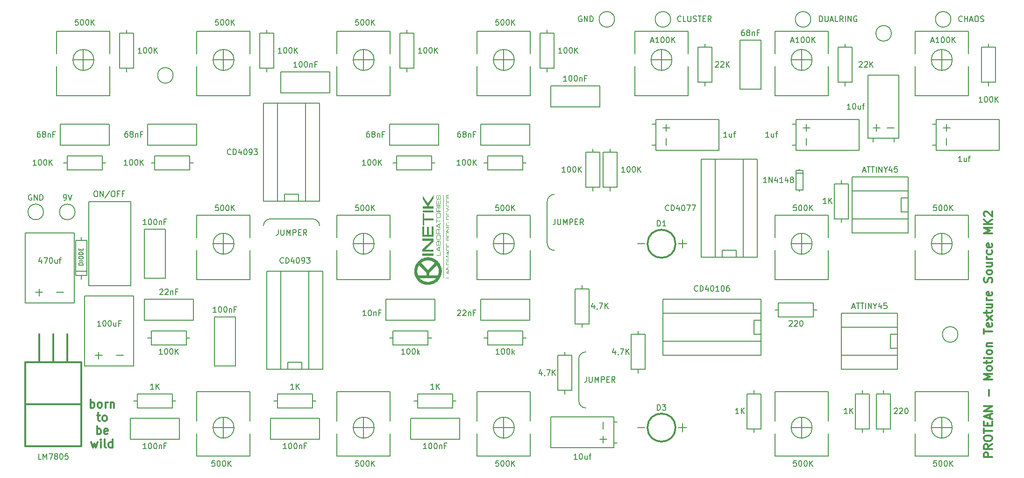
<source format=gto>
G04 (created by PCBNEW (2013-07-07 BZR 4022)-stable) date 20/01/2017 15:23:36*
%MOIN*%
G04 Gerber Fmt 3.4, Leading zero omitted, Abs format*
%FSLAX34Y34*%
G01*
G70*
G90*
G04 APERTURE LIST*
%ADD10C,0.00590551*%
%ADD11C,0.011811*%
%ADD12C,0.0147638*%
%ADD13C,0.012*%
%ADD14C,0.0001*%
G04 APERTURE END LIST*
G54D10*
G54D11*
X53406Y-74989D02*
X53406Y-74398D01*
X53406Y-74623D02*
X53462Y-74595D01*
X53575Y-74595D01*
X53631Y-74623D01*
X53659Y-74651D01*
X53687Y-74707D01*
X53687Y-74876D01*
X53659Y-74932D01*
X53631Y-74960D01*
X53575Y-74989D01*
X53462Y-74989D01*
X53406Y-74960D01*
X54025Y-74989D02*
X53968Y-74960D01*
X53940Y-74932D01*
X53912Y-74876D01*
X53912Y-74707D01*
X53940Y-74651D01*
X53968Y-74623D01*
X54025Y-74595D01*
X54109Y-74595D01*
X54165Y-74623D01*
X54193Y-74651D01*
X54221Y-74707D01*
X54221Y-74876D01*
X54193Y-74932D01*
X54165Y-74960D01*
X54109Y-74989D01*
X54025Y-74989D01*
X54474Y-74989D02*
X54474Y-74595D01*
X54474Y-74707D02*
X54503Y-74651D01*
X54531Y-74623D01*
X54587Y-74595D01*
X54643Y-74595D01*
X54840Y-74595D02*
X54840Y-74989D01*
X54840Y-74651D02*
X54868Y-74623D01*
X54924Y-74595D01*
X55009Y-74595D01*
X55065Y-74623D01*
X55093Y-74679D01*
X55093Y-74989D01*
X53870Y-75540D02*
X54095Y-75540D01*
X53954Y-75343D02*
X53954Y-75849D01*
X53982Y-75905D01*
X54039Y-75933D01*
X54095Y-75933D01*
X54376Y-75933D02*
X54320Y-75905D01*
X54292Y-75877D01*
X54264Y-75821D01*
X54264Y-75652D01*
X54292Y-75596D01*
X54320Y-75568D01*
X54376Y-75540D01*
X54460Y-75540D01*
X54517Y-75568D01*
X54545Y-75596D01*
X54573Y-75652D01*
X54573Y-75821D01*
X54545Y-75877D01*
X54517Y-75905D01*
X54460Y-75933D01*
X54376Y-75933D01*
X53870Y-76878D02*
X53870Y-76288D01*
X53870Y-76513D02*
X53926Y-76485D01*
X54039Y-76485D01*
X54095Y-76513D01*
X54123Y-76541D01*
X54151Y-76597D01*
X54151Y-76766D01*
X54123Y-76822D01*
X54095Y-76850D01*
X54039Y-76878D01*
X53926Y-76878D01*
X53870Y-76850D01*
X54629Y-76850D02*
X54573Y-76878D01*
X54460Y-76878D01*
X54404Y-76850D01*
X54376Y-76794D01*
X54376Y-76569D01*
X54404Y-76513D01*
X54460Y-76485D01*
X54573Y-76485D01*
X54629Y-76513D01*
X54657Y-76569D01*
X54657Y-76625D01*
X54376Y-76681D01*
X53462Y-77429D02*
X53575Y-77823D01*
X53687Y-77542D01*
X53800Y-77823D01*
X53912Y-77429D01*
X54137Y-77823D02*
X54137Y-77429D01*
X54137Y-77233D02*
X54109Y-77261D01*
X54137Y-77289D01*
X54165Y-77261D01*
X54137Y-77233D01*
X54137Y-77289D01*
X54503Y-77823D02*
X54446Y-77795D01*
X54418Y-77739D01*
X54418Y-77233D01*
X54981Y-77823D02*
X54981Y-77233D01*
X54981Y-77795D02*
X54924Y-77823D01*
X54812Y-77823D01*
X54756Y-77795D01*
X54728Y-77767D01*
X54699Y-77711D01*
X54699Y-77542D01*
X54728Y-77486D01*
X54756Y-77458D01*
X54812Y-77429D01*
X54924Y-77429D01*
X54981Y-77458D01*
G54D12*
X117739Y-78509D02*
X117148Y-78509D01*
X117148Y-78284D01*
X117176Y-78228D01*
X117204Y-78200D01*
X117260Y-78172D01*
X117345Y-78172D01*
X117401Y-78200D01*
X117429Y-78228D01*
X117457Y-78284D01*
X117457Y-78509D01*
X117739Y-77581D02*
X117457Y-77778D01*
X117739Y-77919D02*
X117148Y-77919D01*
X117148Y-77694D01*
X117176Y-77638D01*
X117204Y-77609D01*
X117260Y-77581D01*
X117345Y-77581D01*
X117401Y-77609D01*
X117429Y-77638D01*
X117457Y-77694D01*
X117457Y-77919D01*
X117148Y-77216D02*
X117148Y-77103D01*
X117176Y-77047D01*
X117232Y-76991D01*
X117345Y-76963D01*
X117542Y-76963D01*
X117654Y-76991D01*
X117710Y-77047D01*
X117739Y-77103D01*
X117739Y-77216D01*
X117710Y-77272D01*
X117654Y-77328D01*
X117542Y-77356D01*
X117345Y-77356D01*
X117232Y-77328D01*
X117176Y-77272D01*
X117148Y-77216D01*
X117148Y-76794D02*
X117148Y-76456D01*
X117739Y-76625D02*
X117148Y-76625D01*
X117429Y-76260D02*
X117429Y-76063D01*
X117739Y-75978D02*
X117739Y-76260D01*
X117148Y-76260D01*
X117148Y-75978D01*
X117570Y-75753D02*
X117570Y-75472D01*
X117739Y-75810D02*
X117148Y-75613D01*
X117739Y-75416D01*
X117739Y-75219D02*
X117148Y-75219D01*
X117739Y-74882D01*
X117148Y-74882D01*
X117514Y-74151D02*
X117514Y-73701D01*
X117739Y-72969D02*
X117148Y-72969D01*
X117570Y-72773D01*
X117148Y-72576D01*
X117739Y-72576D01*
X117739Y-72210D02*
X117710Y-72266D01*
X117682Y-72294D01*
X117626Y-72323D01*
X117457Y-72323D01*
X117401Y-72294D01*
X117373Y-72266D01*
X117345Y-72210D01*
X117345Y-72126D01*
X117373Y-72070D01*
X117401Y-72041D01*
X117457Y-72013D01*
X117626Y-72013D01*
X117682Y-72041D01*
X117710Y-72070D01*
X117739Y-72126D01*
X117739Y-72210D01*
X117345Y-71845D02*
X117345Y-71620D01*
X117148Y-71760D02*
X117654Y-71760D01*
X117710Y-71732D01*
X117739Y-71676D01*
X117739Y-71620D01*
X117739Y-71423D02*
X117345Y-71423D01*
X117148Y-71423D02*
X117176Y-71451D01*
X117204Y-71423D01*
X117176Y-71395D01*
X117148Y-71423D01*
X117204Y-71423D01*
X117739Y-71057D02*
X117710Y-71113D01*
X117682Y-71142D01*
X117626Y-71170D01*
X117457Y-71170D01*
X117401Y-71142D01*
X117373Y-71113D01*
X117345Y-71057D01*
X117345Y-70973D01*
X117373Y-70917D01*
X117401Y-70888D01*
X117457Y-70860D01*
X117626Y-70860D01*
X117682Y-70888D01*
X117710Y-70917D01*
X117739Y-70973D01*
X117739Y-71057D01*
X117345Y-70607D02*
X117739Y-70607D01*
X117401Y-70607D02*
X117373Y-70579D01*
X117345Y-70523D01*
X117345Y-70438D01*
X117373Y-70382D01*
X117429Y-70354D01*
X117739Y-70354D01*
X117148Y-69707D02*
X117148Y-69370D01*
X117739Y-69539D02*
X117148Y-69539D01*
X117710Y-68948D02*
X117739Y-69004D01*
X117739Y-69117D01*
X117710Y-69173D01*
X117654Y-69201D01*
X117429Y-69201D01*
X117373Y-69173D01*
X117345Y-69117D01*
X117345Y-69004D01*
X117373Y-68948D01*
X117429Y-68920D01*
X117485Y-68920D01*
X117542Y-69201D01*
X117739Y-68723D02*
X117345Y-68414D01*
X117345Y-68723D02*
X117739Y-68414D01*
X117345Y-68273D02*
X117345Y-68048D01*
X117148Y-68189D02*
X117654Y-68189D01*
X117710Y-68161D01*
X117739Y-68104D01*
X117739Y-68048D01*
X117345Y-67598D02*
X117739Y-67598D01*
X117345Y-67851D02*
X117654Y-67851D01*
X117710Y-67823D01*
X117739Y-67767D01*
X117739Y-67683D01*
X117710Y-67626D01*
X117682Y-67598D01*
X117739Y-67317D02*
X117345Y-67317D01*
X117457Y-67317D02*
X117401Y-67289D01*
X117373Y-67261D01*
X117345Y-67205D01*
X117345Y-67148D01*
X117710Y-66726D02*
X117739Y-66783D01*
X117739Y-66895D01*
X117710Y-66951D01*
X117654Y-66980D01*
X117429Y-66980D01*
X117373Y-66951D01*
X117345Y-66895D01*
X117345Y-66783D01*
X117373Y-66726D01*
X117429Y-66698D01*
X117485Y-66698D01*
X117542Y-66980D01*
X117710Y-66023D02*
X117739Y-65939D01*
X117739Y-65798D01*
X117710Y-65742D01*
X117682Y-65714D01*
X117626Y-65686D01*
X117570Y-65686D01*
X117514Y-65714D01*
X117485Y-65742D01*
X117457Y-65798D01*
X117429Y-65911D01*
X117401Y-65967D01*
X117373Y-65995D01*
X117317Y-66023D01*
X117260Y-66023D01*
X117204Y-65995D01*
X117176Y-65967D01*
X117148Y-65911D01*
X117148Y-65770D01*
X117176Y-65686D01*
X117739Y-65348D02*
X117710Y-65405D01*
X117682Y-65433D01*
X117626Y-65461D01*
X117457Y-65461D01*
X117401Y-65433D01*
X117373Y-65405D01*
X117345Y-65348D01*
X117345Y-65264D01*
X117373Y-65208D01*
X117401Y-65180D01*
X117457Y-65152D01*
X117626Y-65152D01*
X117682Y-65180D01*
X117710Y-65208D01*
X117739Y-65264D01*
X117739Y-65348D01*
X117345Y-64645D02*
X117739Y-64645D01*
X117345Y-64899D02*
X117654Y-64899D01*
X117710Y-64870D01*
X117739Y-64814D01*
X117739Y-64730D01*
X117710Y-64674D01*
X117682Y-64645D01*
X117739Y-64364D02*
X117345Y-64364D01*
X117457Y-64364D02*
X117401Y-64336D01*
X117373Y-64308D01*
X117345Y-64252D01*
X117345Y-64196D01*
X117710Y-63746D02*
X117739Y-63802D01*
X117739Y-63914D01*
X117710Y-63971D01*
X117682Y-63999D01*
X117626Y-64027D01*
X117457Y-64027D01*
X117401Y-63999D01*
X117373Y-63971D01*
X117345Y-63914D01*
X117345Y-63802D01*
X117373Y-63746D01*
X117710Y-63267D02*
X117739Y-63324D01*
X117739Y-63436D01*
X117710Y-63492D01*
X117654Y-63521D01*
X117429Y-63521D01*
X117373Y-63492D01*
X117345Y-63436D01*
X117345Y-63324D01*
X117373Y-63267D01*
X117429Y-63239D01*
X117485Y-63239D01*
X117542Y-63521D01*
X117739Y-62536D02*
X117148Y-62536D01*
X117570Y-62339D01*
X117148Y-62143D01*
X117739Y-62143D01*
X117739Y-61861D02*
X117148Y-61861D01*
X117739Y-61524D02*
X117401Y-61777D01*
X117148Y-61524D02*
X117485Y-61861D01*
X117204Y-61299D02*
X117176Y-61271D01*
X117148Y-61215D01*
X117148Y-61074D01*
X117176Y-61018D01*
X117204Y-60990D01*
X117260Y-60962D01*
X117317Y-60962D01*
X117401Y-60990D01*
X117739Y-61327D01*
X117739Y-60962D01*
G54D10*
X67500Y-72250D02*
X67500Y-71750D01*
X67500Y-71750D02*
X68500Y-71750D01*
X68500Y-71750D02*
X68500Y-72250D01*
X70000Y-65250D02*
X70000Y-72250D01*
X69000Y-72250D02*
X69000Y-65250D01*
X67000Y-65250D02*
X67000Y-72250D01*
X66000Y-72250D02*
X66000Y-65250D01*
X66000Y-72250D02*
X70000Y-72250D01*
X66000Y-65250D02*
X70000Y-65250D01*
X67500Y-72250D02*
X68500Y-72250D01*
X101250Y-69750D02*
X100750Y-69750D01*
X100750Y-69750D02*
X100750Y-68750D01*
X100750Y-68750D02*
X101250Y-68750D01*
X94250Y-67250D02*
X101250Y-67250D01*
X101250Y-68250D02*
X94250Y-68250D01*
X94250Y-70250D02*
X101250Y-70250D01*
X101250Y-71250D02*
X94250Y-71250D01*
X101250Y-71250D02*
X101250Y-67250D01*
X94250Y-71250D02*
X94250Y-67250D01*
X101250Y-69750D02*
X101250Y-68750D01*
X114806Y-47250D02*
G75*
G03X114806Y-47250I-556J0D01*
G74*
G01*
X94806Y-47250D02*
G75*
G03X94806Y-47250I-556J0D01*
G74*
G01*
X104806Y-47250D02*
G75*
G03X104806Y-47250I-556J0D01*
G74*
G01*
X50056Y-61000D02*
G75*
G03X50056Y-61000I-556J0D01*
G74*
G01*
X90806Y-47250D02*
G75*
G03X90806Y-47250I-556J0D01*
G74*
G01*
X76000Y-50750D02*
X76000Y-51000D01*
X76000Y-48000D02*
X76000Y-48250D01*
X76000Y-48250D02*
X76500Y-48250D01*
X76500Y-48250D02*
X76500Y-50750D01*
X76500Y-50750D02*
X75750Y-50750D01*
X75750Y-50750D02*
X75500Y-50750D01*
X75500Y-50750D02*
X75500Y-48250D01*
X75500Y-48250D02*
X76000Y-48250D01*
X56000Y-50750D02*
X56000Y-51000D01*
X56000Y-48000D02*
X56000Y-48250D01*
X56000Y-48250D02*
X56500Y-48250D01*
X56500Y-48250D02*
X56500Y-50750D01*
X56500Y-50750D02*
X55750Y-50750D01*
X55750Y-50750D02*
X55500Y-50750D01*
X55500Y-50750D02*
X55500Y-48250D01*
X55500Y-48250D02*
X56000Y-48250D01*
X66000Y-50750D02*
X66000Y-51000D01*
X66000Y-48000D02*
X66000Y-48250D01*
X66000Y-48250D02*
X66500Y-48250D01*
X66500Y-48250D02*
X66500Y-50750D01*
X66500Y-50750D02*
X65750Y-50750D01*
X65750Y-50750D02*
X65500Y-50750D01*
X65500Y-50750D02*
X65500Y-48250D01*
X65500Y-48250D02*
X66000Y-48250D01*
X86000Y-50750D02*
X86000Y-51000D01*
X86000Y-48000D02*
X86000Y-48250D01*
X86000Y-48250D02*
X86500Y-48250D01*
X86500Y-48250D02*
X86500Y-50750D01*
X86500Y-50750D02*
X85750Y-50750D01*
X85750Y-50750D02*
X85500Y-50750D01*
X85500Y-50750D02*
X85500Y-48250D01*
X85500Y-48250D02*
X86000Y-48250D01*
X76750Y-74500D02*
X76500Y-74500D01*
X79500Y-74500D02*
X79250Y-74500D01*
X79250Y-74500D02*
X79250Y-75000D01*
X79250Y-75000D02*
X76750Y-75000D01*
X76750Y-75000D02*
X76750Y-74250D01*
X76750Y-74250D02*
X76750Y-74000D01*
X76750Y-74000D02*
X79250Y-74000D01*
X79250Y-74000D02*
X79250Y-74500D01*
X60250Y-70000D02*
X60500Y-70000D01*
X57500Y-70000D02*
X57750Y-70000D01*
X57750Y-70000D02*
X57750Y-69500D01*
X57750Y-69500D02*
X60250Y-69500D01*
X60250Y-69500D02*
X60250Y-70250D01*
X60250Y-70250D02*
X60250Y-70500D01*
X60250Y-70500D02*
X57750Y-70500D01*
X57750Y-70500D02*
X57750Y-70000D01*
X75000Y-70000D02*
X74750Y-70000D01*
X77750Y-70000D02*
X77500Y-70000D01*
X77500Y-70000D02*
X77500Y-70500D01*
X77500Y-70500D02*
X75000Y-70500D01*
X75000Y-70500D02*
X75000Y-69750D01*
X75000Y-69750D02*
X75000Y-69500D01*
X75000Y-69500D02*
X77500Y-69500D01*
X77500Y-69500D02*
X77500Y-70000D01*
X66750Y-74500D02*
X66500Y-74500D01*
X69500Y-74500D02*
X69250Y-74500D01*
X69250Y-74500D02*
X69250Y-75000D01*
X69250Y-75000D02*
X66750Y-75000D01*
X66750Y-75000D02*
X66750Y-74250D01*
X66750Y-74250D02*
X66750Y-74000D01*
X66750Y-74000D02*
X69250Y-74000D01*
X69250Y-74000D02*
X69250Y-74500D01*
X117500Y-51750D02*
X117500Y-52000D01*
X117500Y-49000D02*
X117500Y-49250D01*
X117500Y-49250D02*
X118000Y-49250D01*
X118000Y-49250D02*
X118000Y-51750D01*
X118000Y-51750D02*
X117250Y-51750D01*
X117250Y-51750D02*
X117000Y-51750D01*
X117000Y-51750D02*
X117000Y-49250D01*
X117000Y-49250D02*
X117500Y-49250D01*
X81750Y-70000D02*
X81500Y-70000D01*
X84500Y-70000D02*
X84250Y-70000D01*
X84250Y-70000D02*
X84250Y-70500D01*
X84250Y-70500D02*
X81750Y-70500D01*
X81750Y-70500D02*
X81750Y-69750D01*
X81750Y-69750D02*
X81750Y-69500D01*
X81750Y-69500D02*
X84250Y-69500D01*
X84250Y-69500D02*
X84250Y-70000D01*
X90500Y-56750D02*
X90500Y-56500D01*
X90500Y-59500D02*
X90500Y-59250D01*
X90500Y-59250D02*
X90000Y-59250D01*
X90000Y-59250D02*
X90000Y-56750D01*
X90000Y-56750D02*
X90750Y-56750D01*
X90750Y-56750D02*
X91000Y-56750D01*
X91000Y-56750D02*
X91000Y-59250D01*
X91000Y-59250D02*
X90500Y-59250D01*
X89250Y-59250D02*
X89250Y-59500D01*
X89250Y-56500D02*
X89250Y-56750D01*
X89250Y-56750D02*
X89750Y-56750D01*
X89750Y-56750D02*
X89750Y-59250D01*
X89750Y-59250D02*
X89000Y-59250D01*
X89000Y-59250D02*
X88750Y-59250D01*
X88750Y-59250D02*
X88750Y-56750D01*
X88750Y-56750D02*
X89250Y-56750D01*
X56750Y-74500D02*
X56500Y-74500D01*
X59500Y-74500D02*
X59250Y-74500D01*
X59250Y-74500D02*
X59250Y-75000D01*
X59250Y-75000D02*
X56750Y-75000D01*
X56750Y-75000D02*
X56750Y-74250D01*
X56750Y-74250D02*
X56750Y-74000D01*
X56750Y-74000D02*
X59250Y-74000D01*
X59250Y-74000D02*
X59250Y-74500D01*
X107000Y-61500D02*
X107000Y-61750D01*
X107000Y-58750D02*
X107000Y-59000D01*
X107000Y-59000D02*
X107500Y-59000D01*
X107500Y-59000D02*
X107500Y-61500D01*
X107500Y-61500D02*
X106750Y-61500D01*
X106750Y-61500D02*
X106500Y-61500D01*
X106500Y-61500D02*
X106500Y-59000D01*
X106500Y-59000D02*
X107000Y-59000D01*
X105000Y-68000D02*
X105250Y-68000D01*
X102250Y-68000D02*
X102500Y-68000D01*
X102500Y-68000D02*
X102500Y-67500D01*
X102500Y-67500D02*
X105000Y-67500D01*
X105000Y-67500D02*
X105000Y-68250D01*
X105000Y-68250D02*
X105000Y-68500D01*
X105000Y-68500D02*
X102500Y-68500D01*
X102500Y-68500D02*
X102500Y-68000D01*
X88500Y-69000D02*
X88500Y-69250D01*
X88500Y-66250D02*
X88500Y-66500D01*
X88500Y-66500D02*
X89000Y-66500D01*
X89000Y-66500D02*
X89000Y-69000D01*
X89000Y-69000D02*
X88250Y-69000D01*
X88250Y-69000D02*
X88000Y-69000D01*
X88000Y-69000D02*
X88000Y-66500D01*
X88000Y-66500D02*
X88500Y-66500D01*
X107250Y-51750D02*
X107250Y-52000D01*
X107250Y-49000D02*
X107250Y-49250D01*
X107250Y-49250D02*
X107750Y-49250D01*
X107750Y-49250D02*
X107750Y-51750D01*
X107750Y-51750D02*
X107000Y-51750D01*
X107000Y-51750D02*
X106750Y-51750D01*
X106750Y-51750D02*
X106750Y-49250D01*
X106750Y-49250D02*
X107250Y-49250D01*
X54250Y-57500D02*
X54500Y-57500D01*
X51500Y-57500D02*
X51750Y-57500D01*
X51750Y-57500D02*
X51750Y-57000D01*
X51750Y-57000D02*
X54250Y-57000D01*
X54250Y-57000D02*
X54250Y-57750D01*
X54250Y-57750D02*
X54250Y-58000D01*
X54250Y-58000D02*
X51750Y-58000D01*
X51750Y-58000D02*
X51750Y-57500D01*
X100750Y-76500D02*
X100750Y-76750D01*
X100750Y-73750D02*
X100750Y-74000D01*
X100750Y-74000D02*
X101250Y-74000D01*
X101250Y-74000D02*
X101250Y-76500D01*
X101250Y-76500D02*
X100500Y-76500D01*
X100500Y-76500D02*
X100250Y-76500D01*
X100250Y-76500D02*
X100250Y-74000D01*
X100250Y-74000D02*
X100750Y-74000D01*
X97250Y-51750D02*
X97250Y-52000D01*
X97250Y-49000D02*
X97250Y-49250D01*
X97250Y-49250D02*
X97750Y-49250D01*
X97750Y-49250D02*
X97750Y-51750D01*
X97750Y-51750D02*
X97000Y-51750D01*
X97000Y-51750D02*
X96750Y-51750D01*
X96750Y-51750D02*
X96750Y-49250D01*
X96750Y-49250D02*
X97250Y-49250D01*
X108500Y-74000D02*
X108500Y-73750D01*
X108500Y-76750D02*
X108500Y-76500D01*
X108500Y-76500D02*
X108000Y-76500D01*
X108000Y-76500D02*
X108000Y-74000D01*
X108000Y-74000D02*
X108750Y-74000D01*
X108750Y-74000D02*
X109000Y-74000D01*
X109000Y-74000D02*
X109000Y-76500D01*
X109000Y-76500D02*
X108500Y-76500D01*
X60500Y-57500D02*
X60750Y-57500D01*
X57750Y-57500D02*
X58000Y-57500D01*
X58000Y-57500D02*
X58000Y-57000D01*
X58000Y-57000D02*
X60500Y-57000D01*
X60500Y-57000D02*
X60500Y-57750D01*
X60500Y-57750D02*
X60500Y-58000D01*
X60500Y-58000D02*
X58000Y-58000D01*
X58000Y-58000D02*
X58000Y-57500D01*
X110000Y-74000D02*
X110000Y-73750D01*
X110000Y-76750D02*
X110000Y-76500D01*
X110000Y-76500D02*
X109500Y-76500D01*
X109500Y-76500D02*
X109500Y-74000D01*
X109500Y-74000D02*
X110250Y-74000D01*
X110250Y-74000D02*
X110500Y-74000D01*
X110500Y-74000D02*
X110500Y-76500D01*
X110500Y-76500D02*
X110000Y-76500D01*
X75250Y-57500D02*
X75000Y-57500D01*
X78000Y-57500D02*
X77750Y-57500D01*
X77750Y-57500D02*
X77750Y-58000D01*
X77750Y-58000D02*
X75250Y-58000D01*
X75250Y-58000D02*
X75250Y-57250D01*
X75250Y-57250D02*
X75250Y-57000D01*
X75250Y-57000D02*
X77750Y-57000D01*
X77750Y-57000D02*
X77750Y-57500D01*
X92500Y-72250D02*
X92500Y-72500D01*
X92500Y-69500D02*
X92500Y-69750D01*
X92500Y-69750D02*
X93000Y-69750D01*
X93000Y-69750D02*
X93000Y-72250D01*
X93000Y-72250D02*
X92250Y-72250D01*
X92250Y-72250D02*
X92000Y-72250D01*
X92000Y-72250D02*
X92000Y-69750D01*
X92000Y-69750D02*
X92500Y-69750D01*
X87250Y-73750D02*
X87250Y-74000D01*
X87250Y-71000D02*
X87250Y-71250D01*
X87250Y-71250D02*
X87750Y-71250D01*
X87750Y-71250D02*
X87750Y-73750D01*
X87750Y-73750D02*
X87000Y-73750D01*
X87000Y-73750D02*
X86750Y-73750D01*
X86750Y-73750D02*
X86750Y-71250D01*
X86750Y-71250D02*
X87250Y-71250D01*
X81750Y-57500D02*
X81500Y-57500D01*
X84500Y-57500D02*
X84250Y-57500D01*
X84250Y-57500D02*
X84250Y-58000D01*
X84250Y-58000D02*
X81750Y-58000D01*
X81750Y-58000D02*
X81750Y-57250D01*
X81750Y-57250D02*
X81750Y-57000D01*
X81750Y-57000D02*
X84250Y-57000D01*
X84250Y-57000D02*
X84250Y-57500D01*
X111000Y-70750D02*
X110500Y-70750D01*
X110500Y-70750D02*
X110500Y-69750D01*
X110500Y-69750D02*
X111000Y-69750D01*
X111000Y-72250D02*
X107000Y-72250D01*
X107000Y-72250D02*
X107000Y-68250D01*
X107000Y-68250D02*
X111000Y-68250D01*
X111000Y-68250D02*
X111000Y-72250D01*
X107000Y-69250D02*
X111000Y-69250D01*
X111000Y-71250D02*
X107000Y-71250D01*
X111750Y-61000D02*
X111250Y-61000D01*
X111250Y-61000D02*
X111250Y-60000D01*
X111250Y-60000D02*
X111750Y-60000D01*
X111750Y-62500D02*
X107750Y-62500D01*
X107750Y-62500D02*
X107750Y-58500D01*
X107750Y-58500D02*
X111750Y-58500D01*
X111750Y-58500D02*
X111750Y-62500D01*
X107750Y-59500D02*
X111750Y-59500D01*
X111750Y-61500D02*
X107750Y-61500D01*
X98500Y-64250D02*
X98500Y-63750D01*
X98500Y-63750D02*
X99500Y-63750D01*
X99500Y-63750D02*
X99500Y-64250D01*
X101000Y-57250D02*
X101000Y-64250D01*
X100000Y-64250D02*
X100000Y-57250D01*
X98000Y-57250D02*
X98000Y-64250D01*
X97000Y-64250D02*
X97000Y-57250D01*
X97000Y-64250D02*
X101000Y-64250D01*
X97000Y-57250D02*
X101000Y-57250D01*
X98500Y-64250D02*
X99500Y-64250D01*
X67250Y-60250D02*
X67250Y-59750D01*
X67250Y-59750D02*
X68250Y-59750D01*
X68250Y-59750D02*
X68250Y-60250D01*
X69750Y-53250D02*
X69750Y-60250D01*
X68750Y-60250D02*
X68750Y-53250D01*
X66750Y-53250D02*
X66750Y-60250D01*
X65750Y-60250D02*
X65750Y-53250D01*
X65750Y-60250D02*
X69750Y-60250D01*
X65750Y-53250D02*
X69750Y-53250D01*
X67250Y-60250D02*
X68250Y-60250D01*
X104000Y-59450D02*
X104000Y-59550D01*
X103750Y-58050D02*
X103750Y-59450D01*
X104250Y-58050D02*
X104250Y-59450D01*
X104250Y-59450D02*
X103750Y-59450D01*
X104000Y-58050D02*
X104000Y-57950D01*
X104000Y-57950D02*
X104000Y-58050D01*
X104250Y-58050D02*
X103750Y-58050D01*
X103750Y-58250D02*
X104250Y-58250D01*
X81250Y-54750D02*
X84750Y-54750D01*
X84750Y-54750D02*
X84750Y-56250D01*
X84750Y-56250D02*
X81250Y-56250D01*
X81250Y-56250D02*
X81250Y-54750D01*
X63750Y-68500D02*
X63750Y-72000D01*
X63750Y-72000D02*
X62250Y-72000D01*
X62250Y-72000D02*
X62250Y-68500D01*
X62250Y-68500D02*
X63750Y-68500D01*
X99750Y-52250D02*
X99750Y-48750D01*
X99750Y-48750D02*
X101250Y-48750D01*
X101250Y-48750D02*
X101250Y-52250D01*
X101250Y-52250D02*
X99750Y-52250D01*
X58750Y-62250D02*
X58750Y-65750D01*
X58750Y-65750D02*
X57250Y-65750D01*
X57250Y-65750D02*
X57250Y-62250D01*
X57250Y-62250D02*
X58750Y-62250D01*
X54750Y-56250D02*
X51250Y-56250D01*
X51250Y-56250D02*
X51250Y-54750D01*
X51250Y-54750D02*
X54750Y-54750D01*
X54750Y-54750D02*
X54750Y-56250D01*
X61000Y-56250D02*
X57500Y-56250D01*
X57500Y-56250D02*
X57500Y-54750D01*
X57500Y-54750D02*
X61000Y-54750D01*
X61000Y-54750D02*
X61000Y-56250D01*
X74750Y-54750D02*
X78250Y-54750D01*
X78250Y-54750D02*
X78250Y-56250D01*
X78250Y-56250D02*
X74750Y-56250D01*
X74750Y-56250D02*
X74750Y-54750D01*
X79750Y-77250D02*
X76250Y-77250D01*
X76250Y-77250D02*
X76250Y-75750D01*
X76250Y-75750D02*
X79750Y-75750D01*
X79750Y-75750D02*
X79750Y-77250D01*
X60750Y-68750D02*
X57250Y-68750D01*
X57250Y-68750D02*
X57250Y-67250D01*
X57250Y-67250D02*
X60750Y-67250D01*
X60750Y-67250D02*
X60750Y-68750D01*
X78000Y-68750D02*
X74500Y-68750D01*
X74500Y-68750D02*
X74500Y-67250D01*
X74500Y-67250D02*
X78000Y-67250D01*
X78000Y-67250D02*
X78000Y-68750D01*
X67000Y-51000D02*
X70500Y-51000D01*
X70500Y-51000D02*
X70500Y-52500D01*
X70500Y-52500D02*
X67000Y-52500D01*
X67000Y-52500D02*
X67000Y-51000D01*
X89750Y-53500D02*
X86250Y-53500D01*
X86250Y-53500D02*
X86250Y-52000D01*
X86250Y-52000D02*
X89750Y-52000D01*
X89750Y-52000D02*
X89750Y-53500D01*
X81250Y-67250D02*
X84750Y-67250D01*
X84750Y-67250D02*
X84750Y-68750D01*
X84750Y-68750D02*
X81250Y-68750D01*
X81250Y-68750D02*
X81250Y-67250D01*
X59750Y-77250D02*
X56250Y-77250D01*
X56250Y-77250D02*
X56250Y-75750D01*
X56250Y-75750D02*
X59750Y-75750D01*
X59750Y-75750D02*
X59750Y-77250D01*
X69750Y-77250D02*
X66250Y-77250D01*
X66250Y-77250D02*
X66250Y-75750D01*
X66250Y-75750D02*
X69750Y-75750D01*
X69750Y-75750D02*
X69750Y-77250D01*
X56270Y-60275D02*
X53270Y-60275D01*
X56270Y-66275D02*
X53270Y-66275D01*
X53270Y-60275D02*
X53270Y-66275D01*
X56270Y-66275D02*
X56270Y-60275D01*
X110250Y-55000D02*
X110750Y-55000D01*
X109500Y-54750D02*
X109500Y-55250D01*
X109250Y-55000D02*
X109750Y-55000D01*
X110750Y-55750D02*
X110750Y-56000D01*
X109250Y-55750D02*
X109250Y-56000D01*
X108900Y-51250D02*
X111100Y-51250D01*
X108900Y-55750D02*
X111100Y-55750D01*
X111100Y-51250D02*
X111100Y-55750D01*
X108900Y-51250D02*
X108900Y-55750D01*
X94500Y-55750D02*
X94500Y-56250D01*
X94750Y-55000D02*
X94250Y-55000D01*
X94500Y-54750D02*
X94500Y-55250D01*
X93750Y-56250D02*
X93500Y-56250D01*
X93750Y-54750D02*
X93500Y-54750D01*
X98250Y-54400D02*
X98250Y-56600D01*
X93750Y-54400D02*
X93750Y-56600D01*
X98250Y-56600D02*
X93750Y-56600D01*
X98250Y-54400D02*
X93750Y-54400D01*
X90000Y-76500D02*
X90000Y-76000D01*
X89750Y-77250D02*
X90250Y-77250D01*
X90000Y-77500D02*
X90000Y-77000D01*
X90750Y-76000D02*
X91000Y-76000D01*
X90750Y-77500D02*
X91000Y-77500D01*
X86250Y-77850D02*
X86250Y-75650D01*
X90750Y-77850D02*
X90750Y-75650D01*
X86250Y-75650D02*
X90750Y-75650D01*
X86250Y-77850D02*
X90750Y-77850D01*
X104500Y-55750D02*
X104500Y-56250D01*
X104750Y-55000D02*
X104250Y-55000D01*
X104500Y-54750D02*
X104500Y-55250D01*
X103750Y-56250D02*
X103500Y-56250D01*
X103750Y-54750D02*
X103500Y-54750D01*
X108250Y-54400D02*
X108250Y-56600D01*
X103750Y-54400D02*
X103750Y-56600D01*
X108250Y-56600D02*
X103750Y-56600D01*
X108250Y-54400D02*
X103750Y-54400D01*
X114500Y-55750D02*
X114500Y-56250D01*
X114750Y-55000D02*
X114250Y-55000D01*
X114500Y-54750D02*
X114500Y-55250D01*
X113750Y-56250D02*
X113500Y-56250D01*
X113750Y-54750D02*
X113500Y-54750D01*
X118250Y-54400D02*
X118250Y-56600D01*
X113750Y-54400D02*
X113750Y-56600D01*
X118250Y-56600D02*
X113750Y-56600D01*
X118250Y-54400D02*
X113750Y-54400D01*
X53000Y-72000D02*
X56500Y-72000D01*
X53000Y-67000D02*
X56500Y-67000D01*
X56500Y-67000D02*
X56500Y-72000D01*
X53000Y-72000D02*
X53000Y-67000D01*
X55250Y-71250D02*
X55750Y-71250D01*
X53750Y-71250D02*
X54250Y-71250D01*
X54000Y-71000D02*
X54000Y-71500D01*
X48750Y-67500D02*
X52250Y-67500D01*
X48750Y-62500D02*
X52250Y-62500D01*
X52250Y-62500D02*
X52250Y-67500D01*
X48750Y-67500D02*
X48750Y-62500D01*
X51000Y-66750D02*
X51500Y-66750D01*
X49500Y-66750D02*
X50000Y-66750D01*
X49750Y-66500D02*
X49750Y-67000D01*
G54D13*
X51750Y-69750D02*
X51750Y-71750D01*
X50750Y-69750D02*
X50750Y-71750D01*
X49750Y-69750D02*
X49750Y-71750D01*
X52250Y-71750D02*
X48750Y-71750D01*
X48750Y-71750D02*
X48750Y-77750D01*
X48750Y-77750D02*
X52750Y-77750D01*
X52250Y-71750D02*
X52750Y-71750D01*
X49250Y-74750D02*
X52750Y-74750D01*
X49250Y-74750D02*
X48750Y-74750D01*
X52750Y-71750D02*
X52750Y-77750D01*
G54D10*
X51000Y-48100D02*
X54800Y-48100D01*
X51000Y-49700D02*
X51000Y-48100D01*
X54800Y-49700D02*
X54800Y-48100D01*
X51000Y-52700D02*
X51000Y-50600D01*
X51000Y-52700D02*
X54800Y-52700D01*
X54800Y-52700D02*
X54800Y-50600D01*
X53650Y-50147D02*
X52150Y-50147D01*
X52900Y-49397D02*
X52900Y-50897D01*
X53650Y-50147D02*
G75*
G03X53650Y-50147I-750J0D01*
G74*
G01*
X61000Y-48100D02*
X64800Y-48100D01*
X61000Y-49700D02*
X61000Y-48100D01*
X64800Y-49700D02*
X64800Y-48100D01*
X61000Y-52700D02*
X61000Y-50600D01*
X61000Y-52700D02*
X64800Y-52700D01*
X64800Y-52700D02*
X64800Y-50600D01*
X63650Y-50147D02*
X62150Y-50147D01*
X62900Y-49397D02*
X62900Y-50897D01*
X63650Y-50147D02*
G75*
G03X63650Y-50147I-750J0D01*
G74*
G01*
X71000Y-48100D02*
X74800Y-48100D01*
X71000Y-49700D02*
X71000Y-48100D01*
X74800Y-49700D02*
X74800Y-48100D01*
X71000Y-52700D02*
X71000Y-50600D01*
X71000Y-52700D02*
X74800Y-52700D01*
X74800Y-52700D02*
X74800Y-50600D01*
X73650Y-50147D02*
X72150Y-50147D01*
X72900Y-49397D02*
X72900Y-50897D01*
X73650Y-50147D02*
G75*
G03X73650Y-50147I-750J0D01*
G74*
G01*
X81000Y-48100D02*
X84800Y-48100D01*
X81000Y-49700D02*
X81000Y-48100D01*
X84800Y-49700D02*
X84800Y-48100D01*
X81000Y-52700D02*
X81000Y-50600D01*
X81000Y-52700D02*
X84800Y-52700D01*
X84800Y-52700D02*
X84800Y-50600D01*
X83650Y-50147D02*
X82150Y-50147D01*
X82900Y-49397D02*
X82900Y-50897D01*
X83650Y-50147D02*
G75*
G03X83650Y-50147I-750J0D01*
G74*
G01*
X92250Y-48100D02*
X96050Y-48100D01*
X92250Y-49700D02*
X92250Y-48100D01*
X96050Y-49700D02*
X96050Y-48100D01*
X92250Y-52700D02*
X92250Y-50600D01*
X92250Y-52700D02*
X96050Y-52700D01*
X96050Y-52700D02*
X96050Y-50600D01*
X94900Y-50147D02*
X93400Y-50147D01*
X94150Y-49397D02*
X94150Y-50897D01*
X94900Y-50147D02*
G75*
G03X94900Y-50147I-750J0D01*
G74*
G01*
X102250Y-48100D02*
X106050Y-48100D01*
X102250Y-49700D02*
X102250Y-48100D01*
X106050Y-49700D02*
X106050Y-48100D01*
X102250Y-52700D02*
X102250Y-50600D01*
X102250Y-52700D02*
X106050Y-52700D01*
X106050Y-52700D02*
X106050Y-50600D01*
X104900Y-50147D02*
X103400Y-50147D01*
X104150Y-49397D02*
X104150Y-50897D01*
X104900Y-50147D02*
G75*
G03X104900Y-50147I-750J0D01*
G74*
G01*
X112250Y-48100D02*
X116050Y-48100D01*
X112250Y-49700D02*
X112250Y-48100D01*
X116050Y-49700D02*
X116050Y-48100D01*
X112250Y-52700D02*
X112250Y-50600D01*
X112250Y-52700D02*
X116050Y-52700D01*
X116050Y-52700D02*
X116050Y-50600D01*
X114900Y-50147D02*
X113400Y-50147D01*
X114150Y-49397D02*
X114150Y-50897D01*
X114900Y-50147D02*
G75*
G03X114900Y-50147I-750J0D01*
G74*
G01*
X61000Y-61225D02*
X64800Y-61225D01*
X61000Y-62825D02*
X61000Y-61225D01*
X64800Y-62825D02*
X64800Y-61225D01*
X61000Y-65825D02*
X61000Y-63725D01*
X61000Y-65825D02*
X64800Y-65825D01*
X64800Y-65825D02*
X64800Y-63725D01*
X63650Y-63272D02*
X62150Y-63272D01*
X62900Y-62522D02*
X62900Y-64022D01*
X63650Y-63272D02*
G75*
G03X63650Y-63272I-750J0D01*
G74*
G01*
X71000Y-61225D02*
X74800Y-61225D01*
X71000Y-62825D02*
X71000Y-61225D01*
X74800Y-62825D02*
X74800Y-61225D01*
X71000Y-65825D02*
X71000Y-63725D01*
X71000Y-65825D02*
X74800Y-65825D01*
X74800Y-65825D02*
X74800Y-63725D01*
X73650Y-63272D02*
X72150Y-63272D01*
X72900Y-62522D02*
X72900Y-64022D01*
X73650Y-63272D02*
G75*
G03X73650Y-63272I-750J0D01*
G74*
G01*
X81000Y-61225D02*
X84800Y-61225D01*
X81000Y-62825D02*
X81000Y-61225D01*
X84800Y-62825D02*
X84800Y-61225D01*
X81000Y-65825D02*
X81000Y-63725D01*
X81000Y-65825D02*
X84800Y-65825D01*
X84800Y-65825D02*
X84800Y-63725D01*
X83650Y-63272D02*
X82150Y-63272D01*
X82900Y-62522D02*
X82900Y-64022D01*
X83650Y-63272D02*
G75*
G03X83650Y-63272I-750J0D01*
G74*
G01*
X102250Y-61225D02*
X106050Y-61225D01*
X102250Y-62825D02*
X102250Y-61225D01*
X106050Y-62825D02*
X106050Y-61225D01*
X102250Y-65825D02*
X102250Y-63725D01*
X102250Y-65825D02*
X106050Y-65825D01*
X106050Y-65825D02*
X106050Y-63725D01*
X104900Y-63272D02*
X103400Y-63272D01*
X104150Y-62522D02*
X104150Y-64022D01*
X104900Y-63272D02*
G75*
G03X104900Y-63272I-750J0D01*
G74*
G01*
X112250Y-61225D02*
X116050Y-61225D01*
X112250Y-62825D02*
X112250Y-61225D01*
X116050Y-62825D02*
X116050Y-61225D01*
X112250Y-65825D02*
X112250Y-63725D01*
X112250Y-65825D02*
X116050Y-65825D01*
X116050Y-65825D02*
X116050Y-63725D01*
X114900Y-63272D02*
X113400Y-63272D01*
X114150Y-62522D02*
X114150Y-64022D01*
X114900Y-63272D02*
G75*
G03X114900Y-63272I-750J0D01*
G74*
G01*
X64800Y-78450D02*
X61000Y-78450D01*
X64800Y-76850D02*
X64800Y-78450D01*
X61000Y-76850D02*
X61000Y-78450D01*
X64800Y-73850D02*
X64800Y-75950D01*
X64800Y-73850D02*
X61000Y-73850D01*
X61000Y-73850D02*
X61000Y-75950D01*
X62150Y-76403D02*
X63650Y-76403D01*
X62900Y-77153D02*
X62900Y-75653D01*
X63650Y-76403D02*
G75*
G03X63650Y-76403I-750J0D01*
G74*
G01*
X74800Y-78450D02*
X71000Y-78450D01*
X74800Y-76850D02*
X74800Y-78450D01*
X71000Y-76850D02*
X71000Y-78450D01*
X74800Y-73850D02*
X74800Y-75950D01*
X74800Y-73850D02*
X71000Y-73850D01*
X71000Y-73850D02*
X71000Y-75950D01*
X72150Y-76403D02*
X73650Y-76403D01*
X72900Y-77153D02*
X72900Y-75653D01*
X73650Y-76403D02*
G75*
G03X73650Y-76403I-750J0D01*
G74*
G01*
X84800Y-78450D02*
X81000Y-78450D01*
X84800Y-76850D02*
X84800Y-78450D01*
X81000Y-76850D02*
X81000Y-78450D01*
X84800Y-73850D02*
X84800Y-75950D01*
X84800Y-73850D02*
X81000Y-73850D01*
X81000Y-73850D02*
X81000Y-75950D01*
X82150Y-76403D02*
X83650Y-76403D01*
X82900Y-77153D02*
X82900Y-75653D01*
X83650Y-76403D02*
G75*
G03X83650Y-76403I-750J0D01*
G74*
G01*
X106050Y-78450D02*
X102250Y-78450D01*
X106050Y-76850D02*
X106050Y-78450D01*
X102250Y-76850D02*
X102250Y-78450D01*
X106050Y-73850D02*
X106050Y-75950D01*
X106050Y-73850D02*
X102250Y-73850D01*
X102250Y-73850D02*
X102250Y-75950D01*
X103400Y-76403D02*
X104900Y-76403D01*
X104150Y-77153D02*
X104150Y-75653D01*
X104900Y-76403D02*
G75*
G03X104900Y-76403I-750J0D01*
G74*
G01*
X116050Y-78450D02*
X112250Y-78450D01*
X116050Y-76850D02*
X116050Y-78450D01*
X112250Y-76850D02*
X112250Y-78450D01*
X116050Y-73850D02*
X116050Y-75950D01*
X116050Y-73850D02*
X112250Y-73850D01*
X112250Y-73850D02*
X112250Y-75950D01*
X113400Y-76403D02*
X114900Y-76403D01*
X114150Y-77153D02*
X114150Y-75653D01*
X114900Y-76403D02*
G75*
G03X114900Y-76403I-750J0D01*
G74*
G01*
X69250Y-61500D02*
X66250Y-61500D01*
X66250Y-61500D02*
G75*
G03X65750Y-62000I0J-500D01*
G74*
G01*
X69750Y-62000D02*
G75*
G03X69250Y-61500I-500J0D01*
G74*
G01*
X86000Y-60250D02*
X86000Y-63250D01*
X86000Y-63250D02*
G75*
G03X86500Y-63750I500J0D01*
G74*
G01*
X86500Y-59750D02*
G75*
G03X86000Y-60250I0J-500D01*
G74*
G01*
X88250Y-71500D02*
X88250Y-74500D01*
X88250Y-74500D02*
G75*
G03X88750Y-75000I500J0D01*
G74*
G01*
X88750Y-71000D02*
G75*
G03X88250Y-71500I0J-500D01*
G74*
G01*
X59306Y-51250D02*
G75*
G03X59306Y-51250I-556J0D01*
G74*
G01*
X110556Y-48250D02*
G75*
G03X110556Y-48250I-556J0D01*
G74*
G01*
X115306Y-69750D02*
G75*
G03X115306Y-69750I-556J0D01*
G74*
G01*
G54D14*
G36*
X78935Y-62802D02*
X78948Y-62802D01*
X78957Y-62803D01*
X78964Y-62805D01*
X78971Y-62808D01*
X78976Y-62813D01*
X78981Y-62817D01*
X78985Y-62822D01*
X78988Y-62827D01*
X78991Y-62833D01*
X78993Y-62841D01*
X78994Y-62850D01*
X78995Y-62861D01*
X78996Y-62875D01*
X78996Y-62891D01*
X78997Y-62911D01*
X78997Y-62930D01*
X78996Y-62950D01*
X78996Y-62967D01*
X78996Y-62981D01*
X78996Y-62992D01*
X78995Y-63001D01*
X78994Y-63007D01*
X78994Y-63009D01*
X78989Y-63024D01*
X78983Y-63035D01*
X78974Y-63044D01*
X78963Y-63050D01*
X78949Y-63052D01*
X78941Y-63053D01*
X78929Y-63053D01*
X78929Y-63039D01*
X78929Y-63025D01*
X78942Y-63024D01*
X78952Y-63022D01*
X78959Y-63020D01*
X78964Y-63016D01*
X78968Y-63010D01*
X78970Y-63001D01*
X78972Y-62989D01*
X78973Y-62985D01*
X78973Y-62976D01*
X78974Y-62964D01*
X78974Y-62950D01*
X78974Y-62936D01*
X78974Y-62921D01*
X78973Y-62905D01*
X78973Y-62891D01*
X78972Y-62878D01*
X78971Y-62867D01*
X78971Y-62858D01*
X78970Y-62852D01*
X78969Y-62851D01*
X78966Y-62842D01*
X78960Y-62836D01*
X78952Y-62832D01*
X78942Y-62831D01*
X78940Y-62831D01*
X78928Y-62831D01*
X78920Y-62833D01*
X78913Y-62838D01*
X78909Y-62843D01*
X78908Y-62845D01*
X78907Y-62847D01*
X78906Y-62850D01*
X78906Y-62854D01*
X78905Y-62860D01*
X78905Y-62867D01*
X78905Y-62876D01*
X78905Y-62889D01*
X78904Y-62904D01*
X78904Y-62921D01*
X78904Y-62937D01*
X78903Y-62953D01*
X78903Y-62968D01*
X78902Y-62980D01*
X78902Y-62991D01*
X78901Y-62999D01*
X78901Y-63003D01*
X78897Y-63018D01*
X78892Y-63030D01*
X78886Y-63039D01*
X78878Y-63046D01*
X78867Y-63050D01*
X78854Y-63052D01*
X78851Y-63052D01*
X78835Y-63052D01*
X78821Y-63050D01*
X78810Y-63044D01*
X78802Y-63036D01*
X78795Y-63024D01*
X78790Y-63009D01*
X78790Y-63009D01*
X78789Y-63002D01*
X78788Y-62993D01*
X78787Y-62980D01*
X78786Y-62966D01*
X78786Y-62951D01*
X78786Y-62935D01*
X78786Y-62919D01*
X78786Y-62904D01*
X78786Y-62891D01*
X78787Y-62880D01*
X78788Y-62863D01*
X78791Y-62850D01*
X78793Y-62839D01*
X78797Y-62830D01*
X78802Y-62823D01*
X78805Y-62819D01*
X78813Y-62813D01*
X78822Y-62809D01*
X78833Y-62807D01*
X78838Y-62807D01*
X78848Y-62807D01*
X78848Y-62821D01*
X78848Y-62835D01*
X78838Y-62836D01*
X78828Y-62838D01*
X78820Y-62843D01*
X78816Y-62849D01*
X78814Y-62856D01*
X78812Y-62866D01*
X78811Y-62880D01*
X78810Y-62898D01*
X78810Y-62920D01*
X78810Y-62943D01*
X78811Y-62960D01*
X78811Y-62975D01*
X78812Y-62986D01*
X78812Y-62995D01*
X78814Y-63002D01*
X78815Y-63007D01*
X78817Y-63011D01*
X78820Y-63015D01*
X78822Y-63017D01*
X78828Y-63020D01*
X78836Y-63023D01*
X78845Y-63024D01*
X78854Y-63024D01*
X78859Y-63022D01*
X78864Y-63020D01*
X78868Y-63017D01*
X78871Y-63012D01*
X78872Y-63010D01*
X78877Y-63001D01*
X78878Y-62925D01*
X78878Y-62906D01*
X78879Y-62891D01*
X78879Y-62878D01*
X78879Y-62868D01*
X78879Y-62860D01*
X78880Y-62853D01*
X78880Y-62848D01*
X78881Y-62844D01*
X78882Y-62841D01*
X78883Y-62838D01*
X78888Y-62825D01*
X78894Y-62816D01*
X78902Y-62809D01*
X78907Y-62806D01*
X78912Y-62804D01*
X78917Y-62803D01*
X78922Y-62802D01*
X78930Y-62802D01*
X78935Y-62802D01*
X78935Y-62802D01*
X78935Y-62802D01*
G37*
G36*
X78892Y-62473D02*
X78911Y-62473D01*
X78928Y-62474D01*
X78942Y-62476D01*
X78953Y-62478D01*
X78959Y-62480D01*
X78972Y-62487D01*
X78982Y-62496D01*
X78987Y-62505D01*
X78906Y-62505D01*
X78891Y-62505D01*
X78875Y-62505D01*
X78863Y-62505D01*
X78854Y-62505D01*
X78847Y-62506D01*
X78842Y-62506D01*
X78838Y-62507D01*
X78835Y-62507D01*
X78832Y-62508D01*
X78830Y-62509D01*
X78822Y-62516D01*
X78816Y-62524D01*
X78812Y-62535D01*
X78811Y-62540D01*
X78811Y-62548D01*
X78810Y-62559D01*
X78810Y-62573D01*
X78810Y-62590D01*
X78810Y-62609D01*
X78810Y-62616D01*
X78810Y-62636D01*
X78810Y-62653D01*
X78810Y-62667D01*
X78810Y-62678D01*
X78811Y-62687D01*
X78812Y-62694D01*
X78813Y-62699D01*
X78814Y-62704D01*
X78816Y-62707D01*
X78818Y-62711D01*
X78820Y-62712D01*
X78822Y-62715D01*
X78826Y-62718D01*
X78829Y-62720D01*
X78834Y-62722D01*
X78840Y-62723D01*
X78849Y-62723D01*
X78860Y-62724D01*
X78873Y-62724D01*
X78890Y-62724D01*
X78904Y-62724D01*
X78917Y-62724D01*
X78929Y-62724D01*
X78938Y-62723D01*
X78945Y-62723D01*
X78948Y-62722D01*
X78957Y-62718D01*
X78964Y-62710D01*
X78969Y-62700D01*
X78972Y-62687D01*
X78973Y-62681D01*
X78973Y-62672D01*
X78973Y-62661D01*
X78973Y-62648D01*
X78973Y-62634D01*
X78973Y-62619D01*
X78973Y-62603D01*
X78973Y-62588D01*
X78973Y-62574D01*
X78972Y-62560D01*
X78972Y-62549D01*
X78971Y-62540D01*
X78971Y-62534D01*
X78970Y-62531D01*
X78965Y-62521D01*
X78958Y-62513D01*
X78951Y-62509D01*
X78948Y-62508D01*
X78945Y-62507D01*
X78941Y-62506D01*
X78935Y-62506D01*
X78928Y-62505D01*
X78919Y-62505D01*
X78906Y-62505D01*
X78987Y-62505D01*
X78989Y-62509D01*
X78994Y-62524D01*
X78995Y-62525D01*
X78995Y-62530D01*
X78996Y-62539D01*
X78996Y-62550D01*
X78996Y-62563D01*
X78997Y-62578D01*
X78997Y-62594D01*
X78997Y-62610D01*
X78997Y-62627D01*
X78996Y-62644D01*
X78996Y-62660D01*
X78996Y-62674D01*
X78995Y-62687D01*
X78995Y-62697D01*
X78994Y-62705D01*
X78994Y-62708D01*
X78989Y-62723D01*
X78981Y-62735D01*
X78971Y-62744D01*
X78961Y-62749D01*
X78952Y-62752D01*
X78940Y-62754D01*
X78924Y-62755D01*
X78905Y-62756D01*
X78891Y-62756D01*
X78869Y-62756D01*
X78851Y-62755D01*
X78836Y-62753D01*
X78823Y-62749D01*
X78813Y-62745D01*
X78805Y-62739D01*
X78799Y-62731D01*
X78794Y-62722D01*
X78790Y-62713D01*
X78789Y-62710D01*
X78789Y-62706D01*
X78788Y-62702D01*
X78787Y-62697D01*
X78787Y-62691D01*
X78787Y-62683D01*
X78786Y-62673D01*
X78786Y-62660D01*
X78786Y-62644D01*
X78786Y-62630D01*
X78785Y-62605D01*
X78785Y-62583D01*
X78786Y-62565D01*
X78786Y-62550D01*
X78787Y-62537D01*
X78789Y-62526D01*
X78791Y-62517D01*
X78793Y-62510D01*
X78796Y-62503D01*
X78799Y-62498D01*
X78803Y-62493D01*
X78804Y-62493D01*
X78810Y-62487D01*
X78818Y-62482D01*
X78828Y-62479D01*
X78839Y-62476D01*
X78853Y-62474D01*
X78870Y-62473D01*
X78890Y-62473D01*
X78892Y-62473D01*
X78892Y-62473D01*
X78892Y-62473D01*
G37*
G36*
X78925Y-61747D02*
X78943Y-61748D01*
X78957Y-61750D01*
X78969Y-61753D01*
X78978Y-61759D01*
X78985Y-61767D01*
X78991Y-61777D01*
X78992Y-61780D01*
X78993Y-61783D01*
X78994Y-61786D01*
X78994Y-61789D01*
X78995Y-61793D01*
X78995Y-61799D01*
X78995Y-61806D01*
X78996Y-61816D01*
X78996Y-61828D01*
X78996Y-61842D01*
X78996Y-61860D01*
X78996Y-61872D01*
X78996Y-61894D01*
X78996Y-61913D01*
X78996Y-61928D01*
X78996Y-61940D01*
X78995Y-61949D01*
X78995Y-61957D01*
X78995Y-61961D01*
X78994Y-61964D01*
X78989Y-61979D01*
X78981Y-61991D01*
X78971Y-62000D01*
X78963Y-62004D01*
X78957Y-62007D01*
X78950Y-62009D01*
X78943Y-62010D01*
X78934Y-62011D01*
X78924Y-62012D01*
X78911Y-62012D01*
X78895Y-62012D01*
X78884Y-62012D01*
X78869Y-62011D01*
X78858Y-62011D01*
X78849Y-62011D01*
X78842Y-62010D01*
X78837Y-62010D01*
X78832Y-62009D01*
X78829Y-62008D01*
X78826Y-62007D01*
X78813Y-62001D01*
X78803Y-61993D01*
X78796Y-61982D01*
X78791Y-61969D01*
X78787Y-61953D01*
X78787Y-61950D01*
X78787Y-61942D01*
X78786Y-61931D01*
X78786Y-61917D01*
X78785Y-61902D01*
X78785Y-61886D01*
X78785Y-61870D01*
X78785Y-61854D01*
X78786Y-61839D01*
X78786Y-61826D01*
X78786Y-61815D01*
X78787Y-61807D01*
X78787Y-61806D01*
X78790Y-61790D01*
X78795Y-61777D01*
X78801Y-61767D01*
X78810Y-61759D01*
X78821Y-61755D01*
X78835Y-61752D01*
X78839Y-61752D01*
X78855Y-61751D01*
X78855Y-61765D01*
X78855Y-61779D01*
X78842Y-61780D01*
X78832Y-61781D01*
X78824Y-61784D01*
X78818Y-61789D01*
X78814Y-61795D01*
X78813Y-61797D01*
X78813Y-61799D01*
X78812Y-61802D01*
X78812Y-61806D01*
X78811Y-61811D01*
X78811Y-61818D01*
X78811Y-61828D01*
X78810Y-61840D01*
X78810Y-61855D01*
X78810Y-61872D01*
X78810Y-61892D01*
X78810Y-61909D01*
X78810Y-61923D01*
X78810Y-61934D01*
X78811Y-61943D01*
X78812Y-61950D01*
X78813Y-61955D01*
X78815Y-61960D01*
X78817Y-61964D01*
X78819Y-61967D01*
X78821Y-61969D01*
X78824Y-61973D01*
X78827Y-61975D01*
X78831Y-61977D01*
X78836Y-61979D01*
X78842Y-61980D01*
X78850Y-61980D01*
X78860Y-61981D01*
X78873Y-61981D01*
X78890Y-61981D01*
X78892Y-61981D01*
X78907Y-61981D01*
X78919Y-61981D01*
X78928Y-61981D01*
X78935Y-61980D01*
X78940Y-61980D01*
X78944Y-61979D01*
X78947Y-61979D01*
X78950Y-61977D01*
X78952Y-61976D01*
X78958Y-61973D01*
X78962Y-61969D01*
X78966Y-61963D01*
X78967Y-61960D01*
X78973Y-61949D01*
X78974Y-61894D01*
X78974Y-61868D01*
X78974Y-61846D01*
X78973Y-61828D01*
X78972Y-61813D01*
X78971Y-61802D01*
X78969Y-61794D01*
X78968Y-61791D01*
X78963Y-61785D01*
X78956Y-61781D01*
X78947Y-61778D01*
X78939Y-61777D01*
X78925Y-61776D01*
X78925Y-61761D01*
X78925Y-61747D01*
X78925Y-61747D01*
X78925Y-61747D01*
G37*
G36*
X78925Y-60338D02*
X78941Y-60339D01*
X78949Y-60340D01*
X78958Y-60341D01*
X78964Y-60342D01*
X78965Y-60342D01*
X78974Y-60347D01*
X78983Y-60355D01*
X78989Y-60366D01*
X78991Y-60370D01*
X78992Y-60372D01*
X78993Y-60375D01*
X78994Y-60378D01*
X78995Y-60382D01*
X78995Y-60386D01*
X78995Y-60392D01*
X78996Y-60400D01*
X78996Y-60410D01*
X78996Y-60422D01*
X78996Y-60438D01*
X78996Y-60456D01*
X78996Y-60463D01*
X78996Y-60485D01*
X78996Y-60503D01*
X78996Y-60519D01*
X78996Y-60531D01*
X78995Y-60540D01*
X78995Y-60547D01*
X78995Y-60552D01*
X78994Y-60555D01*
X78989Y-60570D01*
X78981Y-60582D01*
X78970Y-60591D01*
X78958Y-60597D01*
X78955Y-60598D01*
X78951Y-60599D01*
X78947Y-60600D01*
X78942Y-60601D01*
X78936Y-60601D01*
X78928Y-60602D01*
X78917Y-60602D01*
X78904Y-60602D01*
X78891Y-60602D01*
X78875Y-60602D01*
X78862Y-60602D01*
X78852Y-60601D01*
X78845Y-60601D01*
X78839Y-60601D01*
X78834Y-60600D01*
X78830Y-60599D01*
X78828Y-60599D01*
X78815Y-60593D01*
X78804Y-60584D01*
X78796Y-60573D01*
X78791Y-60560D01*
X78787Y-60543D01*
X78787Y-60540D01*
X78786Y-60532D01*
X78786Y-60521D01*
X78786Y-60508D01*
X78785Y-60493D01*
X78785Y-60477D01*
X78785Y-60461D01*
X78785Y-60445D01*
X78786Y-60430D01*
X78786Y-60417D01*
X78786Y-60406D01*
X78787Y-60398D01*
X78787Y-60397D01*
X78790Y-60382D01*
X78793Y-60370D01*
X78799Y-60361D01*
X78801Y-60357D01*
X78809Y-60351D01*
X78818Y-60346D01*
X78830Y-60344D01*
X78839Y-60343D01*
X78855Y-60342D01*
X78855Y-60356D01*
X78855Y-60370D01*
X78842Y-60371D01*
X78832Y-60372D01*
X78824Y-60375D01*
X78818Y-60380D01*
X78814Y-60386D01*
X78813Y-60388D01*
X78813Y-60390D01*
X78812Y-60393D01*
X78812Y-60397D01*
X78811Y-60402D01*
X78811Y-60409D01*
X78811Y-60419D01*
X78810Y-60431D01*
X78810Y-60446D01*
X78810Y-60461D01*
X78810Y-60482D01*
X78810Y-60499D01*
X78810Y-60512D01*
X78810Y-60524D01*
X78811Y-60533D01*
X78812Y-60540D01*
X78813Y-60546D01*
X78814Y-60550D01*
X78816Y-60554D01*
X78819Y-60557D01*
X78820Y-60558D01*
X78823Y-60562D01*
X78826Y-60565D01*
X78830Y-60567D01*
X78835Y-60569D01*
X78841Y-60570D01*
X78849Y-60571D01*
X78860Y-60572D01*
X78874Y-60572D01*
X78884Y-60572D01*
X78903Y-60572D01*
X78919Y-60572D01*
X78931Y-60572D01*
X78941Y-60570D01*
X78949Y-60569D01*
X78955Y-60566D01*
X78960Y-60562D01*
X78964Y-60558D01*
X78967Y-60552D01*
X78968Y-60550D01*
X78969Y-60547D01*
X78971Y-60544D01*
X78971Y-60541D01*
X78972Y-60537D01*
X78973Y-60531D01*
X78973Y-60524D01*
X78973Y-60515D01*
X78973Y-60503D01*
X78974Y-60488D01*
X78974Y-60485D01*
X78974Y-60459D01*
X78974Y-60437D01*
X78973Y-60418D01*
X78972Y-60404D01*
X78970Y-60392D01*
X78969Y-60385D01*
X78968Y-60382D01*
X78963Y-60375D01*
X78956Y-60371D01*
X78947Y-60369D01*
X78939Y-60369D01*
X78925Y-60369D01*
X78925Y-60353D01*
X78925Y-60338D01*
X78925Y-60338D01*
X78925Y-60338D01*
G37*
G36*
X78932Y-59787D02*
X78941Y-59787D01*
X78951Y-59787D01*
X78957Y-59788D01*
X78962Y-59789D01*
X78966Y-59790D01*
X78970Y-59793D01*
X78971Y-59793D01*
X78977Y-59798D01*
X78982Y-59803D01*
X78986Y-59810D01*
X78987Y-59811D01*
X78990Y-59820D01*
X78993Y-59829D01*
X78995Y-59836D01*
X78995Y-59841D01*
X78996Y-59849D01*
X78996Y-59860D01*
X78996Y-59873D01*
X78996Y-59888D01*
X78996Y-59903D01*
X78996Y-59919D01*
X78996Y-59935D01*
X78996Y-59950D01*
X78996Y-59963D01*
X78996Y-59975D01*
X78995Y-59984D01*
X78995Y-59990D01*
X78995Y-59991D01*
X78992Y-60002D01*
X78987Y-60014D01*
X78980Y-60023D01*
X78977Y-60026D01*
X78968Y-60032D01*
X78957Y-60036D01*
X78944Y-60038D01*
X78940Y-60038D01*
X78929Y-60038D01*
X78929Y-60024D01*
X78929Y-60010D01*
X78941Y-60009D01*
X78949Y-60008D01*
X78955Y-60006D01*
X78960Y-60004D01*
X78964Y-60000D01*
X78968Y-59995D01*
X78970Y-59987D01*
X78972Y-59978D01*
X78973Y-59966D01*
X78973Y-59951D01*
X78974Y-59933D01*
X78974Y-59916D01*
X78974Y-59895D01*
X78973Y-59878D01*
X78973Y-59863D01*
X78972Y-59851D01*
X78970Y-59842D01*
X78968Y-59834D01*
X78966Y-59829D01*
X78963Y-59824D01*
X78959Y-59821D01*
X78958Y-59820D01*
X78955Y-59818D01*
X78951Y-59817D01*
X78945Y-59816D01*
X78937Y-59816D01*
X78936Y-59816D01*
X78928Y-59816D01*
X78922Y-59817D01*
X78919Y-59818D01*
X78916Y-59820D01*
X78916Y-59820D01*
X78913Y-59822D01*
X78911Y-59824D01*
X78909Y-59827D01*
X78908Y-59831D01*
X78907Y-59835D01*
X78906Y-59841D01*
X78905Y-59849D01*
X78905Y-59859D01*
X78905Y-59872D01*
X78904Y-59888D01*
X78904Y-59906D01*
X78903Y-59928D01*
X78903Y-59947D01*
X78902Y-59963D01*
X78901Y-59977D01*
X78900Y-59988D01*
X78899Y-59997D01*
X78897Y-60004D01*
X78895Y-60010D01*
X78892Y-60016D01*
X78889Y-60020D01*
X78888Y-60022D01*
X78882Y-60029D01*
X78873Y-60033D01*
X78862Y-60036D01*
X78848Y-60037D01*
X78847Y-60037D01*
X78834Y-60037D01*
X78824Y-60035D01*
X78817Y-60033D01*
X78810Y-60029D01*
X78807Y-60026D01*
X78800Y-60019D01*
X78795Y-60010D01*
X78791Y-59998D01*
X78790Y-59993D01*
X78788Y-59987D01*
X78788Y-59977D01*
X78787Y-59965D01*
X78786Y-59950D01*
X78786Y-59935D01*
X78786Y-59918D01*
X78786Y-59902D01*
X78786Y-59886D01*
X78787Y-59871D01*
X78787Y-59858D01*
X78788Y-59847D01*
X78789Y-59839D01*
X78790Y-59838D01*
X78793Y-59825D01*
X78796Y-59816D01*
X78801Y-59809D01*
X78806Y-59803D01*
X78807Y-59802D01*
X78813Y-59798D01*
X78820Y-59795D01*
X78829Y-59793D01*
X78837Y-59791D01*
X78848Y-59790D01*
X78848Y-59805D01*
X78848Y-59821D01*
X78840Y-59821D01*
X78830Y-59822D01*
X78822Y-59826D01*
X78816Y-59833D01*
X78813Y-59841D01*
X78813Y-59845D01*
X78812Y-59852D01*
X78812Y-59862D01*
X78811Y-59875D01*
X78811Y-59888D01*
X78810Y-59902D01*
X78810Y-59917D01*
X78810Y-59931D01*
X78810Y-59944D01*
X78810Y-59956D01*
X78811Y-59965D01*
X78811Y-59972D01*
X78811Y-59973D01*
X78814Y-59986D01*
X78818Y-59996D01*
X78823Y-60002D01*
X78831Y-60006D01*
X78841Y-60008D01*
X78844Y-60008D01*
X78855Y-60008D01*
X78862Y-60006D01*
X78868Y-60002D01*
X78872Y-59996D01*
X78872Y-59995D01*
X78874Y-59992D01*
X78874Y-59990D01*
X78875Y-59987D01*
X78876Y-59984D01*
X78876Y-59979D01*
X78877Y-59973D01*
X78877Y-59964D01*
X78877Y-59953D01*
X78877Y-59940D01*
X78878Y-59923D01*
X78878Y-59910D01*
X78878Y-59890D01*
X78879Y-59873D01*
X78879Y-59859D01*
X78880Y-59848D01*
X78880Y-59838D01*
X78881Y-59831D01*
X78882Y-59825D01*
X78884Y-59820D01*
X78885Y-59815D01*
X78887Y-59811D01*
X78890Y-59807D01*
X78895Y-59799D01*
X78902Y-59794D01*
X78909Y-59790D01*
X78919Y-59788D01*
X78932Y-59787D01*
X78932Y-59787D01*
X78932Y-59787D01*
G37*
G36*
X78995Y-65486D02*
X78995Y-65501D01*
X78995Y-65516D01*
X78948Y-65516D01*
X78900Y-65516D01*
X78900Y-65614D01*
X78900Y-65713D01*
X78948Y-65713D01*
X78995Y-65713D01*
X78995Y-65728D01*
X78995Y-65743D01*
X78891Y-65743D01*
X78787Y-65743D01*
X78787Y-65728D01*
X78788Y-65714D01*
X78832Y-65713D01*
X78876Y-65713D01*
X78876Y-65614D01*
X78876Y-65516D01*
X78831Y-65516D01*
X78787Y-65516D01*
X78787Y-65502D01*
X78788Y-65487D01*
X78891Y-65486D01*
X78995Y-65486D01*
X78995Y-65486D01*
X78995Y-65486D01*
G37*
G36*
X78994Y-65157D02*
X78994Y-65173D01*
X78995Y-65180D01*
X78995Y-65186D01*
X78994Y-65190D01*
X78994Y-65190D01*
X78992Y-65192D01*
X78988Y-65195D01*
X78981Y-65200D01*
X78974Y-65205D01*
X78972Y-65206D01*
X78951Y-65219D01*
X78951Y-65235D01*
X78926Y-65235D01*
X78924Y-65236D01*
X78919Y-65238D01*
X78912Y-65243D01*
X78904Y-65248D01*
X78894Y-65254D01*
X78883Y-65261D01*
X78871Y-65269D01*
X78860Y-65276D01*
X78849Y-65283D01*
X78839Y-65290D01*
X78830Y-65296D01*
X78822Y-65301D01*
X78817Y-65304D01*
X78815Y-65306D01*
X78815Y-65307D01*
X78817Y-65308D01*
X78821Y-65311D01*
X78828Y-65315D01*
X78837Y-65321D01*
X78847Y-65327D01*
X78858Y-65334D01*
X78870Y-65342D01*
X78881Y-65349D01*
X78892Y-65356D01*
X78903Y-65362D01*
X78911Y-65368D01*
X78919Y-65372D01*
X78924Y-65375D01*
X78926Y-65376D01*
X78926Y-65376D01*
X78926Y-65375D01*
X78926Y-65369D01*
X78927Y-65361D01*
X78927Y-65351D01*
X78927Y-65338D01*
X78927Y-65323D01*
X78927Y-65307D01*
X78927Y-65306D01*
X78927Y-65290D01*
X78927Y-65275D01*
X78927Y-65262D01*
X78927Y-65251D01*
X78926Y-65243D01*
X78926Y-65237D01*
X78926Y-65235D01*
X78926Y-65235D01*
X78951Y-65235D01*
X78951Y-65306D01*
X78951Y-65393D01*
X78973Y-65406D01*
X78994Y-65419D01*
X78994Y-65437D01*
X78995Y-65454D01*
X78990Y-65451D01*
X78987Y-65450D01*
X78982Y-65446D01*
X78974Y-65441D01*
X78963Y-65435D01*
X78951Y-65427D01*
X78937Y-65418D01*
X78922Y-65409D01*
X78905Y-65398D01*
X78887Y-65387D01*
X78886Y-65386D01*
X78788Y-65324D01*
X78788Y-65306D01*
X78788Y-65287D01*
X78891Y-65222D01*
X78994Y-65157D01*
X78994Y-65157D01*
X78994Y-65157D01*
G37*
G36*
X78995Y-64853D02*
X78995Y-64875D01*
X78995Y-64898D01*
X78905Y-64997D01*
X78815Y-65096D01*
X78905Y-65096D01*
X78995Y-65097D01*
X78995Y-65112D01*
X78995Y-65127D01*
X78891Y-65127D01*
X78788Y-65126D01*
X78787Y-65105D01*
X78787Y-65084D01*
X78800Y-65069D01*
X78804Y-65065D01*
X78810Y-65058D01*
X78817Y-65050D01*
X78827Y-65039D01*
X78838Y-65027D01*
X78850Y-65013D01*
X78864Y-64998D01*
X78877Y-64983D01*
X78890Y-64969D01*
X78967Y-64884D01*
X78877Y-64883D01*
X78788Y-64882D01*
X78787Y-64868D01*
X78787Y-64853D01*
X78891Y-64853D01*
X78995Y-64853D01*
X78995Y-64853D01*
X78995Y-64853D01*
G37*
G36*
X78896Y-64530D02*
X78909Y-64530D01*
X78921Y-64531D01*
X78930Y-64532D01*
X78932Y-64532D01*
X78949Y-64536D01*
X78963Y-64543D01*
X78974Y-64552D01*
X78980Y-64560D01*
X78891Y-64560D01*
X78874Y-64561D01*
X78860Y-64561D01*
X78850Y-64563D01*
X78841Y-64565D01*
X78833Y-64568D01*
X78827Y-64573D01*
X78824Y-64575D01*
X78822Y-64578D01*
X78819Y-64580D01*
X78818Y-64583D01*
X78816Y-64586D01*
X78815Y-64590D01*
X78814Y-64595D01*
X78813Y-64602D01*
X78813Y-64611D01*
X78813Y-64622D01*
X78812Y-64635D01*
X78812Y-64652D01*
X78812Y-64672D01*
X78812Y-64681D01*
X78811Y-64768D01*
X78891Y-64768D01*
X78970Y-64768D01*
X78970Y-64686D01*
X78970Y-64665D01*
X78970Y-64647D01*
X78970Y-64630D01*
X78970Y-64617D01*
X78969Y-64606D01*
X78969Y-64599D01*
X78968Y-64595D01*
X78964Y-64585D01*
X78958Y-64575D01*
X78949Y-64569D01*
X78948Y-64568D01*
X78941Y-64565D01*
X78933Y-64563D01*
X78923Y-64562D01*
X78911Y-64561D01*
X78896Y-64560D01*
X78891Y-64560D01*
X78980Y-64560D01*
X78983Y-64564D01*
X78989Y-64579D01*
X78991Y-64583D01*
X78991Y-64587D01*
X78992Y-64594D01*
X78993Y-64604D01*
X78993Y-64617D01*
X78994Y-64631D01*
X78994Y-64647D01*
X78994Y-64663D01*
X78995Y-64681D01*
X78995Y-64698D01*
X78995Y-64716D01*
X78995Y-64732D01*
X78995Y-64748D01*
X78995Y-64763D01*
X78994Y-64775D01*
X78994Y-64786D01*
X78994Y-64793D01*
X78993Y-64798D01*
X78993Y-64799D01*
X78990Y-64800D01*
X78985Y-64800D01*
X78976Y-64800D01*
X78964Y-64800D01*
X78950Y-64800D01*
X78935Y-64800D01*
X78917Y-64800D01*
X78898Y-64800D01*
X78889Y-64800D01*
X78788Y-64799D01*
X78788Y-64700D01*
X78788Y-64676D01*
X78788Y-64655D01*
X78788Y-64638D01*
X78789Y-64623D01*
X78789Y-64611D01*
X78789Y-64601D01*
X78790Y-64593D01*
X78791Y-64586D01*
X78792Y-64580D01*
X78793Y-64575D01*
X78795Y-64571D01*
X78796Y-64567D01*
X78804Y-64555D01*
X78814Y-64545D01*
X78827Y-64538D01*
X78843Y-64533D01*
X78848Y-64532D01*
X78857Y-64531D01*
X78869Y-64530D01*
X78882Y-64530D01*
X78896Y-64530D01*
X78896Y-64530D01*
X78896Y-64530D01*
G37*
G36*
X78995Y-64132D02*
X78995Y-64147D01*
X78995Y-64162D01*
X78905Y-64162D01*
X78815Y-64163D01*
X78905Y-64229D01*
X78995Y-64295D01*
X78994Y-64306D01*
X78994Y-64317D01*
X78905Y-64383D01*
X78816Y-64448D01*
X78905Y-64448D01*
X78995Y-64449D01*
X78995Y-64464D01*
X78995Y-64479D01*
X78891Y-64479D01*
X78787Y-64479D01*
X78787Y-64456D01*
X78788Y-64433D01*
X78873Y-64370D01*
X78889Y-64358D01*
X78904Y-64347D01*
X78917Y-64337D01*
X78929Y-64328D01*
X78940Y-64320D01*
X78948Y-64314D01*
X78954Y-64309D01*
X78958Y-64306D01*
X78958Y-64306D01*
X78957Y-64304D01*
X78953Y-64301D01*
X78946Y-64296D01*
X78937Y-64289D01*
X78926Y-64281D01*
X78914Y-64272D01*
X78900Y-64261D01*
X78885Y-64250D01*
X78877Y-64244D01*
X78861Y-64232D01*
X78846Y-64221D01*
X78832Y-64211D01*
X78820Y-64202D01*
X78810Y-64194D01*
X78801Y-64188D01*
X78795Y-64183D01*
X78791Y-64181D01*
X78791Y-64180D01*
X78789Y-64178D01*
X78788Y-64176D01*
X78787Y-64172D01*
X78787Y-64166D01*
X78787Y-64157D01*
X78787Y-64155D01*
X78788Y-64132D01*
X78891Y-64132D01*
X78995Y-64132D01*
X78995Y-64132D01*
X78995Y-64132D01*
G37*
G36*
X78994Y-63805D02*
X78994Y-63820D01*
X78995Y-63828D01*
X78995Y-63834D01*
X78994Y-63837D01*
X78994Y-63838D01*
X78992Y-63839D01*
X78988Y-63843D01*
X78982Y-63847D01*
X78974Y-63852D01*
X78972Y-63853D01*
X78951Y-63866D01*
X78951Y-63882D01*
X78926Y-63882D01*
X78924Y-63883D01*
X78920Y-63886D01*
X78913Y-63890D01*
X78904Y-63895D01*
X78894Y-63902D01*
X78883Y-63908D01*
X78872Y-63916D01*
X78860Y-63923D01*
X78849Y-63930D01*
X78839Y-63936D01*
X78830Y-63942D01*
X78823Y-63946D01*
X78818Y-63950D01*
X78816Y-63951D01*
X78816Y-63951D01*
X78816Y-63952D01*
X78817Y-63954D01*
X78820Y-63956D01*
X78825Y-63960D01*
X78832Y-63965D01*
X78842Y-63971D01*
X78855Y-63979D01*
X78869Y-63988D01*
X78882Y-63996D01*
X78894Y-64004D01*
X78904Y-64011D01*
X78913Y-64016D01*
X78920Y-64020D01*
X78924Y-64023D01*
X78925Y-64024D01*
X78926Y-64022D01*
X78926Y-64017D01*
X78926Y-64009D01*
X78927Y-63998D01*
X78927Y-63986D01*
X78927Y-63971D01*
X78927Y-63955D01*
X78927Y-63953D01*
X78927Y-63937D01*
X78927Y-63923D01*
X78927Y-63909D01*
X78927Y-63899D01*
X78926Y-63890D01*
X78926Y-63884D01*
X78926Y-63882D01*
X78951Y-63882D01*
X78951Y-63953D01*
X78951Y-64040D01*
X78973Y-64053D01*
X78994Y-64067D01*
X78994Y-64084D01*
X78995Y-64092D01*
X78995Y-64097D01*
X78994Y-64100D01*
X78993Y-64100D01*
X78992Y-64100D01*
X78989Y-64098D01*
X78984Y-64095D01*
X78977Y-64090D01*
X78967Y-64084D01*
X78954Y-64076D01*
X78941Y-64068D01*
X78925Y-64058D01*
X78909Y-64048D01*
X78891Y-64037D01*
X78888Y-64035D01*
X78788Y-63972D01*
X78788Y-63953D01*
X78788Y-63934D01*
X78891Y-63869D01*
X78994Y-63805D01*
X78994Y-63805D01*
X78994Y-63805D01*
G37*
G36*
X78890Y-63504D02*
X78913Y-63505D01*
X78932Y-63507D01*
X78948Y-63511D01*
X78961Y-63516D01*
X78972Y-63524D01*
X78980Y-63533D01*
X78981Y-63535D01*
X78878Y-63535D01*
X78862Y-63536D01*
X78849Y-63538D01*
X78838Y-63541D01*
X78830Y-63545D01*
X78823Y-63551D01*
X78818Y-63558D01*
X78817Y-63560D01*
X78813Y-63570D01*
X78812Y-63656D01*
X78811Y-63742D01*
X78891Y-63742D01*
X78970Y-63742D01*
X78970Y-63660D01*
X78970Y-63639D01*
X78970Y-63622D01*
X78970Y-63608D01*
X78970Y-63597D01*
X78970Y-63588D01*
X78969Y-63581D01*
X78969Y-63575D01*
X78968Y-63571D01*
X78968Y-63568D01*
X78967Y-63567D01*
X78962Y-63555D01*
X78954Y-63547D01*
X78943Y-63540D01*
X78940Y-63539D01*
X78934Y-63538D01*
X78927Y-63537D01*
X78917Y-63536D01*
X78905Y-63535D01*
X78898Y-63535D01*
X78878Y-63535D01*
X78981Y-63535D01*
X78986Y-63545D01*
X78991Y-63559D01*
X78993Y-63571D01*
X78993Y-63577D01*
X78994Y-63586D01*
X78994Y-63598D01*
X78994Y-63613D01*
X78995Y-63630D01*
X78995Y-63650D01*
X78995Y-63672D01*
X78995Y-63680D01*
X78995Y-63775D01*
X78891Y-63774D01*
X78788Y-63774D01*
X78788Y-63673D01*
X78788Y-63651D01*
X78788Y-63632D01*
X78788Y-63616D01*
X78788Y-63603D01*
X78789Y-63592D01*
X78789Y-63583D01*
X78789Y-63576D01*
X78790Y-63570D01*
X78790Y-63565D01*
X78791Y-63561D01*
X78791Y-63558D01*
X78795Y-63545D01*
X78800Y-63534D01*
X78807Y-63525D01*
X78817Y-63518D01*
X78828Y-63512D01*
X78842Y-63508D01*
X78859Y-63506D01*
X78879Y-63505D01*
X78890Y-63504D01*
X78890Y-63504D01*
X78890Y-63504D01*
G37*
G36*
X78995Y-63236D02*
X78995Y-63345D01*
X78995Y-63453D01*
X78891Y-63453D01*
X78788Y-63452D01*
X78788Y-63345D01*
X78787Y-63238D01*
X78799Y-63238D01*
X78812Y-63238D01*
X78812Y-63330D01*
X78812Y-63421D01*
X78844Y-63421D01*
X78876Y-63421D01*
X78876Y-63333D01*
X78877Y-63245D01*
X78888Y-63245D01*
X78899Y-63245D01*
X78900Y-63333D01*
X78900Y-63421D01*
X78935Y-63421D01*
X78970Y-63421D01*
X78970Y-63329D01*
X78970Y-63236D01*
X78983Y-63236D01*
X78995Y-63236D01*
X78995Y-63236D01*
X78995Y-63236D01*
G37*
G36*
X78995Y-62150D02*
X78995Y-62172D01*
X78995Y-62195D01*
X78905Y-62294D01*
X78816Y-62393D01*
X78905Y-62393D01*
X78995Y-62394D01*
X78995Y-62409D01*
X78995Y-62424D01*
X78891Y-62424D01*
X78787Y-62424D01*
X78787Y-62402D01*
X78787Y-62381D01*
X78877Y-62281D01*
X78968Y-62181D01*
X78877Y-62181D01*
X78787Y-62180D01*
X78787Y-62166D01*
X78788Y-62151D01*
X78891Y-62150D01*
X78995Y-62150D01*
X78995Y-62150D01*
X78995Y-62150D01*
G37*
G36*
X78995Y-62063D02*
X78995Y-62079D01*
X78995Y-62095D01*
X78891Y-62095D01*
X78788Y-62094D01*
X78788Y-62079D01*
X78788Y-62064D01*
X78891Y-62064D01*
X78995Y-62063D01*
X78995Y-62063D01*
X78995Y-62063D01*
G37*
G36*
X78901Y-61289D02*
X78919Y-61289D01*
X78933Y-61291D01*
X78946Y-61294D01*
X78956Y-61298D01*
X78965Y-61303D01*
X78973Y-61309D01*
X78973Y-61310D01*
X78978Y-61314D01*
X78981Y-61319D01*
X78981Y-61319D01*
X78897Y-61319D01*
X78883Y-61319D01*
X78870Y-61320D01*
X78859Y-61321D01*
X78849Y-61322D01*
X78842Y-61323D01*
X78842Y-61323D01*
X78831Y-61329D01*
X78822Y-61336D01*
X78817Y-61345D01*
X78816Y-61347D01*
X78815Y-61350D01*
X78814Y-61352D01*
X78814Y-61356D01*
X78813Y-61361D01*
X78813Y-61367D01*
X78813Y-61375D01*
X78812Y-61386D01*
X78812Y-61399D01*
X78812Y-61415D01*
X78812Y-61435D01*
X78812Y-61440D01*
X78811Y-61527D01*
X78891Y-61527D01*
X78970Y-61527D01*
X78970Y-61444D01*
X78970Y-61422D01*
X78970Y-61402D01*
X78970Y-61385D01*
X78970Y-61371D01*
X78969Y-61361D01*
X78968Y-61355D01*
X78968Y-61353D01*
X78964Y-61342D01*
X78957Y-61333D01*
X78947Y-61326D01*
X78939Y-61323D01*
X78932Y-61322D01*
X78922Y-61321D01*
X78910Y-61320D01*
X78897Y-61319D01*
X78981Y-61319D01*
X78984Y-61324D01*
X78987Y-61329D01*
X78989Y-61336D01*
X78991Y-61343D01*
X78992Y-61352D01*
X78993Y-61363D01*
X78994Y-61377D01*
X78994Y-61393D01*
X78995Y-61411D01*
X78995Y-61433D01*
X78995Y-61458D01*
X78995Y-61464D01*
X78995Y-61559D01*
X78891Y-61558D01*
X78788Y-61558D01*
X78788Y-61458D01*
X78788Y-61435D01*
X78788Y-61416D01*
X78788Y-61400D01*
X78788Y-61387D01*
X78789Y-61376D01*
X78789Y-61367D01*
X78789Y-61360D01*
X78790Y-61354D01*
X78790Y-61349D01*
X78791Y-61345D01*
X78791Y-61342D01*
X78796Y-61327D01*
X78803Y-61315D01*
X78812Y-61305D01*
X78824Y-61298D01*
X78834Y-61294D01*
X78839Y-61292D01*
X78845Y-61291D01*
X78852Y-61290D01*
X78861Y-61290D01*
X78872Y-61289D01*
X78881Y-61289D01*
X78901Y-61289D01*
X78901Y-61289D01*
X78901Y-61289D01*
G37*
G36*
X78995Y-61020D02*
X78995Y-61129D01*
X78995Y-61238D01*
X78891Y-61237D01*
X78788Y-61237D01*
X78788Y-61129D01*
X78787Y-61022D01*
X78799Y-61022D01*
X78812Y-61022D01*
X78812Y-61114D01*
X78812Y-61205D01*
X78844Y-61205D01*
X78876Y-61205D01*
X78876Y-61117D01*
X78877Y-61029D01*
X78888Y-61029D01*
X78899Y-61029D01*
X78900Y-61117D01*
X78900Y-61205D01*
X78935Y-61205D01*
X78970Y-61205D01*
X78970Y-61113D01*
X78970Y-61020D01*
X78983Y-61020D01*
X78995Y-61020D01*
X78995Y-61020D01*
X78995Y-61020D01*
G37*
G36*
X78789Y-60722D02*
X78791Y-60723D01*
X78796Y-60725D01*
X78804Y-60730D01*
X78814Y-60735D01*
X78826Y-60742D01*
X78840Y-60750D01*
X78855Y-60760D01*
X78872Y-60769D01*
X78890Y-60780D01*
X78893Y-60782D01*
X78995Y-60841D01*
X78995Y-60860D01*
X78995Y-60878D01*
X78893Y-60938D01*
X78875Y-60948D01*
X78858Y-60958D01*
X78842Y-60967D01*
X78828Y-60976D01*
X78816Y-60983D01*
X78805Y-60989D01*
X78797Y-60993D01*
X78792Y-60996D01*
X78789Y-60998D01*
X78789Y-60998D01*
X78788Y-60996D01*
X78787Y-60991D01*
X78787Y-60983D01*
X78787Y-60981D01*
X78788Y-60965D01*
X78877Y-60913D01*
X78894Y-60903D01*
X78910Y-60894D01*
X78924Y-60885D01*
X78937Y-60878D01*
X78948Y-60871D01*
X78956Y-60866D01*
X78963Y-60862D01*
X78966Y-60860D01*
X78967Y-60860D01*
X78965Y-60859D01*
X78960Y-60856D01*
X78953Y-60851D01*
X78944Y-60846D01*
X78932Y-60839D01*
X78918Y-60831D01*
X78903Y-60822D01*
X78887Y-60812D01*
X78877Y-60807D01*
X78788Y-60754D01*
X78787Y-60738D01*
X78787Y-60729D01*
X78788Y-60724D01*
X78789Y-60722D01*
X78789Y-60722D01*
X78789Y-60722D01*
X78789Y-60722D01*
G37*
G36*
X78994Y-60655D02*
X78994Y-60670D01*
X78995Y-60686D01*
X78892Y-60685D01*
X78788Y-60685D01*
X78788Y-60670D01*
X78788Y-60655D01*
X78891Y-60655D01*
X78994Y-60655D01*
X78994Y-60655D01*
X78994Y-60655D01*
G37*
G36*
X78995Y-60076D02*
X78995Y-60184D01*
X78995Y-60293D01*
X78891Y-60293D01*
X78788Y-60292D01*
X78788Y-60185D01*
X78787Y-60078D01*
X78799Y-60078D01*
X78812Y-60078D01*
X78812Y-60169D01*
X78812Y-60261D01*
X78844Y-60261D01*
X78876Y-60261D01*
X78876Y-60173D01*
X78876Y-60085D01*
X78888Y-60085D01*
X78900Y-60085D01*
X78900Y-60173D01*
X78900Y-60261D01*
X78935Y-60261D01*
X78970Y-60261D01*
X78970Y-60168D01*
X78970Y-60076D01*
X78983Y-60076D01*
X78995Y-60076D01*
X78995Y-60076D01*
X78995Y-60076D01*
G37*
G36*
X78606Y-59796D02*
X78606Y-62769D01*
X78606Y-62897D01*
X78606Y-63022D01*
X78606Y-63143D01*
X78606Y-63261D01*
X78606Y-63375D01*
X78606Y-63485D01*
X78606Y-63592D01*
X78606Y-63696D01*
X78606Y-63796D01*
X78606Y-63893D01*
X78606Y-63987D01*
X78606Y-64078D01*
X78606Y-64165D01*
X78606Y-64250D01*
X78606Y-64331D01*
X78606Y-64409D01*
X78606Y-64485D01*
X78606Y-64558D01*
X78606Y-64627D01*
X78606Y-64694D01*
X78606Y-64759D01*
X78606Y-64821D01*
X78606Y-64880D01*
X78605Y-64936D01*
X78605Y-64990D01*
X78605Y-65042D01*
X78605Y-65092D01*
X78605Y-65139D01*
X78605Y-65183D01*
X78605Y-65226D01*
X78605Y-65266D01*
X78605Y-65304D01*
X78605Y-65341D01*
X78605Y-65375D01*
X78605Y-65407D01*
X78605Y-65438D01*
X78605Y-65466D01*
X78605Y-65493D01*
X78605Y-65518D01*
X78605Y-65541D01*
X78605Y-65563D01*
X78605Y-65583D01*
X78605Y-65602D01*
X78605Y-65619D01*
X78604Y-65635D01*
X78604Y-65650D01*
X78604Y-65663D01*
X78604Y-65675D01*
X78604Y-65685D01*
X78604Y-65695D01*
X78604Y-65704D01*
X78604Y-65711D01*
X78604Y-65718D01*
X78604Y-65723D01*
X78604Y-65728D01*
X78603Y-65732D01*
X78603Y-65735D01*
X78603Y-65738D01*
X78603Y-65740D01*
X78603Y-65741D01*
X78603Y-65742D01*
X78603Y-65742D01*
X78599Y-65742D01*
X78598Y-65742D01*
X78598Y-65740D01*
X78598Y-65734D01*
X78598Y-65725D01*
X78598Y-65712D01*
X78598Y-65695D01*
X78598Y-65674D01*
X78598Y-65650D01*
X78597Y-65623D01*
X78597Y-65592D01*
X78597Y-65558D01*
X78597Y-65520D01*
X78597Y-65478D01*
X78597Y-65434D01*
X78597Y-65386D01*
X78597Y-65335D01*
X78597Y-65280D01*
X78597Y-65222D01*
X78597Y-65161D01*
X78597Y-65097D01*
X78597Y-65030D01*
X78597Y-64959D01*
X78597Y-64886D01*
X78597Y-64809D01*
X78597Y-64730D01*
X78597Y-64647D01*
X78597Y-64562D01*
X78597Y-64474D01*
X78597Y-64383D01*
X78597Y-64289D01*
X78597Y-64192D01*
X78597Y-64092D01*
X78597Y-63990D01*
X78597Y-63885D01*
X78597Y-63777D01*
X78597Y-63667D01*
X78597Y-63554D01*
X78597Y-63439D01*
X78597Y-63321D01*
X78597Y-63201D01*
X78597Y-63078D01*
X78597Y-62953D01*
X78597Y-62825D01*
X78597Y-62768D01*
X78597Y-59797D01*
X78601Y-59797D01*
X78606Y-59796D01*
X78606Y-59796D01*
X78606Y-59796D01*
G37*
G36*
X77467Y-64244D02*
X77527Y-64244D01*
X77585Y-64248D01*
X77644Y-64256D01*
X77700Y-64266D01*
X77752Y-64279D01*
X77810Y-64298D01*
X77867Y-64319D01*
X77923Y-64345D01*
X77976Y-64373D01*
X78028Y-64405D01*
X78077Y-64439D01*
X78109Y-64465D01*
X77489Y-64465D01*
X77469Y-64465D01*
X77451Y-64466D01*
X77433Y-64466D01*
X77418Y-64467D01*
X77405Y-64468D01*
X77402Y-64468D01*
X77348Y-64477D01*
X77295Y-64489D01*
X77244Y-64504D01*
X77194Y-64523D01*
X77146Y-64545D01*
X77100Y-64571D01*
X77055Y-64600D01*
X77030Y-64618D01*
X77009Y-64633D01*
X77026Y-64650D01*
X77029Y-64653D01*
X77035Y-64659D01*
X77043Y-64667D01*
X77053Y-64678D01*
X77065Y-64690D01*
X77079Y-64705D01*
X77094Y-64721D01*
X77112Y-64739D01*
X77130Y-64759D01*
X77150Y-64780D01*
X77164Y-64795D01*
X76860Y-64795D01*
X76854Y-64803D01*
X76848Y-64813D01*
X76840Y-64826D01*
X76831Y-64840D01*
X76823Y-64855D01*
X76815Y-64869D01*
X76808Y-64883D01*
X76806Y-64887D01*
X76784Y-64935D01*
X76765Y-64984D01*
X76750Y-65035D01*
X76739Y-65086D01*
X76731Y-65138D01*
X76726Y-65190D01*
X76725Y-65242D01*
X76728Y-65294D01*
X76735Y-65346D01*
X76744Y-65398D01*
X76758Y-65449D01*
X76775Y-65499D01*
X76776Y-65502D01*
X76784Y-65522D01*
X77082Y-65522D01*
X77380Y-65522D01*
X77379Y-65430D01*
X77379Y-65337D01*
X77119Y-65066D01*
X76860Y-64795D01*
X77164Y-64795D01*
X77171Y-64802D01*
X77193Y-64825D01*
X77216Y-64849D01*
X77240Y-64874D01*
X77264Y-64899D01*
X77266Y-64901D01*
X77490Y-65135D01*
X77504Y-65121D01*
X77507Y-65117D01*
X77514Y-65111D01*
X77522Y-65102D01*
X77532Y-65092D01*
X77544Y-65079D01*
X77558Y-65065D01*
X77573Y-65049D01*
X77589Y-65032D01*
X77607Y-65013D01*
X77626Y-64994D01*
X77645Y-64974D01*
X77665Y-64953D01*
X77686Y-64931D01*
X77707Y-64909D01*
X77729Y-64886D01*
X77750Y-64864D01*
X77771Y-64842D01*
X77792Y-64820D01*
X77813Y-64798D01*
X77833Y-64777D01*
X77852Y-64757D01*
X77870Y-64738D01*
X77888Y-64720D01*
X77904Y-64703D01*
X77918Y-64688D01*
X77932Y-64674D01*
X77943Y-64662D01*
X77953Y-64652D01*
X77960Y-64644D01*
X77965Y-64638D01*
X77968Y-64635D01*
X77969Y-64634D01*
X77968Y-64633D01*
X77964Y-64629D01*
X77958Y-64625D01*
X77950Y-64619D01*
X77946Y-64616D01*
X77903Y-64586D01*
X77859Y-64559D01*
X77814Y-64536D01*
X77768Y-64516D01*
X77720Y-64500D01*
X77670Y-64486D01*
X77619Y-64475D01*
X77568Y-64468D01*
X77557Y-64466D01*
X77542Y-64466D01*
X77526Y-64465D01*
X77508Y-64465D01*
X77489Y-64465D01*
X78109Y-64465D01*
X78125Y-64477D01*
X78170Y-64518D01*
X78213Y-64562D01*
X78227Y-64577D01*
X78266Y-64624D01*
X78301Y-64673D01*
X78334Y-64724D01*
X78363Y-64776D01*
X78373Y-64796D01*
X78120Y-64796D01*
X78097Y-64819D01*
X78094Y-64823D01*
X78088Y-64830D01*
X78079Y-64838D01*
X78069Y-64850D01*
X78056Y-64863D01*
X78041Y-64878D01*
X78025Y-64895D01*
X78007Y-64914D01*
X77988Y-64934D01*
X77968Y-64955D01*
X77946Y-64978D01*
X77923Y-65002D01*
X77899Y-65026D01*
X77875Y-65052D01*
X77850Y-65078D01*
X77837Y-65091D01*
X77599Y-65340D01*
X77599Y-65431D01*
X77599Y-65522D01*
X77896Y-65522D01*
X78194Y-65522D01*
X78198Y-65513D01*
X78201Y-65506D01*
X78204Y-65496D01*
X78209Y-65484D01*
X78213Y-65470D01*
X78218Y-65456D01*
X78222Y-65442D01*
X78226Y-65429D01*
X78229Y-65417D01*
X78231Y-65408D01*
X78236Y-65387D01*
X78240Y-65365D01*
X78244Y-65343D01*
X78247Y-65318D01*
X78250Y-65291D01*
X78251Y-65282D01*
X78252Y-65275D01*
X78252Y-65266D01*
X78252Y-65254D01*
X78252Y-65240D01*
X78252Y-65226D01*
X78252Y-65211D01*
X78252Y-65197D01*
X78251Y-65184D01*
X78251Y-65174D01*
X78251Y-65166D01*
X78250Y-65165D01*
X78244Y-65110D01*
X78234Y-65057D01*
X78220Y-65005D01*
X78203Y-64955D01*
X78182Y-64906D01*
X78158Y-64858D01*
X78131Y-64814D01*
X78120Y-64796D01*
X78373Y-64796D01*
X78389Y-64830D01*
X78411Y-64885D01*
X78431Y-64942D01*
X78446Y-64999D01*
X78458Y-65058D01*
X78467Y-65117D01*
X78472Y-65177D01*
X78473Y-65238D01*
X78471Y-65290D01*
X78466Y-65349D01*
X78457Y-65409D01*
X78444Y-65467D01*
X78427Y-65524D01*
X78408Y-65580D01*
X78385Y-65635D01*
X78358Y-65688D01*
X78329Y-65740D01*
X78327Y-65743D01*
X77599Y-65743D01*
X77551Y-65743D01*
X77502Y-65743D01*
X77453Y-65743D01*
X77405Y-65743D01*
X77357Y-65743D01*
X77311Y-65743D01*
X77268Y-65743D01*
X77227Y-65743D01*
X77207Y-65743D01*
X76925Y-65744D01*
X76948Y-65767D01*
X76987Y-65803D01*
X77029Y-65837D01*
X77072Y-65868D01*
X77117Y-65895D01*
X77164Y-65919D01*
X77212Y-65940D01*
X77261Y-65957D01*
X77311Y-65971D01*
X77362Y-65981D01*
X77414Y-65988D01*
X77467Y-65991D01*
X77520Y-65991D01*
X77573Y-65987D01*
X77626Y-65980D01*
X77638Y-65977D01*
X77686Y-65966D01*
X77734Y-65951D01*
X77782Y-65933D01*
X77828Y-65912D01*
X77873Y-65888D01*
X77916Y-65861D01*
X77920Y-65858D01*
X77943Y-65842D01*
X77965Y-65825D01*
X77986Y-65808D01*
X78007Y-65789D01*
X78026Y-65770D01*
X78052Y-65744D01*
X77771Y-65743D01*
X77732Y-65743D01*
X77690Y-65743D01*
X77645Y-65743D01*
X77599Y-65743D01*
X78327Y-65743D01*
X78296Y-65790D01*
X78261Y-65838D01*
X78222Y-65884D01*
X78181Y-65927D01*
X78136Y-65968D01*
X78095Y-66003D01*
X78047Y-66038D01*
X77997Y-66071D01*
X77945Y-66100D01*
X77891Y-66126D01*
X77836Y-66149D01*
X77780Y-66168D01*
X77723Y-66184D01*
X77665Y-66196D01*
X77609Y-66205D01*
X77554Y-66210D01*
X77498Y-66212D01*
X77441Y-66211D01*
X77386Y-66207D01*
X77356Y-66203D01*
X77297Y-66193D01*
X77240Y-66180D01*
X77183Y-66163D01*
X77127Y-66143D01*
X77072Y-66119D01*
X77019Y-66092D01*
X76967Y-66062D01*
X76917Y-66028D01*
X76877Y-65998D01*
X76858Y-65982D01*
X76837Y-65964D01*
X76815Y-65944D01*
X76795Y-65924D01*
X76775Y-65904D01*
X76757Y-65885D01*
X76746Y-65873D01*
X76708Y-65825D01*
X76672Y-65776D01*
X76640Y-65724D01*
X76611Y-65672D01*
X76585Y-65617D01*
X76563Y-65561D01*
X76545Y-65505D01*
X76530Y-65447D01*
X76518Y-65388D01*
X76510Y-65328D01*
X76506Y-65267D01*
X76505Y-65229D01*
X76507Y-65168D01*
X76512Y-65108D01*
X76522Y-65048D01*
X76534Y-64989D01*
X76551Y-64931D01*
X76570Y-64875D01*
X76594Y-64819D01*
X76621Y-64765D01*
X76651Y-64713D01*
X76668Y-64686D01*
X76704Y-64636D01*
X76742Y-64588D01*
X76783Y-64543D01*
X76827Y-64500D01*
X76873Y-64461D01*
X76922Y-64424D01*
X76948Y-64406D01*
X76999Y-64374D01*
X77052Y-64346D01*
X77107Y-64321D01*
X77163Y-64299D01*
X77220Y-64281D01*
X77278Y-64266D01*
X77337Y-64255D01*
X77396Y-64248D01*
X77408Y-64247D01*
X77467Y-64244D01*
X77467Y-64244D01*
X77467Y-64244D01*
G37*
G36*
X78242Y-62632D02*
X78262Y-62632D01*
X78279Y-62632D01*
X78294Y-62632D01*
X78305Y-62633D01*
X78315Y-62634D01*
X78323Y-62635D01*
X78330Y-62637D01*
X78337Y-62639D01*
X78343Y-62641D01*
X78346Y-62643D01*
X78359Y-62651D01*
X78370Y-62661D01*
X78377Y-62672D01*
X78265Y-62672D01*
X78250Y-62672D01*
X78235Y-62672D01*
X78220Y-62672D01*
X78205Y-62672D01*
X78192Y-62673D01*
X78180Y-62673D01*
X78171Y-62674D01*
X78164Y-62674D01*
X78162Y-62675D01*
X78153Y-62679D01*
X78145Y-62686D01*
X78138Y-62694D01*
X78133Y-62702D01*
X78129Y-62712D01*
X78128Y-62810D01*
X78128Y-62834D01*
X78128Y-62854D01*
X78128Y-62871D01*
X78128Y-62886D01*
X78128Y-62898D01*
X78129Y-62907D01*
X78129Y-62915D01*
X78130Y-62921D01*
X78131Y-62926D01*
X78132Y-62931D01*
X78134Y-62934D01*
X78135Y-62937D01*
X78142Y-62947D01*
X78152Y-62955D01*
X78160Y-62959D01*
X78163Y-62960D01*
X78166Y-62961D01*
X78170Y-62962D01*
X78174Y-62962D01*
X78180Y-62963D01*
X78188Y-62963D01*
X78198Y-62963D01*
X78211Y-62963D01*
X78227Y-62964D01*
X78233Y-62964D01*
X78254Y-62964D01*
X78272Y-62964D01*
X78286Y-62964D01*
X78298Y-62963D01*
X78308Y-62962D01*
X78316Y-62961D01*
X78322Y-62960D01*
X78327Y-62958D01*
X78329Y-62957D01*
X78339Y-62950D01*
X78347Y-62940D01*
X78353Y-62927D01*
X78354Y-62923D01*
X78355Y-62920D01*
X78355Y-62913D01*
X78355Y-62904D01*
X78356Y-62891D01*
X78356Y-62877D01*
X78356Y-62860D01*
X78356Y-62843D01*
X78356Y-62824D01*
X78356Y-62819D01*
X78356Y-62796D01*
X78356Y-62777D01*
X78356Y-62761D01*
X78356Y-62748D01*
X78356Y-62738D01*
X78356Y-62729D01*
X78355Y-62723D01*
X78355Y-62718D01*
X78354Y-62714D01*
X78354Y-62710D01*
X78353Y-62710D01*
X78348Y-62697D01*
X78341Y-62687D01*
X78330Y-62679D01*
X78317Y-62674D01*
X78315Y-62673D01*
X78310Y-62673D01*
X78302Y-62672D01*
X78292Y-62672D01*
X78279Y-62672D01*
X78265Y-62672D01*
X78377Y-62672D01*
X78379Y-62675D01*
X78385Y-62691D01*
X78386Y-62694D01*
X78387Y-62698D01*
X78387Y-62701D01*
X78388Y-62706D01*
X78388Y-62712D01*
X78388Y-62720D01*
X78389Y-62730D01*
X78389Y-62742D01*
X78389Y-62756D01*
X78389Y-62774D01*
X78389Y-62795D01*
X78389Y-62807D01*
X78390Y-62827D01*
X78390Y-62846D01*
X78390Y-62864D01*
X78389Y-62880D01*
X78389Y-62895D01*
X78389Y-62907D01*
X78389Y-62916D01*
X78389Y-62922D01*
X78388Y-62923D01*
X78385Y-62942D01*
X78380Y-62957D01*
X78373Y-62970D01*
X78363Y-62981D01*
X78357Y-62986D01*
X78351Y-62991D01*
X78344Y-62994D01*
X78336Y-62997D01*
X78326Y-62999D01*
X78315Y-63001D01*
X78302Y-63002D01*
X78287Y-63003D01*
X78268Y-63004D01*
X78246Y-63004D01*
X78243Y-63004D01*
X78222Y-63004D01*
X78205Y-63003D01*
X78191Y-63003D01*
X78179Y-63002D01*
X78169Y-63001D01*
X78160Y-63000D01*
X78153Y-62998D01*
X78146Y-62996D01*
X78140Y-62993D01*
X78129Y-62987D01*
X78118Y-62978D01*
X78110Y-62968D01*
X78108Y-62965D01*
X78105Y-62959D01*
X78102Y-62951D01*
X78099Y-62942D01*
X78099Y-62942D01*
X78098Y-62938D01*
X78097Y-62935D01*
X78097Y-62931D01*
X78096Y-62926D01*
X78096Y-62920D01*
X78095Y-62913D01*
X78095Y-62903D01*
X78095Y-62892D01*
X78095Y-62878D01*
X78095Y-62860D01*
X78094Y-62840D01*
X78094Y-62836D01*
X78094Y-62808D01*
X78094Y-62784D01*
X78094Y-62763D01*
X78095Y-62745D01*
X78095Y-62729D01*
X78096Y-62716D01*
X78097Y-62705D01*
X78099Y-62695D01*
X78101Y-62687D01*
X78103Y-62680D01*
X78106Y-62674D01*
X78109Y-62668D01*
X78112Y-62664D01*
X78119Y-62656D01*
X78126Y-62650D01*
X78134Y-62645D01*
X78140Y-62642D01*
X78146Y-62639D01*
X78152Y-62637D01*
X78159Y-62635D01*
X78167Y-62634D01*
X78176Y-62633D01*
X78187Y-62632D01*
X78201Y-62632D01*
X78217Y-62632D01*
X78237Y-62632D01*
X78242Y-62632D01*
X78242Y-62632D01*
X78242Y-62632D01*
G37*
G36*
X78260Y-61063D02*
X78275Y-61063D01*
X78288Y-61063D01*
X78297Y-61063D01*
X78305Y-61064D01*
X78312Y-61064D01*
X78317Y-61065D01*
X78322Y-61066D01*
X78323Y-61066D01*
X78341Y-61071D01*
X78355Y-61079D01*
X78367Y-61089D01*
X78376Y-61102D01*
X78377Y-61103D01*
X78242Y-61103D01*
X78221Y-61103D01*
X78203Y-61104D01*
X78189Y-61104D01*
X78178Y-61104D01*
X78170Y-61105D01*
X78166Y-61105D01*
X78165Y-61106D01*
X78153Y-61111D01*
X78143Y-61118D01*
X78136Y-61129D01*
X78131Y-61142D01*
X78131Y-61143D01*
X78130Y-61147D01*
X78129Y-61155D01*
X78129Y-61166D01*
X78128Y-61180D01*
X78128Y-61195D01*
X78128Y-61212D01*
X78127Y-61229D01*
X78127Y-61248D01*
X78128Y-61266D01*
X78128Y-61284D01*
X78128Y-61300D01*
X78128Y-61316D01*
X78129Y-61330D01*
X78129Y-61341D01*
X78130Y-61350D01*
X78131Y-61355D01*
X78131Y-61356D01*
X78136Y-61369D01*
X78143Y-61379D01*
X78152Y-61387D01*
X78164Y-61392D01*
X78165Y-61392D01*
X78169Y-61393D01*
X78176Y-61393D01*
X78186Y-61394D01*
X78198Y-61394D01*
X78212Y-61394D01*
X78227Y-61394D01*
X78242Y-61394D01*
X78257Y-61394D01*
X78272Y-61394D01*
X78286Y-61394D01*
X78298Y-61394D01*
X78308Y-61393D01*
X78315Y-61393D01*
X78319Y-61392D01*
X78332Y-61387D01*
X78342Y-61379D01*
X78349Y-61368D01*
X78353Y-61357D01*
X78354Y-61353D01*
X78355Y-61345D01*
X78355Y-61335D01*
X78356Y-61322D01*
X78356Y-61307D01*
X78356Y-61291D01*
X78356Y-61274D01*
X78356Y-61256D01*
X78356Y-61237D01*
X78356Y-61220D01*
X78356Y-61203D01*
X78356Y-61187D01*
X78356Y-61173D01*
X78355Y-61161D01*
X78355Y-61151D01*
X78354Y-61145D01*
X78354Y-61143D01*
X78349Y-61129D01*
X78342Y-61119D01*
X78332Y-61111D01*
X78319Y-61106D01*
X78315Y-61105D01*
X78308Y-61104D01*
X78298Y-61104D01*
X78285Y-61104D01*
X78268Y-61103D01*
X78248Y-61103D01*
X78242Y-61103D01*
X78377Y-61103D01*
X78383Y-61117D01*
X78386Y-61125D01*
X78387Y-61128D01*
X78387Y-61131D01*
X78388Y-61136D01*
X78388Y-61141D01*
X78388Y-61148D01*
X78389Y-61157D01*
X78389Y-61168D01*
X78389Y-61181D01*
X78389Y-61197D01*
X78389Y-61216D01*
X78390Y-61238D01*
X78390Y-61258D01*
X78390Y-61277D01*
X78390Y-61295D01*
X78389Y-61312D01*
X78389Y-61326D01*
X78389Y-61339D01*
X78389Y-61348D01*
X78389Y-61354D01*
X78388Y-61356D01*
X78385Y-61374D01*
X78379Y-61390D01*
X78371Y-61404D01*
X78360Y-61415D01*
X78347Y-61423D01*
X78344Y-61425D01*
X78339Y-61427D01*
X78333Y-61429D01*
X78327Y-61431D01*
X78319Y-61432D01*
X78311Y-61433D01*
X78301Y-61434D01*
X78288Y-61435D01*
X78273Y-61435D01*
X78255Y-61435D01*
X78241Y-61435D01*
X78223Y-61435D01*
X78208Y-61435D01*
X78196Y-61435D01*
X78186Y-61434D01*
X78178Y-61434D01*
X78172Y-61433D01*
X78167Y-61433D01*
X78162Y-61432D01*
X78161Y-61432D01*
X78144Y-61426D01*
X78129Y-61419D01*
X78117Y-61409D01*
X78108Y-61396D01*
X78101Y-61381D01*
X78098Y-61371D01*
X78097Y-61367D01*
X78097Y-61364D01*
X78096Y-61360D01*
X78096Y-61355D01*
X78096Y-61348D01*
X78095Y-61340D01*
X78095Y-61330D01*
X78095Y-61318D01*
X78095Y-61303D01*
X78095Y-61285D01*
X78095Y-61264D01*
X78095Y-61249D01*
X78095Y-61225D01*
X78095Y-61206D01*
X78095Y-61189D01*
X78095Y-61175D01*
X78095Y-61164D01*
X78095Y-61154D01*
X78096Y-61147D01*
X78096Y-61141D01*
X78096Y-61136D01*
X78097Y-61132D01*
X78098Y-61129D01*
X78098Y-61127D01*
X78104Y-61110D01*
X78112Y-61096D01*
X78122Y-61085D01*
X78135Y-61076D01*
X78150Y-61069D01*
X78161Y-61066D01*
X78165Y-61065D01*
X78170Y-61065D01*
X78175Y-61064D01*
X78182Y-61064D01*
X78190Y-61063D01*
X78200Y-61063D01*
X78213Y-61063D01*
X78229Y-61063D01*
X78242Y-61063D01*
X78260Y-61063D01*
X78260Y-61063D01*
X78260Y-61063D01*
G37*
G36*
X78302Y-59790D02*
X78315Y-59791D01*
X78327Y-59792D01*
X78337Y-59793D01*
X78342Y-59794D01*
X78355Y-59800D01*
X78366Y-59809D01*
X78375Y-59821D01*
X78377Y-59825D01*
X78380Y-59831D01*
X78382Y-59836D01*
X78384Y-59841D01*
X78385Y-59847D01*
X78386Y-59853D01*
X78387Y-59861D01*
X78388Y-59870D01*
X78389Y-59882D01*
X78389Y-59895D01*
X78389Y-59912D01*
X78389Y-59931D01*
X78389Y-59949D01*
X78390Y-59967D01*
X78390Y-59985D01*
X78390Y-60001D01*
X78389Y-60016D01*
X78389Y-60028D01*
X78389Y-60038D01*
X78389Y-60045D01*
X78388Y-60048D01*
X78385Y-60068D01*
X78379Y-60084D01*
X78371Y-60098D01*
X78361Y-60108D01*
X78349Y-60116D01*
X78334Y-60121D01*
X78317Y-60123D01*
X78307Y-60123D01*
X78295Y-60122D01*
X78294Y-60104D01*
X78294Y-60086D01*
X78311Y-60085D01*
X78323Y-60084D01*
X78331Y-60082D01*
X78338Y-60079D01*
X78343Y-60074D01*
X78346Y-60072D01*
X78348Y-60069D01*
X78350Y-60067D01*
X78351Y-60064D01*
X78352Y-60060D01*
X78353Y-60055D01*
X78354Y-60049D01*
X78355Y-60041D01*
X78355Y-60031D01*
X78355Y-60019D01*
X78355Y-60004D01*
X78355Y-59986D01*
X78355Y-59965D01*
X78355Y-59959D01*
X78355Y-59937D01*
X78355Y-59919D01*
X78355Y-59905D01*
X78355Y-59893D01*
X78355Y-59883D01*
X78355Y-59875D01*
X78354Y-59869D01*
X78354Y-59865D01*
X78353Y-59861D01*
X78353Y-59858D01*
X78352Y-59856D01*
X78347Y-59846D01*
X78340Y-59838D01*
X78331Y-59832D01*
X78327Y-59830D01*
X78319Y-59829D01*
X78310Y-59828D01*
X78300Y-59828D01*
X78290Y-59829D01*
X78284Y-59830D01*
X78275Y-59835D01*
X78268Y-59841D01*
X78264Y-59850D01*
X78264Y-59851D01*
X78263Y-59855D01*
X78262Y-59862D01*
X78262Y-59874D01*
X78261Y-59889D01*
X78261Y-59907D01*
X78260Y-59929D01*
X78260Y-59944D01*
X78259Y-59972D01*
X78259Y-59996D01*
X78258Y-60017D01*
X78257Y-60035D01*
X78255Y-60050D01*
X78254Y-60063D01*
X78251Y-60073D01*
X78249Y-60082D01*
X78246Y-60090D01*
X78242Y-60096D01*
X78238Y-60102D01*
X78233Y-60106D01*
X78229Y-60110D01*
X78221Y-60114D01*
X78214Y-60118D01*
X78205Y-60120D01*
X78195Y-60121D01*
X78182Y-60122D01*
X78177Y-60122D01*
X78166Y-60122D01*
X78158Y-60121D01*
X78152Y-60121D01*
X78147Y-60120D01*
X78142Y-60118D01*
X78140Y-60117D01*
X78131Y-60113D01*
X78123Y-60108D01*
X78116Y-60101D01*
X78111Y-60093D01*
X78106Y-60083D01*
X78102Y-60071D01*
X78099Y-60056D01*
X78097Y-60039D01*
X78095Y-60019D01*
X78094Y-59997D01*
X78094Y-59971D01*
X78094Y-59941D01*
X78095Y-59936D01*
X78095Y-59916D01*
X78096Y-59900D01*
X78096Y-59886D01*
X78097Y-59875D01*
X78099Y-59865D01*
X78100Y-59856D01*
X78102Y-59848D01*
X78105Y-59839D01*
X78105Y-59838D01*
X78108Y-59830D01*
X78112Y-59824D01*
X78118Y-59817D01*
X78120Y-59815D01*
X78129Y-59807D01*
X78136Y-59803D01*
X78138Y-59802D01*
X78144Y-59801D01*
X78152Y-59799D01*
X78160Y-59798D01*
X78168Y-59797D01*
X78175Y-59797D01*
X78179Y-59797D01*
X78180Y-59797D01*
X78181Y-59798D01*
X78182Y-59802D01*
X78182Y-59808D01*
X78183Y-59816D01*
X78183Y-59834D01*
X78176Y-59835D01*
X78171Y-59836D01*
X78164Y-59836D01*
X78161Y-59837D01*
X78152Y-59839D01*
X78145Y-59842D01*
X78140Y-59848D01*
X78135Y-59856D01*
X78132Y-59867D01*
X78130Y-59882D01*
X78130Y-59884D01*
X78129Y-59892D01*
X78129Y-59903D01*
X78128Y-59916D01*
X78128Y-59930D01*
X78128Y-59946D01*
X78128Y-59963D01*
X78128Y-59979D01*
X78129Y-59995D01*
X78129Y-60010D01*
X78130Y-60024D01*
X78130Y-60036D01*
X78131Y-60045D01*
X78132Y-60051D01*
X78132Y-60053D01*
X78136Y-60064D01*
X78141Y-60073D01*
X78148Y-60078D01*
X78157Y-60082D01*
X78169Y-60084D01*
X78178Y-60084D01*
X78189Y-60084D01*
X78198Y-60082D01*
X78205Y-60080D01*
X78210Y-60076D01*
X78213Y-60072D01*
X78215Y-60069D01*
X78217Y-60066D01*
X78218Y-60062D01*
X78219Y-60057D01*
X78220Y-60051D01*
X78221Y-60044D01*
X78222Y-60034D01*
X78222Y-60022D01*
X78223Y-60008D01*
X78223Y-59991D01*
X78224Y-59970D01*
X78224Y-59950D01*
X78224Y-59928D01*
X78225Y-59910D01*
X78225Y-59894D01*
X78225Y-59882D01*
X78226Y-59871D01*
X78226Y-59863D01*
X78227Y-59857D01*
X78227Y-59852D01*
X78228Y-59848D01*
X78229Y-59845D01*
X78229Y-59844D01*
X78235Y-59828D01*
X78243Y-59814D01*
X78253Y-59803D01*
X78264Y-59796D01*
X78270Y-59794D01*
X78278Y-59792D01*
X78289Y-59791D01*
X78302Y-59790D01*
X78302Y-59790D01*
X78302Y-59790D01*
G37*
G36*
X78387Y-63861D02*
X78387Y-63994D01*
X78387Y-64126D01*
X78242Y-64126D01*
X78098Y-64126D01*
X78098Y-64106D01*
X78098Y-64086D01*
X78226Y-64086D01*
X78354Y-64086D01*
X78354Y-63974D01*
X78354Y-63861D01*
X78371Y-63861D01*
X78387Y-63861D01*
X78387Y-63861D01*
X78387Y-63861D01*
G37*
G36*
X78385Y-63456D02*
X78386Y-63457D01*
X78386Y-63462D01*
X78386Y-63469D01*
X78387Y-63477D01*
X78387Y-63478D01*
X78387Y-63500D01*
X78356Y-63518D01*
X78326Y-63535D01*
X78326Y-63555D01*
X78292Y-63555D01*
X78278Y-63564D01*
X78274Y-63567D01*
X78266Y-63571D01*
X78256Y-63577D01*
X78245Y-63584D01*
X78231Y-63592D01*
X78217Y-63600D01*
X78202Y-63609D01*
X78201Y-63609D01*
X78187Y-63618D01*
X78174Y-63625D01*
X78162Y-63633D01*
X78152Y-63639D01*
X78144Y-63644D01*
X78138Y-63647D01*
X78135Y-63649D01*
X78135Y-63649D01*
X78134Y-63650D01*
X78135Y-63651D01*
X78137Y-63653D01*
X78140Y-63655D01*
X78145Y-63658D01*
X78152Y-63663D01*
X78161Y-63668D01*
X78173Y-63676D01*
X78187Y-63684D01*
X78205Y-63695D01*
X78208Y-63696D01*
X78223Y-63705D01*
X78238Y-63714D01*
X78251Y-63722D01*
X78263Y-63729D01*
X78273Y-63735D01*
X78281Y-63740D01*
X78286Y-63743D01*
X78288Y-63744D01*
X78292Y-63747D01*
X78292Y-63651D01*
X78292Y-63555D01*
X78326Y-63555D01*
X78326Y-63651D01*
X78326Y-63766D01*
X78356Y-63784D01*
X78387Y-63802D01*
X78387Y-63824D01*
X78386Y-63833D01*
X78386Y-63840D01*
X78386Y-63845D01*
X78386Y-63846D01*
X78384Y-63845D01*
X78379Y-63843D01*
X78372Y-63838D01*
X78361Y-63832D01*
X78349Y-63825D01*
X78335Y-63816D01*
X78318Y-63807D01*
X78300Y-63796D01*
X78281Y-63785D01*
X78261Y-63773D01*
X78241Y-63761D01*
X78098Y-63675D01*
X78098Y-63651D01*
X78098Y-63626D01*
X78240Y-63541D01*
X78262Y-63529D01*
X78282Y-63516D01*
X78301Y-63505D01*
X78319Y-63495D01*
X78335Y-63485D01*
X78350Y-63476D01*
X78362Y-63469D01*
X78372Y-63463D01*
X78379Y-63459D01*
X78383Y-63456D01*
X78385Y-63456D01*
X78385Y-63456D01*
X78385Y-63456D01*
G37*
G36*
X78306Y-63071D02*
X78321Y-63071D01*
X78332Y-63072D01*
X78340Y-63073D01*
X78347Y-63075D01*
X78353Y-63078D01*
X78359Y-63082D01*
X78364Y-63087D01*
X78371Y-63095D01*
X78376Y-63104D01*
X78379Y-63112D01*
X78313Y-63112D01*
X78303Y-63112D01*
X78292Y-63112D01*
X78284Y-63112D01*
X78279Y-63113D01*
X78275Y-63114D01*
X78272Y-63115D01*
X78270Y-63117D01*
X78265Y-63122D01*
X78261Y-63128D01*
X78259Y-63130D01*
X78258Y-63132D01*
X78258Y-63134D01*
X78257Y-63136D01*
X78257Y-63140D01*
X78256Y-63144D01*
X78256Y-63149D01*
X78256Y-63156D01*
X78255Y-63165D01*
X78255Y-63176D01*
X78255Y-63190D01*
X78255Y-63207D01*
X78255Y-63226D01*
X78255Y-63249D01*
X78255Y-63252D01*
X78254Y-63365D01*
X78304Y-63365D01*
X78354Y-63365D01*
X78354Y-63261D01*
X78354Y-63241D01*
X78354Y-63222D01*
X78354Y-63204D01*
X78354Y-63188D01*
X78354Y-63174D01*
X78353Y-63162D01*
X78353Y-63153D01*
X78353Y-63147D01*
X78353Y-63146D01*
X78350Y-63133D01*
X78345Y-63124D01*
X78339Y-63117D01*
X78336Y-63116D01*
X78333Y-63114D01*
X78330Y-63113D01*
X78326Y-63112D01*
X78321Y-63112D01*
X78313Y-63112D01*
X78379Y-63112D01*
X78380Y-63115D01*
X78383Y-63124D01*
X78384Y-63127D01*
X78384Y-63130D01*
X78385Y-63134D01*
X78385Y-63138D01*
X78386Y-63143D01*
X78386Y-63149D01*
X78386Y-63157D01*
X78386Y-63167D01*
X78386Y-63179D01*
X78386Y-63194D01*
X78387Y-63211D01*
X78387Y-63231D01*
X78387Y-63254D01*
X78387Y-63272D01*
X78387Y-63406D01*
X78242Y-63406D01*
X78098Y-63406D01*
X78098Y-63279D01*
X78098Y-63255D01*
X78098Y-63233D01*
X78098Y-63212D01*
X78098Y-63193D01*
X78098Y-63177D01*
X78099Y-63163D01*
X78099Y-63151D01*
X78099Y-63143D01*
X78099Y-63139D01*
X78099Y-63139D01*
X78103Y-63126D01*
X78108Y-63113D01*
X78114Y-63102D01*
X78121Y-63096D01*
X78127Y-63091D01*
X78134Y-63087D01*
X78142Y-63084D01*
X78152Y-63083D01*
X78164Y-63082D01*
X78174Y-63082D01*
X78185Y-63082D01*
X78192Y-63082D01*
X78198Y-63083D01*
X78202Y-63084D01*
X78205Y-63085D01*
X78209Y-63087D01*
X78210Y-63088D01*
X78219Y-63095D01*
X78226Y-63106D01*
X78231Y-63118D01*
X78232Y-63123D01*
X78164Y-63123D01*
X78155Y-63124D01*
X78148Y-63125D01*
X78143Y-63128D01*
X78140Y-63131D01*
X78137Y-63136D01*
X78136Y-63137D01*
X78135Y-63140D01*
X78134Y-63144D01*
X78133Y-63149D01*
X78132Y-63154D01*
X78131Y-63161D01*
X78131Y-63170D01*
X78130Y-63181D01*
X78130Y-63194D01*
X78130Y-63210D01*
X78130Y-63229D01*
X78130Y-63251D01*
X78130Y-63266D01*
X78130Y-63365D01*
X78176Y-63365D01*
X78222Y-63365D01*
X78222Y-63257D01*
X78221Y-63150D01*
X78217Y-63141D01*
X78213Y-63135D01*
X78210Y-63130D01*
X78205Y-63127D01*
X78200Y-63125D01*
X78192Y-63124D01*
X78181Y-63123D01*
X78176Y-63123D01*
X78164Y-63123D01*
X78232Y-63123D01*
X78233Y-63127D01*
X78234Y-63118D01*
X78238Y-63103D01*
X78244Y-63091D01*
X78253Y-63082D01*
X78265Y-63075D01*
X78268Y-63074D01*
X78272Y-63072D01*
X78277Y-63072D01*
X78282Y-63071D01*
X78290Y-63071D01*
X78300Y-63071D01*
X78306Y-63071D01*
X78306Y-63071D01*
X78306Y-63071D01*
G37*
G36*
X78185Y-62231D02*
X78198Y-62231D01*
X78210Y-62232D01*
X78219Y-62233D01*
X78223Y-62234D01*
X78235Y-62239D01*
X78244Y-62247D01*
X78251Y-62258D01*
X78256Y-62272D01*
X78185Y-62272D01*
X78171Y-62272D01*
X78160Y-62273D01*
X78151Y-62275D01*
X78145Y-62279D01*
X78141Y-62284D01*
X78137Y-62292D01*
X78134Y-62301D01*
X78133Y-62304D01*
X78133Y-62308D01*
X78132Y-62312D01*
X78132Y-62317D01*
X78132Y-62324D01*
X78131Y-62333D01*
X78131Y-62343D01*
X78131Y-62357D01*
X78131Y-62372D01*
X78131Y-62391D01*
X78131Y-62414D01*
X78131Y-62416D01*
X78131Y-62519D01*
X78185Y-62520D01*
X78239Y-62520D01*
X78239Y-62411D01*
X78239Y-62388D01*
X78239Y-62368D01*
X78238Y-62352D01*
X78238Y-62338D01*
X78238Y-62327D01*
X78238Y-62318D01*
X78238Y-62311D01*
X78237Y-62306D01*
X78237Y-62302D01*
X78236Y-62299D01*
X78236Y-62296D01*
X78235Y-62294D01*
X78228Y-62284D01*
X78220Y-62276D01*
X78218Y-62275D01*
X78214Y-62274D01*
X78210Y-62273D01*
X78203Y-62272D01*
X78194Y-62272D01*
X78185Y-62272D01*
X78256Y-62272D01*
X78256Y-62272D01*
X78257Y-62276D01*
X78259Y-62281D01*
X78261Y-62274D01*
X78266Y-62261D01*
X78272Y-62251D01*
X78278Y-62245D01*
X78282Y-62242D01*
X78287Y-62240D01*
X78293Y-62238D01*
X78299Y-62237D01*
X78308Y-62236D01*
X78319Y-62235D01*
X78333Y-62235D01*
X78344Y-62235D01*
X78387Y-62235D01*
X78387Y-62254D01*
X78387Y-62273D01*
X78348Y-62273D01*
X78332Y-62273D01*
X78319Y-62273D01*
X78310Y-62274D01*
X78302Y-62275D01*
X78296Y-62277D01*
X78291Y-62280D01*
X78287Y-62283D01*
X78285Y-62285D01*
X78282Y-62287D01*
X78280Y-62290D01*
X78279Y-62293D01*
X78277Y-62296D01*
X78276Y-62301D01*
X78275Y-62307D01*
X78275Y-62315D01*
X78274Y-62324D01*
X78274Y-62335D01*
X78274Y-62349D01*
X78273Y-62366D01*
X78273Y-62386D01*
X78273Y-62410D01*
X78273Y-62417D01*
X78273Y-62520D01*
X78330Y-62520D01*
X78387Y-62520D01*
X78387Y-62540D01*
X78387Y-62560D01*
X78242Y-62560D01*
X78097Y-62560D01*
X78098Y-62427D01*
X78098Y-62399D01*
X78099Y-62373D01*
X78099Y-62352D01*
X78099Y-62334D01*
X78099Y-62318D01*
X78100Y-62306D01*
X78100Y-62297D01*
X78101Y-62290D01*
X78101Y-62285D01*
X78101Y-62284D01*
X78106Y-62268D01*
X78114Y-62255D01*
X78124Y-62245D01*
X78136Y-62238D01*
X78140Y-62236D01*
X78148Y-62234D01*
X78159Y-62233D01*
X78172Y-62232D01*
X78185Y-62231D01*
X78185Y-62231D01*
X78185Y-62231D01*
G37*
G36*
X78386Y-61799D02*
X78386Y-61800D01*
X78386Y-61805D01*
X78386Y-61812D01*
X78387Y-61821D01*
X78387Y-61843D01*
X78356Y-61861D01*
X78326Y-61878D01*
X78326Y-61898D01*
X78292Y-61898D01*
X78288Y-61901D01*
X78285Y-61902D01*
X78280Y-61906D01*
X78272Y-61910D01*
X78262Y-61916D01*
X78250Y-61924D01*
X78236Y-61932D01*
X78222Y-61940D01*
X78208Y-61949D01*
X78190Y-61959D01*
X78175Y-61968D01*
X78163Y-61975D01*
X78153Y-61981D01*
X78146Y-61986D01*
X78141Y-61989D01*
X78137Y-61992D01*
X78135Y-61994D01*
X78134Y-61995D01*
X78135Y-61996D01*
X78135Y-61996D01*
X78137Y-61997D01*
X78142Y-62000D01*
X78150Y-62005D01*
X78160Y-62011D01*
X78172Y-62018D01*
X78185Y-62026D01*
X78200Y-62035D01*
X78213Y-62042D01*
X78228Y-62051D01*
X78243Y-62060D01*
X78256Y-62068D01*
X78267Y-62074D01*
X78277Y-62080D01*
X78284Y-62084D01*
X78288Y-62087D01*
X78290Y-62088D01*
X78290Y-62088D01*
X78291Y-62086D01*
X78291Y-62082D01*
X78291Y-62076D01*
X78292Y-62068D01*
X78292Y-62057D01*
X78292Y-62044D01*
X78292Y-62027D01*
X78292Y-62007D01*
X78292Y-61994D01*
X78292Y-61898D01*
X78326Y-61898D01*
X78326Y-61994D01*
X78326Y-62109D01*
X78356Y-62127D01*
X78387Y-62145D01*
X78387Y-62167D01*
X78386Y-62176D01*
X78386Y-62183D01*
X78386Y-62188D01*
X78385Y-62189D01*
X78385Y-62189D01*
X78383Y-62188D01*
X78378Y-62185D01*
X78371Y-62181D01*
X78361Y-62175D01*
X78348Y-62168D01*
X78334Y-62159D01*
X78317Y-62149D01*
X78299Y-62139D01*
X78280Y-62127D01*
X78259Y-62115D01*
X78240Y-62104D01*
X78098Y-62019D01*
X78098Y-61994D01*
X78098Y-61969D01*
X78241Y-61884D01*
X78262Y-61871D01*
X78283Y-61859D01*
X78302Y-61848D01*
X78320Y-61837D01*
X78336Y-61828D01*
X78350Y-61819D01*
X78362Y-61812D01*
X78372Y-61806D01*
X78380Y-61802D01*
X78384Y-61799D01*
X78386Y-61799D01*
X78386Y-61799D01*
X78386Y-61799D01*
G37*
G36*
X78130Y-61477D02*
X78130Y-61550D01*
X78130Y-61623D01*
X78258Y-61623D01*
X78387Y-61623D01*
X78387Y-61644D01*
X78387Y-61664D01*
X78258Y-61664D01*
X78130Y-61664D01*
X78130Y-61737D01*
X78130Y-61810D01*
X78114Y-61810D01*
X78098Y-61810D01*
X78098Y-61644D01*
X78098Y-61477D01*
X78114Y-61477D01*
X78130Y-61477D01*
X78130Y-61477D01*
X78130Y-61477D01*
G37*
G36*
X78196Y-60663D02*
X78209Y-60664D01*
X78218Y-60665D01*
X78226Y-60666D01*
X78232Y-60669D01*
X78238Y-60672D01*
X78243Y-60676D01*
X78248Y-60682D01*
X78251Y-60689D01*
X78254Y-60697D01*
X78256Y-60704D01*
X78184Y-60704D01*
X78172Y-60704D01*
X78162Y-60705D01*
X78155Y-60706D01*
X78149Y-60708D01*
X78145Y-60711D01*
X78141Y-60715D01*
X78141Y-60716D01*
X78139Y-60719D01*
X78137Y-60722D01*
X78136Y-60726D01*
X78134Y-60730D01*
X78134Y-60735D01*
X78133Y-60742D01*
X78132Y-60751D01*
X78132Y-60762D01*
X78131Y-60775D01*
X78131Y-60791D01*
X78131Y-60810D01*
X78130Y-60832D01*
X78130Y-60847D01*
X78129Y-60950D01*
X78184Y-60950D01*
X78239Y-60950D01*
X78239Y-60842D01*
X78238Y-60734D01*
X78233Y-60723D01*
X78229Y-60716D01*
X78225Y-60711D01*
X78221Y-60708D01*
X78215Y-60706D01*
X78207Y-60705D01*
X78196Y-60704D01*
X78184Y-60704D01*
X78256Y-60704D01*
X78259Y-60711D01*
X78262Y-60701D01*
X78268Y-60688D01*
X78277Y-60678D01*
X78287Y-60671D01*
X78292Y-60669D01*
X78296Y-60668D01*
X78304Y-60668D01*
X78315Y-60667D01*
X78329Y-60667D01*
X78342Y-60667D01*
X78387Y-60667D01*
X78387Y-60686D01*
X78387Y-60705D01*
X78344Y-60705D01*
X78330Y-60705D01*
X78319Y-60706D01*
X78311Y-60706D01*
X78305Y-60706D01*
X78301Y-60707D01*
X78298Y-60708D01*
X78295Y-60709D01*
X78292Y-60710D01*
X78285Y-60715D01*
X78280Y-60722D01*
X78279Y-60725D01*
X78274Y-60734D01*
X78274Y-60842D01*
X78273Y-60950D01*
X78330Y-60950D01*
X78387Y-60950D01*
X78387Y-60971D01*
X78387Y-60992D01*
X78243Y-60992D01*
X78099Y-60991D01*
X78099Y-60862D01*
X78099Y-60835D01*
X78099Y-60811D01*
X78099Y-60791D01*
X78099Y-60774D01*
X78099Y-60759D01*
X78099Y-60746D01*
X78100Y-60736D01*
X78100Y-60728D01*
X78101Y-60721D01*
X78102Y-60715D01*
X78103Y-60710D01*
X78104Y-60705D01*
X78106Y-60702D01*
X78107Y-60698D01*
X78108Y-60696D01*
X78115Y-60684D01*
X78125Y-60675D01*
X78137Y-60669D01*
X78141Y-60667D01*
X78146Y-60666D01*
X78151Y-60665D01*
X78159Y-60665D01*
X78168Y-60664D01*
X78180Y-60664D01*
X78181Y-60664D01*
X78196Y-60663D01*
X78196Y-60663D01*
X78196Y-60663D01*
G37*
G36*
X78387Y-60548D02*
X78387Y-60568D01*
X78387Y-60588D01*
X78242Y-60588D01*
X78098Y-60588D01*
X78098Y-60568D01*
X78098Y-60548D01*
X78242Y-60548D01*
X78387Y-60548D01*
X78387Y-60548D01*
X78387Y-60548D01*
G37*
G36*
X78387Y-60180D02*
X78387Y-60322D01*
X78387Y-60465D01*
X78242Y-60465D01*
X78098Y-60465D01*
X78098Y-60323D01*
X78098Y-60182D01*
X78114Y-60182D01*
X78130Y-60182D01*
X78130Y-60303D01*
X78130Y-60425D01*
X78176Y-60425D01*
X78222Y-60425D01*
X78222Y-60308D01*
X78222Y-60191D01*
X78238Y-60191D01*
X78254Y-60191D01*
X78254Y-60308D01*
X78254Y-60425D01*
X78304Y-60425D01*
X78354Y-60425D01*
X78354Y-60302D01*
X78354Y-60180D01*
X78371Y-60180D01*
X78387Y-60180D01*
X78387Y-60180D01*
X78387Y-60180D01*
G37*
G36*
X77230Y-61100D02*
X77230Y-61277D01*
X77230Y-61455D01*
X77555Y-61455D01*
X77880Y-61455D01*
X77880Y-61527D01*
X77880Y-61598D01*
X77555Y-61598D01*
X77230Y-61598D01*
X77230Y-61777D01*
X77230Y-61955D01*
X77166Y-61955D01*
X77102Y-61955D01*
X77102Y-61528D01*
X77102Y-61100D01*
X77166Y-61100D01*
X77230Y-61100D01*
X77230Y-61100D01*
X77230Y-61100D01*
G37*
G36*
X77880Y-60894D02*
X77880Y-60965D01*
X77880Y-61037D01*
X77491Y-61037D01*
X77102Y-61037D01*
X77102Y-60965D01*
X77102Y-60894D01*
X77491Y-60894D01*
X77880Y-60894D01*
X77880Y-60894D01*
X77880Y-60894D01*
G37*
G36*
X77880Y-59791D02*
X77880Y-59792D01*
X77880Y-59798D01*
X77880Y-59806D01*
X77880Y-59817D01*
X77880Y-59831D01*
X77880Y-59847D01*
X77880Y-59865D01*
X77880Y-59885D01*
X77880Y-59906D01*
X77880Y-59918D01*
X77880Y-60046D01*
X77710Y-60288D01*
X77540Y-60530D01*
X77540Y-60569D01*
X77540Y-60608D01*
X77710Y-60608D01*
X77880Y-60608D01*
X77880Y-60680D01*
X77880Y-60752D01*
X77491Y-60752D01*
X77102Y-60752D01*
X77102Y-60680D01*
X77102Y-60608D01*
X77257Y-60608D01*
X77412Y-60608D01*
X77412Y-60565D01*
X77412Y-60522D01*
X77257Y-60301D01*
X77102Y-60080D01*
X77102Y-59958D01*
X77102Y-59835D01*
X77107Y-59843D01*
X77109Y-59845D01*
X77113Y-59850D01*
X77118Y-59858D01*
X77126Y-59869D01*
X77135Y-59882D01*
X77145Y-59897D01*
X77158Y-59915D01*
X77171Y-59934D01*
X77186Y-59956D01*
X77201Y-59978D01*
X77218Y-60003D01*
X77236Y-60028D01*
X77254Y-60055D01*
X77273Y-60082D01*
X77293Y-60111D01*
X77312Y-60139D01*
X77331Y-60166D01*
X77350Y-60193D01*
X77367Y-60218D01*
X77384Y-60242D01*
X77399Y-60265D01*
X77414Y-60285D01*
X77427Y-60304D01*
X77439Y-60322D01*
X77449Y-60337D01*
X77458Y-60349D01*
X77465Y-60359D01*
X77470Y-60367D01*
X77473Y-60372D01*
X77475Y-60374D01*
X77476Y-60373D01*
X77477Y-60371D01*
X77480Y-60368D01*
X77484Y-60362D01*
X77490Y-60355D01*
X77496Y-60346D01*
X77504Y-60335D01*
X77513Y-60322D01*
X77524Y-60306D01*
X77537Y-60288D01*
X77551Y-60268D01*
X77566Y-60245D01*
X77584Y-60220D01*
X77603Y-60192D01*
X77624Y-60161D01*
X77648Y-60127D01*
X77673Y-60091D01*
X77678Y-60083D01*
X77698Y-60053D01*
X77718Y-60024D01*
X77738Y-59996D01*
X77756Y-59969D01*
X77774Y-59943D01*
X77791Y-59919D01*
X77806Y-59897D01*
X77821Y-59876D01*
X77834Y-59857D01*
X77845Y-59840D01*
X77855Y-59825D01*
X77864Y-59813D01*
X77871Y-59803D01*
X77876Y-59796D01*
X77879Y-59792D01*
X77880Y-59791D01*
X77880Y-59791D01*
X77880Y-59791D01*
G37*
G36*
X77098Y-63977D02*
X77487Y-63977D01*
X77876Y-63978D01*
X77876Y-64049D01*
X77876Y-64065D01*
X77876Y-64079D01*
X77876Y-64093D01*
X77876Y-64104D01*
X77876Y-64112D01*
X77876Y-64118D01*
X77875Y-64121D01*
X77875Y-64121D01*
X77873Y-64121D01*
X77868Y-64121D01*
X77859Y-64121D01*
X77846Y-64121D01*
X77831Y-64121D01*
X77813Y-64122D01*
X77792Y-64122D01*
X77769Y-64122D01*
X77743Y-64122D01*
X77715Y-64122D01*
X77685Y-64122D01*
X77653Y-64122D01*
X77619Y-64122D01*
X77584Y-64122D01*
X77548Y-64122D01*
X77511Y-64122D01*
X77486Y-64122D01*
X77098Y-64122D01*
X77098Y-64049D01*
X77098Y-63977D01*
X77098Y-63977D01*
X77098Y-63977D01*
G37*
G36*
X77877Y-62913D02*
X77877Y-63001D01*
X77877Y-63089D01*
X77573Y-63394D01*
X77270Y-63698D01*
X77573Y-63698D01*
X77877Y-63699D01*
X77877Y-63771D01*
X77877Y-63843D01*
X77487Y-63843D01*
X77098Y-63843D01*
X77099Y-63754D01*
X77099Y-63665D01*
X77402Y-63361D01*
X77705Y-63057D01*
X77402Y-63057D01*
X77098Y-63057D01*
X77098Y-62985D01*
X77098Y-62913D01*
X77487Y-62913D01*
X77877Y-62913D01*
X77877Y-62913D01*
X77877Y-62913D01*
G37*
G36*
X77877Y-62040D02*
X77877Y-62412D01*
X77877Y-62783D01*
X77487Y-62783D01*
X77098Y-62783D01*
X77098Y-62413D01*
X77098Y-62044D01*
X77162Y-62044D01*
X77227Y-62044D01*
X77227Y-62342D01*
X77227Y-62639D01*
X77319Y-62639D01*
X77412Y-62639D01*
X77412Y-62353D01*
X77412Y-62067D01*
X77476Y-62067D01*
X77540Y-62067D01*
X77540Y-62353D01*
X77540Y-62639D01*
X77643Y-62639D01*
X77746Y-62639D01*
X77746Y-62340D01*
X77746Y-62040D01*
X77811Y-62040D01*
X77877Y-62040D01*
X77877Y-62040D01*
X77877Y-62040D01*
G37*
G54D10*
X95650Y-63575D02*
X95650Y-62975D01*
X95350Y-63275D02*
X95950Y-63275D01*
X92950Y-63275D02*
X92450Y-63275D01*
G54D13*
X95150Y-63275D02*
G75*
G03X95150Y-63275I-1000J0D01*
G74*
G01*
G54D10*
X95650Y-76700D02*
X95650Y-76100D01*
X95350Y-76400D02*
X95950Y-76400D01*
X92950Y-76400D02*
X92450Y-76400D01*
G54D13*
X95150Y-76400D02*
G75*
G03X95150Y-76400I-1000J0D01*
G74*
G01*
G54D10*
X53150Y-65250D02*
X52350Y-65250D01*
X52350Y-63050D02*
X52350Y-65550D01*
X53150Y-65550D02*
X52350Y-65550D01*
X53150Y-63050D02*
X53150Y-65550D01*
X52750Y-63050D02*
X52350Y-63050D01*
X52750Y-63050D02*
X53150Y-63050D01*
X52750Y-65800D02*
X52750Y-65550D01*
X52750Y-62800D02*
X52750Y-63050D01*
X52306Y-61000D02*
G75*
G03X52306Y-61000I-556J0D01*
G74*
G01*
X67175Y-64621D02*
X67156Y-64640D01*
X67100Y-64659D01*
X67062Y-64659D01*
X67006Y-64640D01*
X66968Y-64603D01*
X66950Y-64565D01*
X66931Y-64490D01*
X66931Y-64434D01*
X66950Y-64359D01*
X66968Y-64321D01*
X67006Y-64284D01*
X67062Y-64265D01*
X67100Y-64265D01*
X67156Y-64284D01*
X67175Y-64303D01*
X67343Y-64659D02*
X67343Y-64265D01*
X67437Y-64265D01*
X67493Y-64284D01*
X67531Y-64321D01*
X67550Y-64359D01*
X67568Y-64434D01*
X67568Y-64490D01*
X67550Y-64565D01*
X67531Y-64603D01*
X67493Y-64640D01*
X67437Y-64659D01*
X67343Y-64659D01*
X67906Y-64396D02*
X67906Y-64659D01*
X67812Y-64246D02*
X67718Y-64528D01*
X67962Y-64528D01*
X68187Y-64265D02*
X68224Y-64265D01*
X68262Y-64284D01*
X68281Y-64303D01*
X68299Y-64340D01*
X68318Y-64415D01*
X68318Y-64509D01*
X68299Y-64584D01*
X68281Y-64621D01*
X68262Y-64640D01*
X68224Y-64659D01*
X68187Y-64659D01*
X68149Y-64640D01*
X68131Y-64621D01*
X68112Y-64584D01*
X68093Y-64509D01*
X68093Y-64415D01*
X68112Y-64340D01*
X68131Y-64303D01*
X68149Y-64284D01*
X68187Y-64265D01*
X68506Y-64659D02*
X68581Y-64659D01*
X68618Y-64640D01*
X68637Y-64621D01*
X68674Y-64565D01*
X68693Y-64490D01*
X68693Y-64340D01*
X68674Y-64303D01*
X68656Y-64284D01*
X68618Y-64265D01*
X68543Y-64265D01*
X68506Y-64284D01*
X68487Y-64303D01*
X68468Y-64340D01*
X68468Y-64434D01*
X68487Y-64471D01*
X68506Y-64490D01*
X68543Y-64509D01*
X68618Y-64509D01*
X68656Y-64490D01*
X68674Y-64471D01*
X68693Y-64434D01*
X68824Y-64265D02*
X69068Y-64265D01*
X68937Y-64415D01*
X68993Y-64415D01*
X69031Y-64434D01*
X69049Y-64453D01*
X69068Y-64490D01*
X69068Y-64584D01*
X69049Y-64621D01*
X69031Y-64640D01*
X68993Y-64659D01*
X68881Y-64659D01*
X68843Y-64640D01*
X68824Y-64621D01*
X96737Y-66621D02*
X96718Y-66640D01*
X96662Y-66659D01*
X96625Y-66659D01*
X96568Y-66640D01*
X96531Y-66603D01*
X96512Y-66565D01*
X96493Y-66490D01*
X96493Y-66434D01*
X96512Y-66359D01*
X96531Y-66321D01*
X96568Y-66284D01*
X96625Y-66265D01*
X96662Y-66265D01*
X96718Y-66284D01*
X96737Y-66303D01*
X96906Y-66659D02*
X96906Y-66265D01*
X97000Y-66265D01*
X97056Y-66284D01*
X97093Y-66321D01*
X97112Y-66359D01*
X97131Y-66434D01*
X97131Y-66490D01*
X97112Y-66565D01*
X97093Y-66603D01*
X97056Y-66640D01*
X97000Y-66659D01*
X96906Y-66659D01*
X97468Y-66396D02*
X97468Y-66659D01*
X97375Y-66246D02*
X97281Y-66528D01*
X97525Y-66528D01*
X97750Y-66265D02*
X97787Y-66265D01*
X97824Y-66284D01*
X97843Y-66303D01*
X97862Y-66340D01*
X97881Y-66415D01*
X97881Y-66509D01*
X97862Y-66584D01*
X97843Y-66621D01*
X97824Y-66640D01*
X97787Y-66659D01*
X97750Y-66659D01*
X97712Y-66640D01*
X97693Y-66621D01*
X97675Y-66584D01*
X97656Y-66509D01*
X97656Y-66415D01*
X97675Y-66340D01*
X97693Y-66303D01*
X97712Y-66284D01*
X97750Y-66265D01*
X98256Y-66659D02*
X98031Y-66659D01*
X98143Y-66659D02*
X98143Y-66265D01*
X98106Y-66321D01*
X98068Y-66359D01*
X98031Y-66378D01*
X98499Y-66265D02*
X98537Y-66265D01*
X98574Y-66284D01*
X98593Y-66303D01*
X98612Y-66340D01*
X98631Y-66415D01*
X98631Y-66509D01*
X98612Y-66584D01*
X98593Y-66621D01*
X98574Y-66640D01*
X98537Y-66659D01*
X98499Y-66659D01*
X98462Y-66640D01*
X98443Y-66621D01*
X98424Y-66584D01*
X98406Y-66509D01*
X98406Y-66415D01*
X98424Y-66340D01*
X98443Y-66303D01*
X98462Y-66284D01*
X98499Y-66265D01*
X98968Y-66265D02*
X98893Y-66265D01*
X98856Y-66284D01*
X98837Y-66303D01*
X98799Y-66359D01*
X98781Y-66434D01*
X98781Y-66584D01*
X98799Y-66621D01*
X98818Y-66640D01*
X98856Y-66659D01*
X98931Y-66659D01*
X98968Y-66640D01*
X98987Y-66621D01*
X99006Y-66584D01*
X99006Y-66490D01*
X98987Y-66453D01*
X98968Y-66434D01*
X98931Y-66415D01*
X98856Y-66415D01*
X98818Y-66434D01*
X98799Y-66453D01*
X98781Y-66490D01*
X115603Y-47371D02*
X115584Y-47390D01*
X115528Y-47409D01*
X115490Y-47409D01*
X115434Y-47390D01*
X115396Y-47353D01*
X115378Y-47315D01*
X115359Y-47240D01*
X115359Y-47184D01*
X115378Y-47109D01*
X115396Y-47071D01*
X115434Y-47034D01*
X115490Y-47015D01*
X115528Y-47015D01*
X115584Y-47034D01*
X115603Y-47053D01*
X115771Y-47409D02*
X115771Y-47015D01*
X115771Y-47203D02*
X115996Y-47203D01*
X115996Y-47409D02*
X115996Y-47015D01*
X116165Y-47296D02*
X116353Y-47296D01*
X116128Y-47409D02*
X116259Y-47015D01*
X116390Y-47409D01*
X116596Y-47015D02*
X116671Y-47015D01*
X116709Y-47034D01*
X116746Y-47071D01*
X116765Y-47146D01*
X116765Y-47278D01*
X116746Y-47353D01*
X116709Y-47390D01*
X116671Y-47409D01*
X116596Y-47409D01*
X116559Y-47390D01*
X116521Y-47353D01*
X116503Y-47278D01*
X116503Y-47146D01*
X116521Y-47071D01*
X116559Y-47034D01*
X116596Y-47015D01*
X116915Y-47390D02*
X116971Y-47409D01*
X117065Y-47409D01*
X117103Y-47390D01*
X117121Y-47371D01*
X117140Y-47334D01*
X117140Y-47296D01*
X117121Y-47259D01*
X117103Y-47240D01*
X117065Y-47221D01*
X116990Y-47203D01*
X116953Y-47184D01*
X116934Y-47165D01*
X116915Y-47128D01*
X116915Y-47090D01*
X116934Y-47053D01*
X116953Y-47034D01*
X116990Y-47015D01*
X117084Y-47015D01*
X117140Y-47034D01*
X95543Y-47371D02*
X95525Y-47390D01*
X95468Y-47409D01*
X95431Y-47409D01*
X95375Y-47390D01*
X95337Y-47353D01*
X95318Y-47315D01*
X95300Y-47240D01*
X95300Y-47184D01*
X95318Y-47109D01*
X95337Y-47071D01*
X95375Y-47034D01*
X95431Y-47015D01*
X95468Y-47015D01*
X95525Y-47034D01*
X95543Y-47053D01*
X95900Y-47409D02*
X95712Y-47409D01*
X95712Y-47015D01*
X96031Y-47015D02*
X96031Y-47334D01*
X96050Y-47371D01*
X96068Y-47390D01*
X96106Y-47409D01*
X96181Y-47409D01*
X96218Y-47390D01*
X96237Y-47371D01*
X96256Y-47334D01*
X96256Y-47015D01*
X96425Y-47390D02*
X96481Y-47409D01*
X96574Y-47409D01*
X96612Y-47390D01*
X96631Y-47371D01*
X96649Y-47334D01*
X96649Y-47296D01*
X96631Y-47259D01*
X96612Y-47240D01*
X96574Y-47221D01*
X96500Y-47203D01*
X96462Y-47184D01*
X96443Y-47165D01*
X96425Y-47128D01*
X96425Y-47090D01*
X96443Y-47053D01*
X96462Y-47034D01*
X96500Y-47015D01*
X96593Y-47015D01*
X96649Y-47034D01*
X96762Y-47015D02*
X96987Y-47015D01*
X96874Y-47409D02*
X96874Y-47015D01*
X97118Y-47203D02*
X97249Y-47203D01*
X97306Y-47409D02*
X97118Y-47409D01*
X97118Y-47015D01*
X97306Y-47015D01*
X97699Y-47409D02*
X97568Y-47221D01*
X97474Y-47409D02*
X97474Y-47015D01*
X97624Y-47015D01*
X97662Y-47034D01*
X97681Y-47053D01*
X97699Y-47090D01*
X97699Y-47146D01*
X97681Y-47184D01*
X97662Y-47203D01*
X97624Y-47221D01*
X97474Y-47221D01*
X105418Y-47409D02*
X105418Y-47015D01*
X105512Y-47015D01*
X105568Y-47034D01*
X105606Y-47071D01*
X105625Y-47109D01*
X105643Y-47184D01*
X105643Y-47240D01*
X105625Y-47315D01*
X105606Y-47353D01*
X105568Y-47390D01*
X105512Y-47409D01*
X105418Y-47409D01*
X105812Y-47015D02*
X105812Y-47334D01*
X105831Y-47371D01*
X105850Y-47390D01*
X105887Y-47409D01*
X105962Y-47409D01*
X106000Y-47390D01*
X106018Y-47371D01*
X106037Y-47334D01*
X106037Y-47015D01*
X106206Y-47296D02*
X106393Y-47296D01*
X106168Y-47409D02*
X106300Y-47015D01*
X106431Y-47409D01*
X106750Y-47409D02*
X106562Y-47409D01*
X106562Y-47015D01*
X107106Y-47409D02*
X106974Y-47221D01*
X106881Y-47409D02*
X106881Y-47015D01*
X107031Y-47015D01*
X107068Y-47034D01*
X107087Y-47053D01*
X107106Y-47090D01*
X107106Y-47146D01*
X107087Y-47184D01*
X107068Y-47203D01*
X107031Y-47221D01*
X106881Y-47221D01*
X107274Y-47409D02*
X107274Y-47015D01*
X107462Y-47409D02*
X107462Y-47015D01*
X107687Y-47409D01*
X107687Y-47015D01*
X108081Y-47034D02*
X108043Y-47015D01*
X107987Y-47015D01*
X107931Y-47034D01*
X107893Y-47071D01*
X107874Y-47109D01*
X107856Y-47184D01*
X107856Y-47240D01*
X107874Y-47315D01*
X107893Y-47353D01*
X107931Y-47390D01*
X107987Y-47409D01*
X108024Y-47409D01*
X108081Y-47390D01*
X108099Y-47371D01*
X108099Y-47240D01*
X108024Y-47240D01*
X49200Y-59784D02*
X49162Y-59765D01*
X49106Y-59765D01*
X49050Y-59784D01*
X49012Y-59821D01*
X48993Y-59859D01*
X48975Y-59934D01*
X48975Y-59990D01*
X48993Y-60065D01*
X49012Y-60103D01*
X49050Y-60140D01*
X49106Y-60159D01*
X49143Y-60159D01*
X49200Y-60140D01*
X49218Y-60121D01*
X49218Y-59990D01*
X49143Y-59990D01*
X49387Y-60159D02*
X49387Y-59765D01*
X49612Y-60159D01*
X49612Y-59765D01*
X49799Y-60159D02*
X49799Y-59765D01*
X49893Y-59765D01*
X49949Y-59784D01*
X49987Y-59821D01*
X50006Y-59859D01*
X50024Y-59934D01*
X50024Y-59990D01*
X50006Y-60065D01*
X49987Y-60103D01*
X49949Y-60140D01*
X49893Y-60159D01*
X49799Y-60159D01*
X88450Y-47034D02*
X88412Y-47015D01*
X88356Y-47015D01*
X88300Y-47034D01*
X88262Y-47071D01*
X88243Y-47109D01*
X88225Y-47184D01*
X88225Y-47240D01*
X88243Y-47315D01*
X88262Y-47353D01*
X88300Y-47390D01*
X88356Y-47409D01*
X88393Y-47409D01*
X88450Y-47390D01*
X88468Y-47371D01*
X88468Y-47240D01*
X88393Y-47240D01*
X88637Y-47409D02*
X88637Y-47015D01*
X88862Y-47409D01*
X88862Y-47015D01*
X89049Y-47409D02*
X89049Y-47015D01*
X89143Y-47015D01*
X89199Y-47034D01*
X89237Y-47071D01*
X89256Y-47109D01*
X89274Y-47184D01*
X89274Y-47240D01*
X89256Y-47315D01*
X89237Y-47353D01*
X89199Y-47390D01*
X89143Y-47409D01*
X89049Y-47409D01*
X77040Y-49659D02*
X76815Y-49659D01*
X76928Y-49659D02*
X76928Y-49265D01*
X76890Y-49321D01*
X76853Y-49359D01*
X76815Y-49378D01*
X77284Y-49265D02*
X77321Y-49265D01*
X77359Y-49284D01*
X77378Y-49303D01*
X77396Y-49340D01*
X77415Y-49415D01*
X77415Y-49509D01*
X77396Y-49584D01*
X77378Y-49621D01*
X77359Y-49640D01*
X77321Y-49659D01*
X77284Y-49659D01*
X77246Y-49640D01*
X77228Y-49621D01*
X77209Y-49584D01*
X77190Y-49509D01*
X77190Y-49415D01*
X77209Y-49340D01*
X77228Y-49303D01*
X77246Y-49284D01*
X77284Y-49265D01*
X77659Y-49265D02*
X77696Y-49265D01*
X77734Y-49284D01*
X77753Y-49303D01*
X77771Y-49340D01*
X77790Y-49415D01*
X77790Y-49509D01*
X77771Y-49584D01*
X77753Y-49621D01*
X77734Y-49640D01*
X77696Y-49659D01*
X77659Y-49659D01*
X77621Y-49640D01*
X77603Y-49621D01*
X77584Y-49584D01*
X77565Y-49509D01*
X77565Y-49415D01*
X77584Y-49340D01*
X77603Y-49303D01*
X77621Y-49284D01*
X77659Y-49265D01*
X77959Y-49659D02*
X77959Y-49265D01*
X78184Y-49659D02*
X78015Y-49434D01*
X78184Y-49265D02*
X77959Y-49490D01*
X57040Y-49659D02*
X56815Y-49659D01*
X56928Y-49659D02*
X56928Y-49265D01*
X56890Y-49321D01*
X56853Y-49359D01*
X56815Y-49378D01*
X57284Y-49265D02*
X57321Y-49265D01*
X57359Y-49284D01*
X57378Y-49303D01*
X57396Y-49340D01*
X57415Y-49415D01*
X57415Y-49509D01*
X57396Y-49584D01*
X57378Y-49621D01*
X57359Y-49640D01*
X57321Y-49659D01*
X57284Y-49659D01*
X57246Y-49640D01*
X57228Y-49621D01*
X57209Y-49584D01*
X57190Y-49509D01*
X57190Y-49415D01*
X57209Y-49340D01*
X57228Y-49303D01*
X57246Y-49284D01*
X57284Y-49265D01*
X57659Y-49265D02*
X57696Y-49265D01*
X57734Y-49284D01*
X57753Y-49303D01*
X57771Y-49340D01*
X57790Y-49415D01*
X57790Y-49509D01*
X57771Y-49584D01*
X57753Y-49621D01*
X57734Y-49640D01*
X57696Y-49659D01*
X57659Y-49659D01*
X57621Y-49640D01*
X57603Y-49621D01*
X57584Y-49584D01*
X57565Y-49509D01*
X57565Y-49415D01*
X57584Y-49340D01*
X57603Y-49303D01*
X57621Y-49284D01*
X57659Y-49265D01*
X57959Y-49659D02*
X57959Y-49265D01*
X58184Y-49659D02*
X58015Y-49434D01*
X58184Y-49265D02*
X57959Y-49490D01*
X67040Y-49659D02*
X66815Y-49659D01*
X66928Y-49659D02*
X66928Y-49265D01*
X66890Y-49321D01*
X66853Y-49359D01*
X66815Y-49378D01*
X67284Y-49265D02*
X67321Y-49265D01*
X67359Y-49284D01*
X67378Y-49303D01*
X67396Y-49340D01*
X67415Y-49415D01*
X67415Y-49509D01*
X67396Y-49584D01*
X67378Y-49621D01*
X67359Y-49640D01*
X67321Y-49659D01*
X67284Y-49659D01*
X67246Y-49640D01*
X67228Y-49621D01*
X67209Y-49584D01*
X67190Y-49509D01*
X67190Y-49415D01*
X67209Y-49340D01*
X67228Y-49303D01*
X67246Y-49284D01*
X67284Y-49265D01*
X67659Y-49265D02*
X67696Y-49265D01*
X67734Y-49284D01*
X67753Y-49303D01*
X67771Y-49340D01*
X67790Y-49415D01*
X67790Y-49509D01*
X67771Y-49584D01*
X67753Y-49621D01*
X67734Y-49640D01*
X67696Y-49659D01*
X67659Y-49659D01*
X67621Y-49640D01*
X67603Y-49621D01*
X67584Y-49584D01*
X67565Y-49509D01*
X67565Y-49415D01*
X67584Y-49340D01*
X67603Y-49303D01*
X67621Y-49284D01*
X67659Y-49265D01*
X67959Y-49659D02*
X67959Y-49265D01*
X68184Y-49659D02*
X68015Y-49434D01*
X68184Y-49265D02*
X67959Y-49490D01*
X87040Y-49659D02*
X86815Y-49659D01*
X86928Y-49659D02*
X86928Y-49265D01*
X86890Y-49321D01*
X86853Y-49359D01*
X86815Y-49378D01*
X87284Y-49265D02*
X87321Y-49265D01*
X87359Y-49284D01*
X87378Y-49303D01*
X87396Y-49340D01*
X87415Y-49415D01*
X87415Y-49509D01*
X87396Y-49584D01*
X87378Y-49621D01*
X87359Y-49640D01*
X87321Y-49659D01*
X87284Y-49659D01*
X87246Y-49640D01*
X87228Y-49621D01*
X87209Y-49584D01*
X87190Y-49509D01*
X87190Y-49415D01*
X87209Y-49340D01*
X87228Y-49303D01*
X87246Y-49284D01*
X87284Y-49265D01*
X87659Y-49265D02*
X87696Y-49265D01*
X87734Y-49284D01*
X87753Y-49303D01*
X87771Y-49340D01*
X87790Y-49415D01*
X87790Y-49509D01*
X87771Y-49584D01*
X87753Y-49621D01*
X87734Y-49640D01*
X87696Y-49659D01*
X87659Y-49659D01*
X87621Y-49640D01*
X87603Y-49621D01*
X87584Y-49584D01*
X87565Y-49509D01*
X87565Y-49415D01*
X87584Y-49340D01*
X87603Y-49303D01*
X87621Y-49284D01*
X87659Y-49265D01*
X87959Y-49659D02*
X87959Y-49265D01*
X88184Y-49659D02*
X88015Y-49434D01*
X88184Y-49265D02*
X87959Y-49490D01*
X77915Y-73659D02*
X77690Y-73659D01*
X77803Y-73659D02*
X77803Y-73265D01*
X77765Y-73321D01*
X77728Y-73359D01*
X77690Y-73378D01*
X78084Y-73659D02*
X78084Y-73265D01*
X78309Y-73659D02*
X78140Y-73434D01*
X78309Y-73265D02*
X78084Y-73490D01*
X58540Y-71159D02*
X58315Y-71159D01*
X58428Y-71159D02*
X58428Y-70765D01*
X58390Y-70821D01*
X58353Y-70859D01*
X58315Y-70878D01*
X58784Y-70765D02*
X58821Y-70765D01*
X58859Y-70784D01*
X58878Y-70803D01*
X58896Y-70840D01*
X58915Y-70915D01*
X58915Y-71009D01*
X58896Y-71084D01*
X58878Y-71121D01*
X58859Y-71140D01*
X58821Y-71159D01*
X58784Y-71159D01*
X58746Y-71140D01*
X58728Y-71121D01*
X58709Y-71084D01*
X58690Y-71009D01*
X58690Y-70915D01*
X58709Y-70840D01*
X58728Y-70803D01*
X58746Y-70784D01*
X58784Y-70765D01*
X59159Y-70765D02*
X59196Y-70765D01*
X59234Y-70784D01*
X59253Y-70803D01*
X59271Y-70840D01*
X59290Y-70915D01*
X59290Y-71009D01*
X59271Y-71084D01*
X59253Y-71121D01*
X59234Y-71140D01*
X59196Y-71159D01*
X59159Y-71159D01*
X59121Y-71140D01*
X59103Y-71121D01*
X59084Y-71084D01*
X59065Y-71009D01*
X59065Y-70915D01*
X59084Y-70840D01*
X59103Y-70803D01*
X59121Y-70784D01*
X59159Y-70765D01*
X59459Y-71159D02*
X59459Y-70765D01*
X59684Y-71159D02*
X59515Y-70934D01*
X59684Y-70765D02*
X59459Y-70990D01*
X75828Y-71159D02*
X75603Y-71159D01*
X75715Y-71159D02*
X75715Y-70765D01*
X75678Y-70821D01*
X75640Y-70859D01*
X75603Y-70878D01*
X76071Y-70765D02*
X76109Y-70765D01*
X76146Y-70784D01*
X76165Y-70803D01*
X76184Y-70840D01*
X76203Y-70915D01*
X76203Y-71009D01*
X76184Y-71084D01*
X76165Y-71121D01*
X76146Y-71140D01*
X76109Y-71159D01*
X76071Y-71159D01*
X76034Y-71140D01*
X76015Y-71121D01*
X75996Y-71084D01*
X75978Y-71009D01*
X75978Y-70915D01*
X75996Y-70840D01*
X76015Y-70803D01*
X76034Y-70784D01*
X76071Y-70765D01*
X76446Y-70765D02*
X76484Y-70765D01*
X76521Y-70784D01*
X76540Y-70803D01*
X76559Y-70840D01*
X76578Y-70915D01*
X76578Y-71009D01*
X76559Y-71084D01*
X76540Y-71121D01*
X76521Y-71140D01*
X76484Y-71159D01*
X76446Y-71159D01*
X76409Y-71140D01*
X76390Y-71121D01*
X76371Y-71084D01*
X76353Y-71009D01*
X76353Y-70915D01*
X76371Y-70840D01*
X76390Y-70803D01*
X76409Y-70784D01*
X76446Y-70765D01*
X76746Y-71159D02*
X76746Y-70765D01*
X76784Y-71009D02*
X76896Y-71159D01*
X76896Y-70896D02*
X76746Y-71046D01*
X67915Y-73659D02*
X67690Y-73659D01*
X67803Y-73659D02*
X67803Y-73265D01*
X67765Y-73321D01*
X67728Y-73359D01*
X67690Y-73378D01*
X68084Y-73659D02*
X68084Y-73265D01*
X68309Y-73659D02*
X68140Y-73434D01*
X68309Y-73265D02*
X68084Y-73490D01*
X117040Y-53159D02*
X116815Y-53159D01*
X116928Y-53159D02*
X116928Y-52765D01*
X116890Y-52821D01*
X116853Y-52859D01*
X116815Y-52878D01*
X117284Y-52765D02*
X117321Y-52765D01*
X117359Y-52784D01*
X117378Y-52803D01*
X117396Y-52840D01*
X117415Y-52915D01*
X117415Y-53009D01*
X117396Y-53084D01*
X117378Y-53121D01*
X117359Y-53140D01*
X117321Y-53159D01*
X117284Y-53159D01*
X117246Y-53140D01*
X117228Y-53121D01*
X117209Y-53084D01*
X117190Y-53009D01*
X117190Y-52915D01*
X117209Y-52840D01*
X117228Y-52803D01*
X117246Y-52784D01*
X117284Y-52765D01*
X117659Y-52765D02*
X117696Y-52765D01*
X117734Y-52784D01*
X117753Y-52803D01*
X117771Y-52840D01*
X117790Y-52915D01*
X117790Y-53009D01*
X117771Y-53084D01*
X117753Y-53121D01*
X117734Y-53140D01*
X117696Y-53159D01*
X117659Y-53159D01*
X117621Y-53140D01*
X117603Y-53121D01*
X117584Y-53084D01*
X117565Y-53009D01*
X117565Y-52915D01*
X117584Y-52840D01*
X117603Y-52803D01*
X117621Y-52784D01*
X117659Y-52765D01*
X117959Y-53159D02*
X117959Y-52765D01*
X118184Y-53159D02*
X118015Y-52934D01*
X118184Y-52765D02*
X117959Y-52990D01*
X82578Y-71159D02*
X82353Y-71159D01*
X82465Y-71159D02*
X82465Y-70765D01*
X82428Y-70821D01*
X82390Y-70859D01*
X82353Y-70878D01*
X82821Y-70765D02*
X82859Y-70765D01*
X82896Y-70784D01*
X82915Y-70803D01*
X82934Y-70840D01*
X82953Y-70915D01*
X82953Y-71009D01*
X82934Y-71084D01*
X82915Y-71121D01*
X82896Y-71140D01*
X82859Y-71159D01*
X82821Y-71159D01*
X82784Y-71140D01*
X82765Y-71121D01*
X82746Y-71084D01*
X82728Y-71009D01*
X82728Y-70915D01*
X82746Y-70840D01*
X82765Y-70803D01*
X82784Y-70784D01*
X82821Y-70765D01*
X83196Y-70765D02*
X83234Y-70765D01*
X83271Y-70784D01*
X83290Y-70803D01*
X83309Y-70840D01*
X83328Y-70915D01*
X83328Y-71009D01*
X83309Y-71084D01*
X83290Y-71121D01*
X83271Y-71140D01*
X83234Y-71159D01*
X83196Y-71159D01*
X83159Y-71140D01*
X83140Y-71121D01*
X83121Y-71084D01*
X83103Y-71009D01*
X83103Y-70915D01*
X83121Y-70840D01*
X83140Y-70803D01*
X83159Y-70784D01*
X83196Y-70765D01*
X83496Y-71159D02*
X83496Y-70765D01*
X83534Y-71009D02*
X83646Y-71159D01*
X83646Y-70896D02*
X83496Y-71046D01*
X91540Y-58159D02*
X91315Y-58159D01*
X91428Y-58159D02*
X91428Y-57765D01*
X91390Y-57821D01*
X91353Y-57859D01*
X91315Y-57878D01*
X91784Y-57765D02*
X91821Y-57765D01*
X91859Y-57784D01*
X91878Y-57803D01*
X91896Y-57840D01*
X91915Y-57915D01*
X91915Y-58009D01*
X91896Y-58084D01*
X91878Y-58121D01*
X91859Y-58140D01*
X91821Y-58159D01*
X91784Y-58159D01*
X91746Y-58140D01*
X91728Y-58121D01*
X91709Y-58084D01*
X91690Y-58009D01*
X91690Y-57915D01*
X91709Y-57840D01*
X91728Y-57803D01*
X91746Y-57784D01*
X91784Y-57765D01*
X92159Y-57765D02*
X92196Y-57765D01*
X92234Y-57784D01*
X92253Y-57803D01*
X92271Y-57840D01*
X92290Y-57915D01*
X92290Y-58009D01*
X92271Y-58084D01*
X92253Y-58121D01*
X92234Y-58140D01*
X92196Y-58159D01*
X92159Y-58159D01*
X92121Y-58140D01*
X92103Y-58121D01*
X92084Y-58084D01*
X92065Y-58009D01*
X92065Y-57915D01*
X92084Y-57840D01*
X92103Y-57803D01*
X92121Y-57784D01*
X92159Y-57765D01*
X92459Y-58159D02*
X92459Y-57765D01*
X92684Y-58159D02*
X92515Y-57934D01*
X92684Y-57765D02*
X92459Y-57990D01*
X87290Y-58159D02*
X87065Y-58159D01*
X87178Y-58159D02*
X87178Y-57765D01*
X87140Y-57821D01*
X87103Y-57859D01*
X87065Y-57878D01*
X87534Y-57765D02*
X87571Y-57765D01*
X87609Y-57784D01*
X87628Y-57803D01*
X87646Y-57840D01*
X87665Y-57915D01*
X87665Y-58009D01*
X87646Y-58084D01*
X87628Y-58121D01*
X87609Y-58140D01*
X87571Y-58159D01*
X87534Y-58159D01*
X87496Y-58140D01*
X87478Y-58121D01*
X87459Y-58084D01*
X87440Y-58009D01*
X87440Y-57915D01*
X87459Y-57840D01*
X87478Y-57803D01*
X87496Y-57784D01*
X87534Y-57765D01*
X87909Y-57765D02*
X87946Y-57765D01*
X87984Y-57784D01*
X88003Y-57803D01*
X88021Y-57840D01*
X88040Y-57915D01*
X88040Y-58009D01*
X88021Y-58084D01*
X88003Y-58121D01*
X87984Y-58140D01*
X87946Y-58159D01*
X87909Y-58159D01*
X87871Y-58140D01*
X87853Y-58121D01*
X87834Y-58084D01*
X87815Y-58009D01*
X87815Y-57915D01*
X87834Y-57840D01*
X87853Y-57803D01*
X87871Y-57784D01*
X87909Y-57765D01*
X88209Y-58159D02*
X88209Y-57765D01*
X88434Y-58159D02*
X88265Y-57934D01*
X88434Y-57765D02*
X88209Y-57990D01*
X57915Y-73659D02*
X57690Y-73659D01*
X57803Y-73659D02*
X57803Y-73265D01*
X57765Y-73321D01*
X57728Y-73359D01*
X57690Y-73378D01*
X58084Y-73659D02*
X58084Y-73265D01*
X58309Y-73659D02*
X58140Y-73434D01*
X58309Y-73265D02*
X58084Y-73490D01*
X105915Y-60409D02*
X105690Y-60409D01*
X105803Y-60409D02*
X105803Y-60015D01*
X105765Y-60071D01*
X105728Y-60109D01*
X105690Y-60128D01*
X106084Y-60409D02*
X106084Y-60015D01*
X106309Y-60409D02*
X106140Y-60184D01*
X106309Y-60015D02*
X106084Y-60240D01*
X103262Y-68803D02*
X103281Y-68784D01*
X103318Y-68765D01*
X103412Y-68765D01*
X103450Y-68784D01*
X103468Y-68803D01*
X103487Y-68840D01*
X103487Y-68878D01*
X103468Y-68934D01*
X103243Y-69159D01*
X103487Y-69159D01*
X103637Y-68803D02*
X103656Y-68784D01*
X103693Y-68765D01*
X103787Y-68765D01*
X103824Y-68784D01*
X103843Y-68803D01*
X103862Y-68840D01*
X103862Y-68878D01*
X103843Y-68934D01*
X103618Y-69159D01*
X103862Y-69159D01*
X104106Y-68765D02*
X104143Y-68765D01*
X104181Y-68784D01*
X104199Y-68803D01*
X104218Y-68840D01*
X104237Y-68915D01*
X104237Y-69009D01*
X104218Y-69084D01*
X104199Y-69121D01*
X104181Y-69140D01*
X104143Y-69159D01*
X104106Y-69159D01*
X104068Y-69140D01*
X104049Y-69121D01*
X104031Y-69084D01*
X104012Y-69009D01*
X104012Y-68915D01*
X104031Y-68840D01*
X104049Y-68803D01*
X104068Y-68784D01*
X104106Y-68765D01*
X89346Y-67646D02*
X89346Y-67909D01*
X89253Y-67496D02*
X89159Y-67778D01*
X89403Y-67778D01*
X89571Y-67890D02*
X89571Y-67909D01*
X89553Y-67946D01*
X89534Y-67965D01*
X89703Y-67515D02*
X89965Y-67515D01*
X89796Y-67909D01*
X90115Y-67909D02*
X90115Y-67515D01*
X90340Y-67909D02*
X90171Y-67684D01*
X90340Y-67515D02*
X90115Y-67740D01*
X108253Y-50303D02*
X108271Y-50284D01*
X108309Y-50265D01*
X108403Y-50265D01*
X108440Y-50284D01*
X108459Y-50303D01*
X108478Y-50340D01*
X108478Y-50378D01*
X108459Y-50434D01*
X108234Y-50659D01*
X108478Y-50659D01*
X108628Y-50303D02*
X108646Y-50284D01*
X108684Y-50265D01*
X108778Y-50265D01*
X108815Y-50284D01*
X108834Y-50303D01*
X108853Y-50340D01*
X108853Y-50378D01*
X108834Y-50434D01*
X108609Y-50659D01*
X108853Y-50659D01*
X109021Y-50659D02*
X109021Y-50265D01*
X109246Y-50659D02*
X109078Y-50434D01*
X109246Y-50265D02*
X109021Y-50490D01*
X49540Y-57659D02*
X49315Y-57659D01*
X49428Y-57659D02*
X49428Y-57265D01*
X49390Y-57321D01*
X49353Y-57359D01*
X49315Y-57378D01*
X49784Y-57265D02*
X49821Y-57265D01*
X49859Y-57284D01*
X49878Y-57303D01*
X49896Y-57340D01*
X49915Y-57415D01*
X49915Y-57509D01*
X49896Y-57584D01*
X49878Y-57621D01*
X49859Y-57640D01*
X49821Y-57659D01*
X49784Y-57659D01*
X49746Y-57640D01*
X49728Y-57621D01*
X49709Y-57584D01*
X49690Y-57509D01*
X49690Y-57415D01*
X49709Y-57340D01*
X49728Y-57303D01*
X49746Y-57284D01*
X49784Y-57265D01*
X50159Y-57265D02*
X50196Y-57265D01*
X50234Y-57284D01*
X50253Y-57303D01*
X50271Y-57340D01*
X50290Y-57415D01*
X50290Y-57509D01*
X50271Y-57584D01*
X50253Y-57621D01*
X50234Y-57640D01*
X50196Y-57659D01*
X50159Y-57659D01*
X50121Y-57640D01*
X50103Y-57621D01*
X50084Y-57584D01*
X50065Y-57509D01*
X50065Y-57415D01*
X50084Y-57340D01*
X50103Y-57303D01*
X50121Y-57284D01*
X50159Y-57265D01*
X50459Y-57659D02*
X50459Y-57265D01*
X50684Y-57659D02*
X50515Y-57434D01*
X50684Y-57265D02*
X50459Y-57490D01*
X99665Y-75409D02*
X99440Y-75409D01*
X99553Y-75409D02*
X99553Y-75015D01*
X99515Y-75071D01*
X99478Y-75109D01*
X99440Y-75128D01*
X99834Y-75409D02*
X99834Y-75015D01*
X100059Y-75409D02*
X99890Y-75184D01*
X100059Y-75015D02*
X99834Y-75240D01*
X98003Y-50303D02*
X98021Y-50284D01*
X98059Y-50265D01*
X98153Y-50265D01*
X98190Y-50284D01*
X98209Y-50303D01*
X98228Y-50340D01*
X98228Y-50378D01*
X98209Y-50434D01*
X97984Y-50659D01*
X98228Y-50659D01*
X98378Y-50303D02*
X98396Y-50284D01*
X98434Y-50265D01*
X98528Y-50265D01*
X98565Y-50284D01*
X98584Y-50303D01*
X98603Y-50340D01*
X98603Y-50378D01*
X98584Y-50434D01*
X98359Y-50659D01*
X98603Y-50659D01*
X98771Y-50659D02*
X98771Y-50265D01*
X98996Y-50659D02*
X98828Y-50434D01*
X98996Y-50265D02*
X98771Y-50490D01*
X107415Y-75409D02*
X107190Y-75409D01*
X107303Y-75409D02*
X107303Y-75015D01*
X107265Y-75071D01*
X107228Y-75109D01*
X107190Y-75128D01*
X107584Y-75409D02*
X107584Y-75015D01*
X107809Y-75409D02*
X107640Y-75184D01*
X107809Y-75015D02*
X107584Y-75240D01*
X56040Y-57659D02*
X55815Y-57659D01*
X55928Y-57659D02*
X55928Y-57265D01*
X55890Y-57321D01*
X55853Y-57359D01*
X55815Y-57378D01*
X56284Y-57265D02*
X56321Y-57265D01*
X56359Y-57284D01*
X56378Y-57303D01*
X56396Y-57340D01*
X56415Y-57415D01*
X56415Y-57509D01*
X56396Y-57584D01*
X56378Y-57621D01*
X56359Y-57640D01*
X56321Y-57659D01*
X56284Y-57659D01*
X56246Y-57640D01*
X56228Y-57621D01*
X56209Y-57584D01*
X56190Y-57509D01*
X56190Y-57415D01*
X56209Y-57340D01*
X56228Y-57303D01*
X56246Y-57284D01*
X56284Y-57265D01*
X56659Y-57265D02*
X56696Y-57265D01*
X56734Y-57284D01*
X56753Y-57303D01*
X56771Y-57340D01*
X56790Y-57415D01*
X56790Y-57509D01*
X56771Y-57584D01*
X56753Y-57621D01*
X56734Y-57640D01*
X56696Y-57659D01*
X56659Y-57659D01*
X56621Y-57640D01*
X56603Y-57621D01*
X56584Y-57584D01*
X56565Y-57509D01*
X56565Y-57415D01*
X56584Y-57340D01*
X56603Y-57303D01*
X56621Y-57284D01*
X56659Y-57265D01*
X56959Y-57659D02*
X56959Y-57265D01*
X57184Y-57659D02*
X57015Y-57434D01*
X57184Y-57265D02*
X56959Y-57490D01*
X110762Y-75053D02*
X110781Y-75034D01*
X110818Y-75015D01*
X110912Y-75015D01*
X110950Y-75034D01*
X110968Y-75053D01*
X110987Y-75090D01*
X110987Y-75128D01*
X110968Y-75184D01*
X110743Y-75409D01*
X110987Y-75409D01*
X111137Y-75053D02*
X111156Y-75034D01*
X111193Y-75015D01*
X111287Y-75015D01*
X111324Y-75034D01*
X111343Y-75053D01*
X111362Y-75090D01*
X111362Y-75128D01*
X111343Y-75184D01*
X111118Y-75409D01*
X111362Y-75409D01*
X111606Y-75015D02*
X111643Y-75015D01*
X111681Y-75034D01*
X111699Y-75053D01*
X111718Y-75090D01*
X111737Y-75165D01*
X111737Y-75259D01*
X111718Y-75334D01*
X111699Y-75371D01*
X111681Y-75390D01*
X111643Y-75409D01*
X111606Y-75409D01*
X111568Y-75390D01*
X111549Y-75371D01*
X111531Y-75334D01*
X111512Y-75259D01*
X111512Y-75165D01*
X111531Y-75090D01*
X111549Y-75053D01*
X111568Y-75034D01*
X111606Y-75015D01*
X73040Y-57659D02*
X72815Y-57659D01*
X72928Y-57659D02*
X72928Y-57265D01*
X72890Y-57321D01*
X72853Y-57359D01*
X72815Y-57378D01*
X73284Y-57265D02*
X73321Y-57265D01*
X73359Y-57284D01*
X73378Y-57303D01*
X73396Y-57340D01*
X73415Y-57415D01*
X73415Y-57509D01*
X73396Y-57584D01*
X73378Y-57621D01*
X73359Y-57640D01*
X73321Y-57659D01*
X73284Y-57659D01*
X73246Y-57640D01*
X73228Y-57621D01*
X73209Y-57584D01*
X73190Y-57509D01*
X73190Y-57415D01*
X73209Y-57340D01*
X73228Y-57303D01*
X73246Y-57284D01*
X73284Y-57265D01*
X73659Y-57265D02*
X73696Y-57265D01*
X73734Y-57284D01*
X73753Y-57303D01*
X73771Y-57340D01*
X73790Y-57415D01*
X73790Y-57509D01*
X73771Y-57584D01*
X73753Y-57621D01*
X73734Y-57640D01*
X73696Y-57659D01*
X73659Y-57659D01*
X73621Y-57640D01*
X73603Y-57621D01*
X73584Y-57584D01*
X73565Y-57509D01*
X73565Y-57415D01*
X73584Y-57340D01*
X73603Y-57303D01*
X73621Y-57284D01*
X73659Y-57265D01*
X73959Y-57659D02*
X73959Y-57265D01*
X74184Y-57659D02*
X74015Y-57434D01*
X74184Y-57265D02*
X73959Y-57490D01*
X90846Y-70896D02*
X90846Y-71159D01*
X90753Y-70746D02*
X90659Y-71028D01*
X90903Y-71028D01*
X91071Y-71140D02*
X91071Y-71159D01*
X91053Y-71196D01*
X91034Y-71215D01*
X91203Y-70765D02*
X91465Y-70765D01*
X91296Y-71159D01*
X91615Y-71159D02*
X91615Y-70765D01*
X91840Y-71159D02*
X91671Y-70934D01*
X91840Y-70765D02*
X91615Y-70990D01*
X85596Y-72396D02*
X85596Y-72659D01*
X85503Y-72246D02*
X85409Y-72528D01*
X85653Y-72528D01*
X85821Y-72640D02*
X85821Y-72659D01*
X85803Y-72696D01*
X85784Y-72715D01*
X85953Y-72265D02*
X86215Y-72265D01*
X86046Y-72659D01*
X86365Y-72659D02*
X86365Y-72265D01*
X86590Y-72659D02*
X86421Y-72434D01*
X86590Y-72265D02*
X86365Y-72490D01*
X79790Y-57659D02*
X79565Y-57659D01*
X79678Y-57659D02*
X79678Y-57265D01*
X79640Y-57321D01*
X79603Y-57359D01*
X79565Y-57378D01*
X80034Y-57265D02*
X80071Y-57265D01*
X80109Y-57284D01*
X80128Y-57303D01*
X80146Y-57340D01*
X80165Y-57415D01*
X80165Y-57509D01*
X80146Y-57584D01*
X80128Y-57621D01*
X80109Y-57640D01*
X80071Y-57659D01*
X80034Y-57659D01*
X79996Y-57640D01*
X79978Y-57621D01*
X79959Y-57584D01*
X79940Y-57509D01*
X79940Y-57415D01*
X79959Y-57340D01*
X79978Y-57303D01*
X79996Y-57284D01*
X80034Y-57265D01*
X80409Y-57265D02*
X80446Y-57265D01*
X80484Y-57284D01*
X80503Y-57303D01*
X80521Y-57340D01*
X80540Y-57415D01*
X80540Y-57509D01*
X80521Y-57584D01*
X80503Y-57621D01*
X80484Y-57640D01*
X80446Y-57659D01*
X80409Y-57659D01*
X80371Y-57640D01*
X80353Y-57621D01*
X80334Y-57584D01*
X80315Y-57509D01*
X80315Y-57415D01*
X80334Y-57340D01*
X80353Y-57303D01*
X80371Y-57284D01*
X80409Y-57265D01*
X80709Y-57659D02*
X80709Y-57265D01*
X80934Y-57659D02*
X80765Y-57434D01*
X80934Y-57265D02*
X80709Y-57490D01*
X107762Y-67796D02*
X107950Y-67796D01*
X107725Y-67909D02*
X107856Y-67515D01*
X107987Y-67909D01*
X108062Y-67515D02*
X108287Y-67515D01*
X108175Y-67909D02*
X108175Y-67515D01*
X108362Y-67515D02*
X108587Y-67515D01*
X108475Y-67909D02*
X108475Y-67515D01*
X108718Y-67909D02*
X108718Y-67515D01*
X108906Y-67909D02*
X108906Y-67515D01*
X109131Y-67909D01*
X109131Y-67515D01*
X109393Y-67721D02*
X109393Y-67909D01*
X109262Y-67515D02*
X109393Y-67721D01*
X109524Y-67515D01*
X109824Y-67646D02*
X109824Y-67909D01*
X109731Y-67496D02*
X109637Y-67778D01*
X109881Y-67778D01*
X110218Y-67515D02*
X110031Y-67515D01*
X110012Y-67703D01*
X110031Y-67684D01*
X110068Y-67665D01*
X110162Y-67665D01*
X110199Y-67684D01*
X110218Y-67703D01*
X110237Y-67740D01*
X110237Y-67834D01*
X110218Y-67871D01*
X110199Y-67890D01*
X110162Y-67909D01*
X110068Y-67909D01*
X110031Y-67890D01*
X110012Y-67871D01*
X108512Y-58046D02*
X108700Y-58046D01*
X108475Y-58159D02*
X108606Y-57765D01*
X108737Y-58159D01*
X108812Y-57765D02*
X109037Y-57765D01*
X108925Y-58159D02*
X108925Y-57765D01*
X109112Y-57765D02*
X109337Y-57765D01*
X109225Y-58159D02*
X109225Y-57765D01*
X109468Y-58159D02*
X109468Y-57765D01*
X109656Y-58159D02*
X109656Y-57765D01*
X109881Y-58159D01*
X109881Y-57765D01*
X110143Y-57971D02*
X110143Y-58159D01*
X110012Y-57765D02*
X110143Y-57971D01*
X110274Y-57765D01*
X110574Y-57896D02*
X110574Y-58159D01*
X110481Y-57746D02*
X110387Y-58028D01*
X110631Y-58028D01*
X110968Y-57765D02*
X110781Y-57765D01*
X110762Y-57953D01*
X110781Y-57934D01*
X110818Y-57915D01*
X110912Y-57915D01*
X110949Y-57934D01*
X110968Y-57953D01*
X110987Y-57990D01*
X110987Y-58084D01*
X110968Y-58121D01*
X110949Y-58140D01*
X110912Y-58159D01*
X110818Y-58159D01*
X110781Y-58140D01*
X110762Y-58121D01*
X94675Y-60871D02*
X94656Y-60890D01*
X94600Y-60909D01*
X94562Y-60909D01*
X94506Y-60890D01*
X94468Y-60853D01*
X94450Y-60815D01*
X94431Y-60740D01*
X94431Y-60684D01*
X94450Y-60609D01*
X94468Y-60571D01*
X94506Y-60534D01*
X94562Y-60515D01*
X94600Y-60515D01*
X94656Y-60534D01*
X94675Y-60553D01*
X94843Y-60909D02*
X94843Y-60515D01*
X94937Y-60515D01*
X94993Y-60534D01*
X95031Y-60571D01*
X95050Y-60609D01*
X95068Y-60684D01*
X95068Y-60740D01*
X95050Y-60815D01*
X95031Y-60853D01*
X94993Y-60890D01*
X94937Y-60909D01*
X94843Y-60909D01*
X95406Y-60646D02*
X95406Y-60909D01*
X95312Y-60496D02*
X95218Y-60778D01*
X95462Y-60778D01*
X95687Y-60515D02*
X95724Y-60515D01*
X95762Y-60534D01*
X95781Y-60553D01*
X95799Y-60590D01*
X95818Y-60665D01*
X95818Y-60759D01*
X95799Y-60834D01*
X95781Y-60871D01*
X95762Y-60890D01*
X95724Y-60909D01*
X95687Y-60909D01*
X95649Y-60890D01*
X95631Y-60871D01*
X95612Y-60834D01*
X95593Y-60759D01*
X95593Y-60665D01*
X95612Y-60590D01*
X95631Y-60553D01*
X95649Y-60534D01*
X95687Y-60515D01*
X95949Y-60515D02*
X96212Y-60515D01*
X96043Y-60909D01*
X96324Y-60515D02*
X96587Y-60515D01*
X96418Y-60909D01*
X63425Y-56871D02*
X63406Y-56890D01*
X63350Y-56909D01*
X63312Y-56909D01*
X63256Y-56890D01*
X63218Y-56853D01*
X63200Y-56815D01*
X63181Y-56740D01*
X63181Y-56684D01*
X63200Y-56609D01*
X63218Y-56571D01*
X63256Y-56534D01*
X63312Y-56515D01*
X63350Y-56515D01*
X63406Y-56534D01*
X63425Y-56553D01*
X63593Y-56909D02*
X63593Y-56515D01*
X63687Y-56515D01*
X63743Y-56534D01*
X63781Y-56571D01*
X63800Y-56609D01*
X63818Y-56684D01*
X63818Y-56740D01*
X63800Y-56815D01*
X63781Y-56853D01*
X63743Y-56890D01*
X63687Y-56909D01*
X63593Y-56909D01*
X64156Y-56646D02*
X64156Y-56909D01*
X64062Y-56496D02*
X63968Y-56778D01*
X64212Y-56778D01*
X64437Y-56515D02*
X64474Y-56515D01*
X64512Y-56534D01*
X64531Y-56553D01*
X64549Y-56590D01*
X64568Y-56665D01*
X64568Y-56759D01*
X64549Y-56834D01*
X64531Y-56871D01*
X64512Y-56890D01*
X64474Y-56909D01*
X64437Y-56909D01*
X64399Y-56890D01*
X64381Y-56871D01*
X64362Y-56834D01*
X64343Y-56759D01*
X64343Y-56665D01*
X64362Y-56590D01*
X64381Y-56553D01*
X64399Y-56534D01*
X64437Y-56515D01*
X64756Y-56909D02*
X64831Y-56909D01*
X64868Y-56890D01*
X64887Y-56871D01*
X64924Y-56815D01*
X64943Y-56740D01*
X64943Y-56590D01*
X64924Y-56553D01*
X64906Y-56534D01*
X64868Y-56515D01*
X64793Y-56515D01*
X64756Y-56534D01*
X64737Y-56553D01*
X64718Y-56590D01*
X64718Y-56684D01*
X64737Y-56721D01*
X64756Y-56740D01*
X64793Y-56759D01*
X64868Y-56759D01*
X64906Y-56740D01*
X64924Y-56721D01*
X64943Y-56684D01*
X65074Y-56515D02*
X65318Y-56515D01*
X65187Y-56665D01*
X65243Y-56665D01*
X65281Y-56684D01*
X65299Y-56703D01*
X65318Y-56740D01*
X65318Y-56834D01*
X65299Y-56871D01*
X65281Y-56890D01*
X65243Y-56909D01*
X65131Y-56909D01*
X65093Y-56890D01*
X65074Y-56871D01*
X101656Y-58909D02*
X101431Y-58909D01*
X101543Y-58909D02*
X101543Y-58515D01*
X101506Y-58571D01*
X101468Y-58609D01*
X101431Y-58628D01*
X101825Y-58909D02*
X101825Y-58515D01*
X102050Y-58909D01*
X102050Y-58515D01*
X102406Y-58646D02*
X102406Y-58909D01*
X102312Y-58496D02*
X102218Y-58778D01*
X102462Y-58778D01*
X102818Y-58909D02*
X102593Y-58909D01*
X102706Y-58909D02*
X102706Y-58515D01*
X102668Y-58571D01*
X102631Y-58609D01*
X102593Y-58628D01*
X103156Y-58646D02*
X103156Y-58909D01*
X103062Y-58496D02*
X102968Y-58778D01*
X103212Y-58778D01*
X103418Y-58684D02*
X103381Y-58665D01*
X103362Y-58646D01*
X103343Y-58609D01*
X103343Y-58590D01*
X103362Y-58553D01*
X103381Y-58534D01*
X103418Y-58515D01*
X103493Y-58515D01*
X103531Y-58534D01*
X103549Y-58553D01*
X103568Y-58590D01*
X103568Y-58609D01*
X103549Y-58646D01*
X103531Y-58665D01*
X103493Y-58684D01*
X103418Y-58684D01*
X103381Y-58703D01*
X103362Y-58721D01*
X103343Y-58759D01*
X103343Y-58834D01*
X103362Y-58871D01*
X103381Y-58890D01*
X103418Y-58909D01*
X103493Y-58909D01*
X103531Y-58890D01*
X103549Y-58871D01*
X103568Y-58834D01*
X103568Y-58759D01*
X103549Y-58721D01*
X103531Y-58703D01*
X103493Y-58684D01*
X79790Y-55265D02*
X79715Y-55265D01*
X79678Y-55284D01*
X79659Y-55303D01*
X79621Y-55359D01*
X79603Y-55434D01*
X79603Y-55584D01*
X79621Y-55621D01*
X79640Y-55640D01*
X79678Y-55659D01*
X79753Y-55659D01*
X79790Y-55640D01*
X79809Y-55621D01*
X79828Y-55584D01*
X79828Y-55490D01*
X79809Y-55453D01*
X79790Y-55434D01*
X79753Y-55415D01*
X79678Y-55415D01*
X79640Y-55434D01*
X79621Y-55453D01*
X79603Y-55490D01*
X80053Y-55434D02*
X80015Y-55415D01*
X79996Y-55396D01*
X79978Y-55359D01*
X79978Y-55340D01*
X79996Y-55303D01*
X80015Y-55284D01*
X80053Y-55265D01*
X80128Y-55265D01*
X80165Y-55284D01*
X80184Y-55303D01*
X80203Y-55340D01*
X80203Y-55359D01*
X80184Y-55396D01*
X80165Y-55415D01*
X80128Y-55434D01*
X80053Y-55434D01*
X80015Y-55453D01*
X79996Y-55471D01*
X79978Y-55509D01*
X79978Y-55584D01*
X79996Y-55621D01*
X80015Y-55640D01*
X80053Y-55659D01*
X80128Y-55659D01*
X80165Y-55640D01*
X80184Y-55621D01*
X80203Y-55584D01*
X80203Y-55509D01*
X80184Y-55471D01*
X80165Y-55453D01*
X80128Y-55434D01*
X80371Y-55396D02*
X80371Y-55659D01*
X80371Y-55434D02*
X80390Y-55415D01*
X80428Y-55396D01*
X80484Y-55396D01*
X80521Y-55415D01*
X80540Y-55453D01*
X80540Y-55659D01*
X80859Y-55453D02*
X80728Y-55453D01*
X80728Y-55659D02*
X80728Y-55265D01*
X80915Y-55265D01*
X62390Y-68159D02*
X62165Y-68159D01*
X62278Y-68159D02*
X62278Y-67765D01*
X62240Y-67821D01*
X62203Y-67859D01*
X62165Y-67878D01*
X62634Y-67765D02*
X62671Y-67765D01*
X62709Y-67784D01*
X62728Y-67803D01*
X62746Y-67840D01*
X62765Y-67915D01*
X62765Y-68009D01*
X62746Y-68084D01*
X62728Y-68121D01*
X62709Y-68140D01*
X62671Y-68159D01*
X62634Y-68159D01*
X62596Y-68140D01*
X62578Y-68121D01*
X62559Y-68084D01*
X62540Y-68009D01*
X62540Y-67915D01*
X62559Y-67840D01*
X62578Y-67803D01*
X62596Y-67784D01*
X62634Y-67765D01*
X63009Y-67765D02*
X63046Y-67765D01*
X63084Y-67784D01*
X63103Y-67803D01*
X63121Y-67840D01*
X63140Y-67915D01*
X63140Y-68009D01*
X63121Y-68084D01*
X63103Y-68121D01*
X63084Y-68140D01*
X63046Y-68159D01*
X63009Y-68159D01*
X62971Y-68140D01*
X62953Y-68121D01*
X62934Y-68084D01*
X62915Y-68009D01*
X62915Y-67915D01*
X62934Y-67840D01*
X62953Y-67803D01*
X62971Y-67784D01*
X63009Y-67765D01*
X63309Y-67896D02*
X63309Y-68159D01*
X63309Y-67934D02*
X63328Y-67915D01*
X63365Y-67896D01*
X63421Y-67896D01*
X63459Y-67915D01*
X63478Y-67953D01*
X63478Y-68159D01*
X63796Y-67953D02*
X63665Y-67953D01*
X63665Y-68159D02*
X63665Y-67765D01*
X63853Y-67765D01*
X100040Y-48015D02*
X99965Y-48015D01*
X99928Y-48034D01*
X99909Y-48053D01*
X99871Y-48109D01*
X99853Y-48184D01*
X99853Y-48334D01*
X99871Y-48371D01*
X99890Y-48390D01*
X99928Y-48409D01*
X100003Y-48409D01*
X100040Y-48390D01*
X100059Y-48371D01*
X100078Y-48334D01*
X100078Y-48240D01*
X100059Y-48203D01*
X100040Y-48184D01*
X100003Y-48165D01*
X99928Y-48165D01*
X99890Y-48184D01*
X99871Y-48203D01*
X99853Y-48240D01*
X100303Y-48184D02*
X100265Y-48165D01*
X100246Y-48146D01*
X100228Y-48109D01*
X100228Y-48090D01*
X100246Y-48053D01*
X100265Y-48034D01*
X100303Y-48015D01*
X100378Y-48015D01*
X100415Y-48034D01*
X100434Y-48053D01*
X100453Y-48090D01*
X100453Y-48109D01*
X100434Y-48146D01*
X100415Y-48165D01*
X100378Y-48184D01*
X100303Y-48184D01*
X100265Y-48203D01*
X100246Y-48221D01*
X100228Y-48259D01*
X100228Y-48334D01*
X100246Y-48371D01*
X100265Y-48390D01*
X100303Y-48409D01*
X100378Y-48409D01*
X100415Y-48390D01*
X100434Y-48371D01*
X100453Y-48334D01*
X100453Y-48259D01*
X100434Y-48221D01*
X100415Y-48203D01*
X100378Y-48184D01*
X100621Y-48146D02*
X100621Y-48409D01*
X100621Y-48184D02*
X100640Y-48165D01*
X100678Y-48146D01*
X100734Y-48146D01*
X100771Y-48165D01*
X100790Y-48203D01*
X100790Y-48409D01*
X101109Y-48203D02*
X100978Y-48203D01*
X100978Y-48409D02*
X100978Y-48015D01*
X101165Y-48015D01*
X57390Y-61909D02*
X57165Y-61909D01*
X57278Y-61909D02*
X57278Y-61515D01*
X57240Y-61571D01*
X57203Y-61609D01*
X57165Y-61628D01*
X57634Y-61515D02*
X57671Y-61515D01*
X57709Y-61534D01*
X57728Y-61553D01*
X57746Y-61590D01*
X57765Y-61665D01*
X57765Y-61759D01*
X57746Y-61834D01*
X57728Y-61871D01*
X57709Y-61890D01*
X57671Y-61909D01*
X57634Y-61909D01*
X57596Y-61890D01*
X57578Y-61871D01*
X57559Y-61834D01*
X57540Y-61759D01*
X57540Y-61665D01*
X57559Y-61590D01*
X57578Y-61553D01*
X57596Y-61534D01*
X57634Y-61515D01*
X58009Y-61515D02*
X58046Y-61515D01*
X58084Y-61534D01*
X58103Y-61553D01*
X58121Y-61590D01*
X58140Y-61665D01*
X58140Y-61759D01*
X58121Y-61834D01*
X58103Y-61871D01*
X58084Y-61890D01*
X58046Y-61909D01*
X58009Y-61909D01*
X57971Y-61890D01*
X57953Y-61871D01*
X57934Y-61834D01*
X57915Y-61759D01*
X57915Y-61665D01*
X57934Y-61590D01*
X57953Y-61553D01*
X57971Y-61534D01*
X58009Y-61515D01*
X58309Y-61646D02*
X58309Y-61909D01*
X58309Y-61684D02*
X58328Y-61665D01*
X58365Y-61646D01*
X58421Y-61646D01*
X58459Y-61665D01*
X58478Y-61703D01*
X58478Y-61909D01*
X58796Y-61703D02*
X58665Y-61703D01*
X58665Y-61909D02*
X58665Y-61515D01*
X58853Y-61515D01*
X49790Y-55265D02*
X49715Y-55265D01*
X49678Y-55284D01*
X49659Y-55303D01*
X49621Y-55359D01*
X49603Y-55434D01*
X49603Y-55584D01*
X49621Y-55621D01*
X49640Y-55640D01*
X49678Y-55659D01*
X49753Y-55659D01*
X49790Y-55640D01*
X49809Y-55621D01*
X49828Y-55584D01*
X49828Y-55490D01*
X49809Y-55453D01*
X49790Y-55434D01*
X49753Y-55415D01*
X49678Y-55415D01*
X49640Y-55434D01*
X49621Y-55453D01*
X49603Y-55490D01*
X50053Y-55434D02*
X50015Y-55415D01*
X49996Y-55396D01*
X49978Y-55359D01*
X49978Y-55340D01*
X49996Y-55303D01*
X50015Y-55284D01*
X50053Y-55265D01*
X50128Y-55265D01*
X50165Y-55284D01*
X50184Y-55303D01*
X50203Y-55340D01*
X50203Y-55359D01*
X50184Y-55396D01*
X50165Y-55415D01*
X50128Y-55434D01*
X50053Y-55434D01*
X50015Y-55453D01*
X49996Y-55471D01*
X49978Y-55509D01*
X49978Y-55584D01*
X49996Y-55621D01*
X50015Y-55640D01*
X50053Y-55659D01*
X50128Y-55659D01*
X50165Y-55640D01*
X50184Y-55621D01*
X50203Y-55584D01*
X50203Y-55509D01*
X50184Y-55471D01*
X50165Y-55453D01*
X50128Y-55434D01*
X50371Y-55396D02*
X50371Y-55659D01*
X50371Y-55434D02*
X50390Y-55415D01*
X50428Y-55396D01*
X50484Y-55396D01*
X50521Y-55415D01*
X50540Y-55453D01*
X50540Y-55659D01*
X50859Y-55453D02*
X50728Y-55453D01*
X50728Y-55659D02*
X50728Y-55265D01*
X50915Y-55265D01*
X56040Y-55265D02*
X55965Y-55265D01*
X55928Y-55284D01*
X55909Y-55303D01*
X55871Y-55359D01*
X55853Y-55434D01*
X55853Y-55584D01*
X55871Y-55621D01*
X55890Y-55640D01*
X55928Y-55659D01*
X56003Y-55659D01*
X56040Y-55640D01*
X56059Y-55621D01*
X56078Y-55584D01*
X56078Y-55490D01*
X56059Y-55453D01*
X56040Y-55434D01*
X56003Y-55415D01*
X55928Y-55415D01*
X55890Y-55434D01*
X55871Y-55453D01*
X55853Y-55490D01*
X56303Y-55434D02*
X56265Y-55415D01*
X56246Y-55396D01*
X56228Y-55359D01*
X56228Y-55340D01*
X56246Y-55303D01*
X56265Y-55284D01*
X56303Y-55265D01*
X56378Y-55265D01*
X56415Y-55284D01*
X56434Y-55303D01*
X56453Y-55340D01*
X56453Y-55359D01*
X56434Y-55396D01*
X56415Y-55415D01*
X56378Y-55434D01*
X56303Y-55434D01*
X56265Y-55453D01*
X56246Y-55471D01*
X56228Y-55509D01*
X56228Y-55584D01*
X56246Y-55621D01*
X56265Y-55640D01*
X56303Y-55659D01*
X56378Y-55659D01*
X56415Y-55640D01*
X56434Y-55621D01*
X56453Y-55584D01*
X56453Y-55509D01*
X56434Y-55471D01*
X56415Y-55453D01*
X56378Y-55434D01*
X56621Y-55396D02*
X56621Y-55659D01*
X56621Y-55434D02*
X56640Y-55415D01*
X56678Y-55396D01*
X56734Y-55396D01*
X56771Y-55415D01*
X56790Y-55453D01*
X56790Y-55659D01*
X57109Y-55453D02*
X56978Y-55453D01*
X56978Y-55659D02*
X56978Y-55265D01*
X57165Y-55265D01*
X73290Y-55265D02*
X73215Y-55265D01*
X73178Y-55284D01*
X73159Y-55303D01*
X73121Y-55359D01*
X73103Y-55434D01*
X73103Y-55584D01*
X73121Y-55621D01*
X73140Y-55640D01*
X73178Y-55659D01*
X73253Y-55659D01*
X73290Y-55640D01*
X73309Y-55621D01*
X73328Y-55584D01*
X73328Y-55490D01*
X73309Y-55453D01*
X73290Y-55434D01*
X73253Y-55415D01*
X73178Y-55415D01*
X73140Y-55434D01*
X73121Y-55453D01*
X73103Y-55490D01*
X73553Y-55434D02*
X73515Y-55415D01*
X73496Y-55396D01*
X73478Y-55359D01*
X73478Y-55340D01*
X73496Y-55303D01*
X73515Y-55284D01*
X73553Y-55265D01*
X73628Y-55265D01*
X73665Y-55284D01*
X73684Y-55303D01*
X73703Y-55340D01*
X73703Y-55359D01*
X73684Y-55396D01*
X73665Y-55415D01*
X73628Y-55434D01*
X73553Y-55434D01*
X73515Y-55453D01*
X73496Y-55471D01*
X73478Y-55509D01*
X73478Y-55584D01*
X73496Y-55621D01*
X73515Y-55640D01*
X73553Y-55659D01*
X73628Y-55659D01*
X73665Y-55640D01*
X73684Y-55621D01*
X73703Y-55584D01*
X73703Y-55509D01*
X73684Y-55471D01*
X73665Y-55453D01*
X73628Y-55434D01*
X73871Y-55396D02*
X73871Y-55659D01*
X73871Y-55434D02*
X73890Y-55415D01*
X73928Y-55396D01*
X73984Y-55396D01*
X74021Y-55415D01*
X74040Y-55453D01*
X74040Y-55659D01*
X74359Y-55453D02*
X74228Y-55453D01*
X74228Y-55659D02*
X74228Y-55265D01*
X74415Y-55265D01*
X77390Y-77909D02*
X77165Y-77909D01*
X77278Y-77909D02*
X77278Y-77515D01*
X77240Y-77571D01*
X77203Y-77609D01*
X77165Y-77628D01*
X77634Y-77515D02*
X77671Y-77515D01*
X77709Y-77534D01*
X77728Y-77553D01*
X77746Y-77590D01*
X77765Y-77665D01*
X77765Y-77759D01*
X77746Y-77834D01*
X77728Y-77871D01*
X77709Y-77890D01*
X77671Y-77909D01*
X77634Y-77909D01*
X77596Y-77890D01*
X77578Y-77871D01*
X77559Y-77834D01*
X77540Y-77759D01*
X77540Y-77665D01*
X77559Y-77590D01*
X77578Y-77553D01*
X77596Y-77534D01*
X77634Y-77515D01*
X78009Y-77515D02*
X78046Y-77515D01*
X78084Y-77534D01*
X78103Y-77553D01*
X78121Y-77590D01*
X78140Y-77665D01*
X78140Y-77759D01*
X78121Y-77834D01*
X78103Y-77871D01*
X78084Y-77890D01*
X78046Y-77909D01*
X78009Y-77909D01*
X77971Y-77890D01*
X77953Y-77871D01*
X77934Y-77834D01*
X77915Y-77759D01*
X77915Y-77665D01*
X77934Y-77590D01*
X77953Y-77553D01*
X77971Y-77534D01*
X78009Y-77515D01*
X78309Y-77646D02*
X78309Y-77909D01*
X78309Y-77684D02*
X78328Y-77665D01*
X78365Y-77646D01*
X78421Y-77646D01*
X78459Y-77665D01*
X78478Y-77703D01*
X78478Y-77909D01*
X78796Y-77703D02*
X78665Y-77703D01*
X78665Y-77909D02*
X78665Y-77515D01*
X78853Y-77515D01*
X58353Y-66553D02*
X58371Y-66534D01*
X58409Y-66515D01*
X58503Y-66515D01*
X58540Y-66534D01*
X58559Y-66553D01*
X58578Y-66590D01*
X58578Y-66628D01*
X58559Y-66684D01*
X58334Y-66909D01*
X58578Y-66909D01*
X58728Y-66553D02*
X58746Y-66534D01*
X58784Y-66515D01*
X58878Y-66515D01*
X58915Y-66534D01*
X58934Y-66553D01*
X58953Y-66590D01*
X58953Y-66628D01*
X58934Y-66684D01*
X58709Y-66909D01*
X58953Y-66909D01*
X59121Y-66646D02*
X59121Y-66909D01*
X59121Y-66684D02*
X59140Y-66665D01*
X59178Y-66646D01*
X59234Y-66646D01*
X59271Y-66665D01*
X59290Y-66703D01*
X59290Y-66909D01*
X59609Y-66703D02*
X59478Y-66703D01*
X59478Y-66909D02*
X59478Y-66515D01*
X59665Y-66515D01*
X73078Y-68409D02*
X72853Y-68409D01*
X72965Y-68409D02*
X72965Y-68015D01*
X72928Y-68071D01*
X72890Y-68109D01*
X72853Y-68128D01*
X73321Y-68015D02*
X73359Y-68015D01*
X73396Y-68034D01*
X73415Y-68053D01*
X73434Y-68090D01*
X73453Y-68165D01*
X73453Y-68259D01*
X73434Y-68334D01*
X73415Y-68371D01*
X73396Y-68390D01*
X73359Y-68409D01*
X73321Y-68409D01*
X73284Y-68390D01*
X73265Y-68371D01*
X73246Y-68334D01*
X73228Y-68259D01*
X73228Y-68165D01*
X73246Y-68090D01*
X73265Y-68053D01*
X73284Y-68034D01*
X73321Y-68015D01*
X73621Y-68146D02*
X73621Y-68409D01*
X73621Y-68184D02*
X73640Y-68165D01*
X73678Y-68146D01*
X73734Y-68146D01*
X73771Y-68165D01*
X73790Y-68203D01*
X73790Y-68409D01*
X74109Y-68203D02*
X73978Y-68203D01*
X73978Y-68409D02*
X73978Y-68015D01*
X74165Y-68015D01*
X68140Y-50659D02*
X67915Y-50659D01*
X68028Y-50659D02*
X68028Y-50265D01*
X67990Y-50321D01*
X67953Y-50359D01*
X67915Y-50378D01*
X68384Y-50265D02*
X68421Y-50265D01*
X68459Y-50284D01*
X68478Y-50303D01*
X68496Y-50340D01*
X68515Y-50415D01*
X68515Y-50509D01*
X68496Y-50584D01*
X68478Y-50621D01*
X68459Y-50640D01*
X68421Y-50659D01*
X68384Y-50659D01*
X68346Y-50640D01*
X68328Y-50621D01*
X68309Y-50584D01*
X68290Y-50509D01*
X68290Y-50415D01*
X68309Y-50340D01*
X68328Y-50303D01*
X68346Y-50284D01*
X68384Y-50265D01*
X68759Y-50265D02*
X68796Y-50265D01*
X68834Y-50284D01*
X68853Y-50303D01*
X68871Y-50340D01*
X68890Y-50415D01*
X68890Y-50509D01*
X68871Y-50584D01*
X68853Y-50621D01*
X68834Y-50640D01*
X68796Y-50659D01*
X68759Y-50659D01*
X68721Y-50640D01*
X68703Y-50621D01*
X68684Y-50584D01*
X68665Y-50509D01*
X68665Y-50415D01*
X68684Y-50340D01*
X68703Y-50303D01*
X68721Y-50284D01*
X68759Y-50265D01*
X69059Y-50396D02*
X69059Y-50659D01*
X69059Y-50434D02*
X69078Y-50415D01*
X69115Y-50396D01*
X69171Y-50396D01*
X69209Y-50415D01*
X69228Y-50453D01*
X69228Y-50659D01*
X69546Y-50453D02*
X69415Y-50453D01*
X69415Y-50659D02*
X69415Y-50265D01*
X69603Y-50265D01*
X87390Y-51659D02*
X87165Y-51659D01*
X87278Y-51659D02*
X87278Y-51265D01*
X87240Y-51321D01*
X87203Y-51359D01*
X87165Y-51378D01*
X87634Y-51265D02*
X87671Y-51265D01*
X87709Y-51284D01*
X87728Y-51303D01*
X87746Y-51340D01*
X87765Y-51415D01*
X87765Y-51509D01*
X87746Y-51584D01*
X87728Y-51621D01*
X87709Y-51640D01*
X87671Y-51659D01*
X87634Y-51659D01*
X87596Y-51640D01*
X87578Y-51621D01*
X87559Y-51584D01*
X87540Y-51509D01*
X87540Y-51415D01*
X87559Y-51340D01*
X87578Y-51303D01*
X87596Y-51284D01*
X87634Y-51265D01*
X88009Y-51265D02*
X88046Y-51265D01*
X88084Y-51284D01*
X88103Y-51303D01*
X88121Y-51340D01*
X88140Y-51415D01*
X88140Y-51509D01*
X88121Y-51584D01*
X88103Y-51621D01*
X88084Y-51640D01*
X88046Y-51659D01*
X88009Y-51659D01*
X87971Y-51640D01*
X87953Y-51621D01*
X87934Y-51584D01*
X87915Y-51509D01*
X87915Y-51415D01*
X87934Y-51340D01*
X87953Y-51303D01*
X87971Y-51284D01*
X88009Y-51265D01*
X88309Y-51396D02*
X88309Y-51659D01*
X88309Y-51434D02*
X88328Y-51415D01*
X88365Y-51396D01*
X88421Y-51396D01*
X88459Y-51415D01*
X88478Y-51453D01*
X88478Y-51659D01*
X88796Y-51453D02*
X88665Y-51453D01*
X88665Y-51659D02*
X88665Y-51265D01*
X88853Y-51265D01*
X79603Y-68053D02*
X79621Y-68034D01*
X79659Y-68015D01*
X79753Y-68015D01*
X79790Y-68034D01*
X79809Y-68053D01*
X79828Y-68090D01*
X79828Y-68128D01*
X79809Y-68184D01*
X79584Y-68409D01*
X79828Y-68409D01*
X79978Y-68053D02*
X79996Y-68034D01*
X80034Y-68015D01*
X80128Y-68015D01*
X80165Y-68034D01*
X80184Y-68053D01*
X80203Y-68090D01*
X80203Y-68128D01*
X80184Y-68184D01*
X79959Y-68409D01*
X80203Y-68409D01*
X80371Y-68146D02*
X80371Y-68409D01*
X80371Y-68184D02*
X80390Y-68165D01*
X80428Y-68146D01*
X80484Y-68146D01*
X80521Y-68165D01*
X80540Y-68203D01*
X80540Y-68409D01*
X80859Y-68203D02*
X80728Y-68203D01*
X80728Y-68409D02*
X80728Y-68015D01*
X80915Y-68015D01*
X57390Y-77909D02*
X57165Y-77909D01*
X57278Y-77909D02*
X57278Y-77515D01*
X57240Y-77571D01*
X57203Y-77609D01*
X57165Y-77628D01*
X57634Y-77515D02*
X57671Y-77515D01*
X57709Y-77534D01*
X57728Y-77553D01*
X57746Y-77590D01*
X57765Y-77665D01*
X57765Y-77759D01*
X57746Y-77834D01*
X57728Y-77871D01*
X57709Y-77890D01*
X57671Y-77909D01*
X57634Y-77909D01*
X57596Y-77890D01*
X57578Y-77871D01*
X57559Y-77834D01*
X57540Y-77759D01*
X57540Y-77665D01*
X57559Y-77590D01*
X57578Y-77553D01*
X57596Y-77534D01*
X57634Y-77515D01*
X58009Y-77515D02*
X58046Y-77515D01*
X58084Y-77534D01*
X58103Y-77553D01*
X58121Y-77590D01*
X58140Y-77665D01*
X58140Y-77759D01*
X58121Y-77834D01*
X58103Y-77871D01*
X58084Y-77890D01*
X58046Y-77909D01*
X58009Y-77909D01*
X57971Y-77890D01*
X57953Y-77871D01*
X57934Y-77834D01*
X57915Y-77759D01*
X57915Y-77665D01*
X57934Y-77590D01*
X57953Y-77553D01*
X57971Y-77534D01*
X58009Y-77515D01*
X58309Y-77646D02*
X58309Y-77909D01*
X58309Y-77684D02*
X58328Y-77665D01*
X58365Y-77646D01*
X58421Y-77646D01*
X58459Y-77665D01*
X58478Y-77703D01*
X58478Y-77909D01*
X58796Y-77703D02*
X58665Y-77703D01*
X58665Y-77909D02*
X58665Y-77515D01*
X58853Y-77515D01*
X67390Y-77909D02*
X67165Y-77909D01*
X67278Y-77909D02*
X67278Y-77515D01*
X67240Y-77571D01*
X67203Y-77609D01*
X67165Y-77628D01*
X67634Y-77515D02*
X67671Y-77515D01*
X67709Y-77534D01*
X67728Y-77553D01*
X67746Y-77590D01*
X67765Y-77665D01*
X67765Y-77759D01*
X67746Y-77834D01*
X67728Y-77871D01*
X67709Y-77890D01*
X67671Y-77909D01*
X67634Y-77909D01*
X67596Y-77890D01*
X67578Y-77871D01*
X67559Y-77834D01*
X67540Y-77759D01*
X67540Y-77665D01*
X67559Y-77590D01*
X67578Y-77553D01*
X67596Y-77534D01*
X67634Y-77515D01*
X68009Y-77515D02*
X68046Y-77515D01*
X68084Y-77534D01*
X68103Y-77553D01*
X68121Y-77590D01*
X68140Y-77665D01*
X68140Y-77759D01*
X68121Y-77834D01*
X68103Y-77871D01*
X68084Y-77890D01*
X68046Y-77909D01*
X68009Y-77909D01*
X67971Y-77890D01*
X67953Y-77871D01*
X67934Y-77834D01*
X67915Y-77759D01*
X67915Y-77665D01*
X67934Y-77590D01*
X67953Y-77553D01*
X67971Y-77534D01*
X68009Y-77515D01*
X68309Y-77646D02*
X68309Y-77909D01*
X68309Y-77684D02*
X68328Y-77665D01*
X68365Y-77646D01*
X68421Y-77646D01*
X68459Y-77665D01*
X68478Y-77703D01*
X68478Y-77909D01*
X68796Y-77703D02*
X68665Y-77703D01*
X68665Y-77909D02*
X68665Y-77515D01*
X68853Y-77515D01*
X53756Y-59515D02*
X53831Y-59515D01*
X53868Y-59534D01*
X53906Y-59571D01*
X53925Y-59646D01*
X53925Y-59778D01*
X53906Y-59853D01*
X53868Y-59890D01*
X53831Y-59909D01*
X53756Y-59909D01*
X53718Y-59890D01*
X53681Y-59853D01*
X53662Y-59778D01*
X53662Y-59646D01*
X53681Y-59571D01*
X53718Y-59534D01*
X53756Y-59515D01*
X54093Y-59909D02*
X54093Y-59515D01*
X54318Y-59909D01*
X54318Y-59515D01*
X54787Y-59496D02*
X54450Y-60003D01*
X54993Y-59515D02*
X55068Y-59515D01*
X55106Y-59534D01*
X55143Y-59571D01*
X55162Y-59646D01*
X55162Y-59778D01*
X55143Y-59853D01*
X55106Y-59890D01*
X55068Y-59909D01*
X54993Y-59909D01*
X54956Y-59890D01*
X54918Y-59853D01*
X54899Y-59778D01*
X54899Y-59646D01*
X54918Y-59571D01*
X54956Y-59534D01*
X54993Y-59515D01*
X55462Y-59703D02*
X55331Y-59703D01*
X55331Y-59909D02*
X55331Y-59515D01*
X55518Y-59515D01*
X55799Y-59703D02*
X55668Y-59703D01*
X55668Y-59909D02*
X55668Y-59515D01*
X55856Y-59515D01*
X107634Y-53659D02*
X107409Y-53659D01*
X107521Y-53659D02*
X107521Y-53265D01*
X107484Y-53321D01*
X107446Y-53359D01*
X107409Y-53378D01*
X107878Y-53265D02*
X107915Y-53265D01*
X107953Y-53284D01*
X107971Y-53303D01*
X107990Y-53340D01*
X108009Y-53415D01*
X108009Y-53509D01*
X107990Y-53584D01*
X107971Y-53621D01*
X107953Y-53640D01*
X107915Y-53659D01*
X107878Y-53659D01*
X107840Y-53640D01*
X107821Y-53621D01*
X107803Y-53584D01*
X107784Y-53509D01*
X107784Y-53415D01*
X107803Y-53340D01*
X107821Y-53303D01*
X107840Y-53284D01*
X107878Y-53265D01*
X108346Y-53396D02*
X108346Y-53659D01*
X108178Y-53396D02*
X108178Y-53603D01*
X108196Y-53640D01*
X108234Y-53659D01*
X108290Y-53659D01*
X108328Y-53640D01*
X108346Y-53621D01*
X108478Y-53396D02*
X108628Y-53396D01*
X108534Y-53659D02*
X108534Y-53321D01*
X108553Y-53284D01*
X108590Y-53265D01*
X108628Y-53265D01*
X98821Y-55659D02*
X98596Y-55659D01*
X98709Y-55659D02*
X98709Y-55265D01*
X98671Y-55321D01*
X98634Y-55359D01*
X98596Y-55378D01*
X99159Y-55396D02*
X99159Y-55659D01*
X98990Y-55396D02*
X98990Y-55603D01*
X99009Y-55640D01*
X99046Y-55659D01*
X99103Y-55659D01*
X99140Y-55640D01*
X99159Y-55621D01*
X99290Y-55396D02*
X99440Y-55396D01*
X99346Y-55659D02*
X99346Y-55321D01*
X99365Y-55284D01*
X99403Y-55265D01*
X99440Y-55265D01*
X88134Y-78659D02*
X87909Y-78659D01*
X88021Y-78659D02*
X88021Y-78265D01*
X87984Y-78321D01*
X87946Y-78359D01*
X87909Y-78378D01*
X88378Y-78265D02*
X88415Y-78265D01*
X88453Y-78284D01*
X88471Y-78303D01*
X88490Y-78340D01*
X88509Y-78415D01*
X88509Y-78509D01*
X88490Y-78584D01*
X88471Y-78621D01*
X88453Y-78640D01*
X88415Y-78659D01*
X88378Y-78659D01*
X88340Y-78640D01*
X88321Y-78621D01*
X88303Y-78584D01*
X88284Y-78509D01*
X88284Y-78415D01*
X88303Y-78340D01*
X88321Y-78303D01*
X88340Y-78284D01*
X88378Y-78265D01*
X88846Y-78396D02*
X88846Y-78659D01*
X88678Y-78396D02*
X88678Y-78603D01*
X88696Y-78640D01*
X88734Y-78659D01*
X88790Y-78659D01*
X88828Y-78640D01*
X88846Y-78621D01*
X88978Y-78396D02*
X89128Y-78396D01*
X89034Y-78659D02*
X89034Y-78321D01*
X89053Y-78284D01*
X89090Y-78265D01*
X89128Y-78265D01*
X101821Y-55659D02*
X101596Y-55659D01*
X101709Y-55659D02*
X101709Y-55265D01*
X101671Y-55321D01*
X101634Y-55359D01*
X101596Y-55378D01*
X102159Y-55396D02*
X102159Y-55659D01*
X101990Y-55396D02*
X101990Y-55603D01*
X102009Y-55640D01*
X102046Y-55659D01*
X102103Y-55659D01*
X102140Y-55640D01*
X102159Y-55621D01*
X102290Y-55396D02*
X102440Y-55396D01*
X102346Y-55659D02*
X102346Y-55321D01*
X102365Y-55284D01*
X102403Y-55265D01*
X102440Y-55265D01*
X115571Y-57409D02*
X115346Y-57409D01*
X115459Y-57409D02*
X115459Y-57015D01*
X115421Y-57071D01*
X115384Y-57109D01*
X115346Y-57128D01*
X115909Y-57146D02*
X115909Y-57409D01*
X115740Y-57146D02*
X115740Y-57353D01*
X115759Y-57390D01*
X115796Y-57409D01*
X115853Y-57409D01*
X115890Y-57390D01*
X115909Y-57371D01*
X116040Y-57146D02*
X116190Y-57146D01*
X116096Y-57409D02*
X116096Y-57071D01*
X116115Y-57034D01*
X116153Y-57015D01*
X116190Y-57015D01*
X54140Y-69159D02*
X53915Y-69159D01*
X54028Y-69159D02*
X54028Y-68765D01*
X53990Y-68821D01*
X53953Y-68859D01*
X53915Y-68878D01*
X54384Y-68765D02*
X54421Y-68765D01*
X54459Y-68784D01*
X54478Y-68803D01*
X54496Y-68840D01*
X54515Y-68915D01*
X54515Y-69009D01*
X54496Y-69084D01*
X54478Y-69121D01*
X54459Y-69140D01*
X54421Y-69159D01*
X54384Y-69159D01*
X54346Y-69140D01*
X54328Y-69121D01*
X54309Y-69084D01*
X54290Y-69009D01*
X54290Y-68915D01*
X54309Y-68840D01*
X54328Y-68803D01*
X54346Y-68784D01*
X54384Y-68765D01*
X54759Y-68765D02*
X54796Y-68765D01*
X54834Y-68784D01*
X54853Y-68803D01*
X54871Y-68840D01*
X54890Y-68915D01*
X54890Y-69009D01*
X54871Y-69084D01*
X54853Y-69121D01*
X54834Y-69140D01*
X54796Y-69159D01*
X54759Y-69159D01*
X54721Y-69140D01*
X54703Y-69121D01*
X54684Y-69084D01*
X54665Y-69009D01*
X54665Y-68915D01*
X54684Y-68840D01*
X54703Y-68803D01*
X54721Y-68784D01*
X54759Y-68765D01*
X55228Y-68896D02*
X55228Y-69159D01*
X55059Y-68896D02*
X55059Y-69103D01*
X55078Y-69140D01*
X55115Y-69159D01*
X55171Y-69159D01*
X55209Y-69140D01*
X55228Y-69121D01*
X55546Y-68953D02*
X55415Y-68953D01*
X55415Y-69159D02*
X55415Y-68765D01*
X55603Y-68765D01*
X49909Y-64396D02*
X49909Y-64659D01*
X49815Y-64246D02*
X49721Y-64528D01*
X49965Y-64528D01*
X50078Y-64265D02*
X50340Y-64265D01*
X50171Y-64659D01*
X50565Y-64265D02*
X50603Y-64265D01*
X50640Y-64284D01*
X50659Y-64303D01*
X50678Y-64340D01*
X50696Y-64415D01*
X50696Y-64509D01*
X50678Y-64584D01*
X50659Y-64621D01*
X50640Y-64640D01*
X50603Y-64659D01*
X50565Y-64659D01*
X50528Y-64640D01*
X50509Y-64621D01*
X50490Y-64584D01*
X50471Y-64509D01*
X50471Y-64415D01*
X50490Y-64340D01*
X50509Y-64303D01*
X50528Y-64284D01*
X50565Y-64265D01*
X51034Y-64396D02*
X51034Y-64659D01*
X50865Y-64396D02*
X50865Y-64603D01*
X50884Y-64640D01*
X50921Y-64659D01*
X50978Y-64659D01*
X51015Y-64640D01*
X51034Y-64621D01*
X51165Y-64396D02*
X51315Y-64396D01*
X51221Y-64659D02*
X51221Y-64321D01*
X51240Y-64284D01*
X51278Y-64265D01*
X51315Y-64265D01*
X49896Y-78659D02*
X49709Y-78659D01*
X49709Y-78265D01*
X50028Y-78659D02*
X50028Y-78265D01*
X50159Y-78546D01*
X50290Y-78265D01*
X50290Y-78659D01*
X50440Y-78265D02*
X50703Y-78265D01*
X50534Y-78659D01*
X50909Y-78434D02*
X50871Y-78415D01*
X50853Y-78396D01*
X50834Y-78359D01*
X50834Y-78340D01*
X50853Y-78303D01*
X50871Y-78284D01*
X50909Y-78265D01*
X50984Y-78265D01*
X51021Y-78284D01*
X51040Y-78303D01*
X51059Y-78340D01*
X51059Y-78359D01*
X51040Y-78396D01*
X51021Y-78415D01*
X50984Y-78434D01*
X50909Y-78434D01*
X50871Y-78453D01*
X50853Y-78471D01*
X50834Y-78509D01*
X50834Y-78584D01*
X50853Y-78621D01*
X50871Y-78640D01*
X50909Y-78659D01*
X50984Y-78659D01*
X51021Y-78640D01*
X51040Y-78621D01*
X51059Y-78584D01*
X51059Y-78509D01*
X51040Y-78471D01*
X51021Y-78453D01*
X50984Y-78434D01*
X51303Y-78265D02*
X51340Y-78265D01*
X51378Y-78284D01*
X51396Y-78303D01*
X51415Y-78340D01*
X51434Y-78415D01*
X51434Y-78509D01*
X51415Y-78584D01*
X51396Y-78621D01*
X51378Y-78640D01*
X51340Y-78659D01*
X51303Y-78659D01*
X51265Y-78640D01*
X51246Y-78621D01*
X51228Y-78584D01*
X51209Y-78509D01*
X51209Y-78415D01*
X51228Y-78340D01*
X51246Y-78303D01*
X51265Y-78284D01*
X51303Y-78265D01*
X51790Y-78265D02*
X51603Y-78265D01*
X51584Y-78453D01*
X51603Y-78434D01*
X51640Y-78415D01*
X51734Y-78415D01*
X51771Y-78434D01*
X51790Y-78453D01*
X51809Y-78490D01*
X51809Y-78584D01*
X51790Y-78621D01*
X51771Y-78640D01*
X51734Y-78659D01*
X51640Y-78659D01*
X51603Y-78640D01*
X51584Y-78621D01*
X52521Y-47265D02*
X52334Y-47265D01*
X52315Y-47453D01*
X52334Y-47434D01*
X52371Y-47415D01*
X52465Y-47415D01*
X52503Y-47434D01*
X52521Y-47453D01*
X52540Y-47490D01*
X52540Y-47584D01*
X52521Y-47621D01*
X52503Y-47640D01*
X52465Y-47659D01*
X52371Y-47659D01*
X52334Y-47640D01*
X52315Y-47621D01*
X52784Y-47265D02*
X52821Y-47265D01*
X52859Y-47284D01*
X52878Y-47303D01*
X52896Y-47340D01*
X52915Y-47415D01*
X52915Y-47509D01*
X52896Y-47584D01*
X52878Y-47621D01*
X52859Y-47640D01*
X52821Y-47659D01*
X52784Y-47659D01*
X52746Y-47640D01*
X52728Y-47621D01*
X52709Y-47584D01*
X52690Y-47509D01*
X52690Y-47415D01*
X52709Y-47340D01*
X52728Y-47303D01*
X52746Y-47284D01*
X52784Y-47265D01*
X53159Y-47265D02*
X53196Y-47265D01*
X53234Y-47284D01*
X53253Y-47303D01*
X53271Y-47340D01*
X53290Y-47415D01*
X53290Y-47509D01*
X53271Y-47584D01*
X53253Y-47621D01*
X53234Y-47640D01*
X53196Y-47659D01*
X53159Y-47659D01*
X53121Y-47640D01*
X53103Y-47621D01*
X53084Y-47584D01*
X53065Y-47509D01*
X53065Y-47415D01*
X53084Y-47340D01*
X53103Y-47303D01*
X53121Y-47284D01*
X53159Y-47265D01*
X53459Y-47659D02*
X53459Y-47265D01*
X53684Y-47659D02*
X53515Y-47434D01*
X53684Y-47265D02*
X53459Y-47490D01*
X62521Y-47265D02*
X62334Y-47265D01*
X62315Y-47453D01*
X62334Y-47434D01*
X62371Y-47415D01*
X62465Y-47415D01*
X62503Y-47434D01*
X62521Y-47453D01*
X62540Y-47490D01*
X62540Y-47584D01*
X62521Y-47621D01*
X62503Y-47640D01*
X62465Y-47659D01*
X62371Y-47659D01*
X62334Y-47640D01*
X62315Y-47621D01*
X62784Y-47265D02*
X62821Y-47265D01*
X62859Y-47284D01*
X62878Y-47303D01*
X62896Y-47340D01*
X62915Y-47415D01*
X62915Y-47509D01*
X62896Y-47584D01*
X62878Y-47621D01*
X62859Y-47640D01*
X62821Y-47659D01*
X62784Y-47659D01*
X62746Y-47640D01*
X62728Y-47621D01*
X62709Y-47584D01*
X62690Y-47509D01*
X62690Y-47415D01*
X62709Y-47340D01*
X62728Y-47303D01*
X62746Y-47284D01*
X62784Y-47265D01*
X63159Y-47265D02*
X63196Y-47265D01*
X63234Y-47284D01*
X63253Y-47303D01*
X63271Y-47340D01*
X63290Y-47415D01*
X63290Y-47509D01*
X63271Y-47584D01*
X63253Y-47621D01*
X63234Y-47640D01*
X63196Y-47659D01*
X63159Y-47659D01*
X63121Y-47640D01*
X63103Y-47621D01*
X63084Y-47584D01*
X63065Y-47509D01*
X63065Y-47415D01*
X63084Y-47340D01*
X63103Y-47303D01*
X63121Y-47284D01*
X63159Y-47265D01*
X63459Y-47659D02*
X63459Y-47265D01*
X63684Y-47659D02*
X63515Y-47434D01*
X63684Y-47265D02*
X63459Y-47490D01*
X72521Y-47265D02*
X72334Y-47265D01*
X72315Y-47453D01*
X72334Y-47434D01*
X72371Y-47415D01*
X72465Y-47415D01*
X72503Y-47434D01*
X72521Y-47453D01*
X72540Y-47490D01*
X72540Y-47584D01*
X72521Y-47621D01*
X72503Y-47640D01*
X72465Y-47659D01*
X72371Y-47659D01*
X72334Y-47640D01*
X72315Y-47621D01*
X72784Y-47265D02*
X72821Y-47265D01*
X72859Y-47284D01*
X72878Y-47303D01*
X72896Y-47340D01*
X72915Y-47415D01*
X72915Y-47509D01*
X72896Y-47584D01*
X72878Y-47621D01*
X72859Y-47640D01*
X72821Y-47659D01*
X72784Y-47659D01*
X72746Y-47640D01*
X72728Y-47621D01*
X72709Y-47584D01*
X72690Y-47509D01*
X72690Y-47415D01*
X72709Y-47340D01*
X72728Y-47303D01*
X72746Y-47284D01*
X72784Y-47265D01*
X73159Y-47265D02*
X73196Y-47265D01*
X73234Y-47284D01*
X73253Y-47303D01*
X73271Y-47340D01*
X73290Y-47415D01*
X73290Y-47509D01*
X73271Y-47584D01*
X73253Y-47621D01*
X73234Y-47640D01*
X73196Y-47659D01*
X73159Y-47659D01*
X73121Y-47640D01*
X73103Y-47621D01*
X73084Y-47584D01*
X73065Y-47509D01*
X73065Y-47415D01*
X73084Y-47340D01*
X73103Y-47303D01*
X73121Y-47284D01*
X73159Y-47265D01*
X73459Y-47659D02*
X73459Y-47265D01*
X73684Y-47659D02*
X73515Y-47434D01*
X73684Y-47265D02*
X73459Y-47490D01*
X82521Y-47265D02*
X82334Y-47265D01*
X82315Y-47453D01*
X82334Y-47434D01*
X82371Y-47415D01*
X82465Y-47415D01*
X82503Y-47434D01*
X82521Y-47453D01*
X82540Y-47490D01*
X82540Y-47584D01*
X82521Y-47621D01*
X82503Y-47640D01*
X82465Y-47659D01*
X82371Y-47659D01*
X82334Y-47640D01*
X82315Y-47621D01*
X82784Y-47265D02*
X82821Y-47265D01*
X82859Y-47284D01*
X82878Y-47303D01*
X82896Y-47340D01*
X82915Y-47415D01*
X82915Y-47509D01*
X82896Y-47584D01*
X82878Y-47621D01*
X82859Y-47640D01*
X82821Y-47659D01*
X82784Y-47659D01*
X82746Y-47640D01*
X82728Y-47621D01*
X82709Y-47584D01*
X82690Y-47509D01*
X82690Y-47415D01*
X82709Y-47340D01*
X82728Y-47303D01*
X82746Y-47284D01*
X82784Y-47265D01*
X83159Y-47265D02*
X83196Y-47265D01*
X83234Y-47284D01*
X83253Y-47303D01*
X83271Y-47340D01*
X83290Y-47415D01*
X83290Y-47509D01*
X83271Y-47584D01*
X83253Y-47621D01*
X83234Y-47640D01*
X83196Y-47659D01*
X83159Y-47659D01*
X83121Y-47640D01*
X83103Y-47621D01*
X83084Y-47584D01*
X83065Y-47509D01*
X83065Y-47415D01*
X83084Y-47340D01*
X83103Y-47303D01*
X83121Y-47284D01*
X83159Y-47265D01*
X83459Y-47659D02*
X83459Y-47265D01*
X83684Y-47659D02*
X83515Y-47434D01*
X83684Y-47265D02*
X83459Y-47490D01*
X93396Y-48796D02*
X93584Y-48796D01*
X93359Y-48909D02*
X93490Y-48515D01*
X93621Y-48909D01*
X93959Y-48909D02*
X93734Y-48909D01*
X93846Y-48909D02*
X93846Y-48515D01*
X93809Y-48571D01*
X93771Y-48609D01*
X93734Y-48628D01*
X94203Y-48515D02*
X94240Y-48515D01*
X94278Y-48534D01*
X94296Y-48553D01*
X94315Y-48590D01*
X94334Y-48665D01*
X94334Y-48759D01*
X94315Y-48834D01*
X94296Y-48871D01*
X94278Y-48890D01*
X94240Y-48909D01*
X94203Y-48909D01*
X94165Y-48890D01*
X94146Y-48871D01*
X94128Y-48834D01*
X94109Y-48759D01*
X94109Y-48665D01*
X94128Y-48590D01*
X94146Y-48553D01*
X94165Y-48534D01*
X94203Y-48515D01*
X94578Y-48515D02*
X94615Y-48515D01*
X94653Y-48534D01*
X94671Y-48553D01*
X94690Y-48590D01*
X94709Y-48665D01*
X94709Y-48759D01*
X94690Y-48834D01*
X94671Y-48871D01*
X94653Y-48890D01*
X94615Y-48909D01*
X94578Y-48909D01*
X94540Y-48890D01*
X94521Y-48871D01*
X94503Y-48834D01*
X94484Y-48759D01*
X94484Y-48665D01*
X94503Y-48590D01*
X94521Y-48553D01*
X94540Y-48534D01*
X94578Y-48515D01*
X94878Y-48909D02*
X94878Y-48515D01*
X95103Y-48909D02*
X94934Y-48684D01*
X95103Y-48515D02*
X94878Y-48740D01*
X103396Y-48796D02*
X103584Y-48796D01*
X103359Y-48909D02*
X103490Y-48515D01*
X103621Y-48909D01*
X103959Y-48909D02*
X103734Y-48909D01*
X103846Y-48909D02*
X103846Y-48515D01*
X103809Y-48571D01*
X103771Y-48609D01*
X103734Y-48628D01*
X104203Y-48515D02*
X104240Y-48515D01*
X104278Y-48534D01*
X104296Y-48553D01*
X104315Y-48590D01*
X104334Y-48665D01*
X104334Y-48759D01*
X104315Y-48834D01*
X104296Y-48871D01*
X104278Y-48890D01*
X104240Y-48909D01*
X104203Y-48909D01*
X104165Y-48890D01*
X104146Y-48871D01*
X104128Y-48834D01*
X104109Y-48759D01*
X104109Y-48665D01*
X104128Y-48590D01*
X104146Y-48553D01*
X104165Y-48534D01*
X104203Y-48515D01*
X104578Y-48515D02*
X104615Y-48515D01*
X104653Y-48534D01*
X104671Y-48553D01*
X104690Y-48590D01*
X104709Y-48665D01*
X104709Y-48759D01*
X104690Y-48834D01*
X104671Y-48871D01*
X104653Y-48890D01*
X104615Y-48909D01*
X104578Y-48909D01*
X104540Y-48890D01*
X104521Y-48871D01*
X104503Y-48834D01*
X104484Y-48759D01*
X104484Y-48665D01*
X104503Y-48590D01*
X104521Y-48553D01*
X104540Y-48534D01*
X104578Y-48515D01*
X104878Y-48909D02*
X104878Y-48515D01*
X105103Y-48909D02*
X104934Y-48684D01*
X105103Y-48515D02*
X104878Y-48740D01*
X113396Y-48796D02*
X113584Y-48796D01*
X113359Y-48909D02*
X113490Y-48515D01*
X113621Y-48909D01*
X113959Y-48909D02*
X113734Y-48909D01*
X113846Y-48909D02*
X113846Y-48515D01*
X113809Y-48571D01*
X113771Y-48609D01*
X113734Y-48628D01*
X114203Y-48515D02*
X114240Y-48515D01*
X114278Y-48534D01*
X114296Y-48553D01*
X114315Y-48590D01*
X114334Y-48665D01*
X114334Y-48759D01*
X114315Y-48834D01*
X114296Y-48871D01*
X114278Y-48890D01*
X114240Y-48909D01*
X114203Y-48909D01*
X114165Y-48890D01*
X114146Y-48871D01*
X114128Y-48834D01*
X114109Y-48759D01*
X114109Y-48665D01*
X114128Y-48590D01*
X114146Y-48553D01*
X114165Y-48534D01*
X114203Y-48515D01*
X114578Y-48515D02*
X114615Y-48515D01*
X114653Y-48534D01*
X114671Y-48553D01*
X114690Y-48590D01*
X114709Y-48665D01*
X114709Y-48759D01*
X114690Y-48834D01*
X114671Y-48871D01*
X114653Y-48890D01*
X114615Y-48909D01*
X114578Y-48909D01*
X114540Y-48890D01*
X114521Y-48871D01*
X114503Y-48834D01*
X114484Y-48759D01*
X114484Y-48665D01*
X114503Y-48590D01*
X114521Y-48553D01*
X114540Y-48534D01*
X114578Y-48515D01*
X114878Y-48909D02*
X114878Y-48515D01*
X115103Y-48909D02*
X114934Y-48684D01*
X115103Y-48515D02*
X114878Y-48740D01*
X62521Y-60515D02*
X62334Y-60515D01*
X62315Y-60703D01*
X62334Y-60684D01*
X62371Y-60665D01*
X62465Y-60665D01*
X62503Y-60684D01*
X62521Y-60703D01*
X62540Y-60740D01*
X62540Y-60834D01*
X62521Y-60871D01*
X62503Y-60890D01*
X62465Y-60909D01*
X62371Y-60909D01*
X62334Y-60890D01*
X62315Y-60871D01*
X62784Y-60515D02*
X62821Y-60515D01*
X62859Y-60534D01*
X62878Y-60553D01*
X62896Y-60590D01*
X62915Y-60665D01*
X62915Y-60759D01*
X62896Y-60834D01*
X62878Y-60871D01*
X62859Y-60890D01*
X62821Y-60909D01*
X62784Y-60909D01*
X62746Y-60890D01*
X62728Y-60871D01*
X62709Y-60834D01*
X62690Y-60759D01*
X62690Y-60665D01*
X62709Y-60590D01*
X62728Y-60553D01*
X62746Y-60534D01*
X62784Y-60515D01*
X63159Y-60515D02*
X63196Y-60515D01*
X63234Y-60534D01*
X63253Y-60553D01*
X63271Y-60590D01*
X63290Y-60665D01*
X63290Y-60759D01*
X63271Y-60834D01*
X63253Y-60871D01*
X63234Y-60890D01*
X63196Y-60909D01*
X63159Y-60909D01*
X63121Y-60890D01*
X63103Y-60871D01*
X63084Y-60834D01*
X63065Y-60759D01*
X63065Y-60665D01*
X63084Y-60590D01*
X63103Y-60553D01*
X63121Y-60534D01*
X63159Y-60515D01*
X63459Y-60909D02*
X63459Y-60515D01*
X63684Y-60909D02*
X63515Y-60684D01*
X63684Y-60515D02*
X63459Y-60740D01*
X72521Y-60515D02*
X72334Y-60515D01*
X72315Y-60703D01*
X72334Y-60684D01*
X72371Y-60665D01*
X72465Y-60665D01*
X72503Y-60684D01*
X72521Y-60703D01*
X72540Y-60740D01*
X72540Y-60834D01*
X72521Y-60871D01*
X72503Y-60890D01*
X72465Y-60909D01*
X72371Y-60909D01*
X72334Y-60890D01*
X72315Y-60871D01*
X72784Y-60515D02*
X72821Y-60515D01*
X72859Y-60534D01*
X72878Y-60553D01*
X72896Y-60590D01*
X72915Y-60665D01*
X72915Y-60759D01*
X72896Y-60834D01*
X72878Y-60871D01*
X72859Y-60890D01*
X72821Y-60909D01*
X72784Y-60909D01*
X72746Y-60890D01*
X72728Y-60871D01*
X72709Y-60834D01*
X72690Y-60759D01*
X72690Y-60665D01*
X72709Y-60590D01*
X72728Y-60553D01*
X72746Y-60534D01*
X72784Y-60515D01*
X73159Y-60515D02*
X73196Y-60515D01*
X73234Y-60534D01*
X73253Y-60553D01*
X73271Y-60590D01*
X73290Y-60665D01*
X73290Y-60759D01*
X73271Y-60834D01*
X73253Y-60871D01*
X73234Y-60890D01*
X73196Y-60909D01*
X73159Y-60909D01*
X73121Y-60890D01*
X73103Y-60871D01*
X73084Y-60834D01*
X73065Y-60759D01*
X73065Y-60665D01*
X73084Y-60590D01*
X73103Y-60553D01*
X73121Y-60534D01*
X73159Y-60515D01*
X73459Y-60909D02*
X73459Y-60515D01*
X73684Y-60909D02*
X73515Y-60684D01*
X73684Y-60515D02*
X73459Y-60740D01*
X82521Y-60515D02*
X82334Y-60515D01*
X82315Y-60703D01*
X82334Y-60684D01*
X82371Y-60665D01*
X82465Y-60665D01*
X82503Y-60684D01*
X82521Y-60703D01*
X82540Y-60740D01*
X82540Y-60834D01*
X82521Y-60871D01*
X82503Y-60890D01*
X82465Y-60909D01*
X82371Y-60909D01*
X82334Y-60890D01*
X82315Y-60871D01*
X82784Y-60515D02*
X82821Y-60515D01*
X82859Y-60534D01*
X82878Y-60553D01*
X82896Y-60590D01*
X82915Y-60665D01*
X82915Y-60759D01*
X82896Y-60834D01*
X82878Y-60871D01*
X82859Y-60890D01*
X82821Y-60909D01*
X82784Y-60909D01*
X82746Y-60890D01*
X82728Y-60871D01*
X82709Y-60834D01*
X82690Y-60759D01*
X82690Y-60665D01*
X82709Y-60590D01*
X82728Y-60553D01*
X82746Y-60534D01*
X82784Y-60515D01*
X83159Y-60515D02*
X83196Y-60515D01*
X83234Y-60534D01*
X83253Y-60553D01*
X83271Y-60590D01*
X83290Y-60665D01*
X83290Y-60759D01*
X83271Y-60834D01*
X83253Y-60871D01*
X83234Y-60890D01*
X83196Y-60909D01*
X83159Y-60909D01*
X83121Y-60890D01*
X83103Y-60871D01*
X83084Y-60834D01*
X83065Y-60759D01*
X83065Y-60665D01*
X83084Y-60590D01*
X83103Y-60553D01*
X83121Y-60534D01*
X83159Y-60515D01*
X83459Y-60909D02*
X83459Y-60515D01*
X83684Y-60909D02*
X83515Y-60684D01*
X83684Y-60515D02*
X83459Y-60740D01*
X103771Y-60515D02*
X103584Y-60515D01*
X103565Y-60703D01*
X103584Y-60684D01*
X103621Y-60665D01*
X103715Y-60665D01*
X103753Y-60684D01*
X103771Y-60703D01*
X103790Y-60740D01*
X103790Y-60834D01*
X103771Y-60871D01*
X103753Y-60890D01*
X103715Y-60909D01*
X103621Y-60909D01*
X103584Y-60890D01*
X103565Y-60871D01*
X104034Y-60515D02*
X104071Y-60515D01*
X104109Y-60534D01*
X104128Y-60553D01*
X104146Y-60590D01*
X104165Y-60665D01*
X104165Y-60759D01*
X104146Y-60834D01*
X104128Y-60871D01*
X104109Y-60890D01*
X104071Y-60909D01*
X104034Y-60909D01*
X103996Y-60890D01*
X103978Y-60871D01*
X103959Y-60834D01*
X103940Y-60759D01*
X103940Y-60665D01*
X103959Y-60590D01*
X103978Y-60553D01*
X103996Y-60534D01*
X104034Y-60515D01*
X104409Y-60515D02*
X104446Y-60515D01*
X104484Y-60534D01*
X104503Y-60553D01*
X104521Y-60590D01*
X104540Y-60665D01*
X104540Y-60759D01*
X104521Y-60834D01*
X104503Y-60871D01*
X104484Y-60890D01*
X104446Y-60909D01*
X104409Y-60909D01*
X104371Y-60890D01*
X104353Y-60871D01*
X104334Y-60834D01*
X104315Y-60759D01*
X104315Y-60665D01*
X104334Y-60590D01*
X104353Y-60553D01*
X104371Y-60534D01*
X104409Y-60515D01*
X104709Y-60909D02*
X104709Y-60515D01*
X104934Y-60909D02*
X104765Y-60684D01*
X104934Y-60515D02*
X104709Y-60740D01*
X113771Y-60515D02*
X113584Y-60515D01*
X113565Y-60703D01*
X113584Y-60684D01*
X113621Y-60665D01*
X113715Y-60665D01*
X113753Y-60684D01*
X113771Y-60703D01*
X113790Y-60740D01*
X113790Y-60834D01*
X113771Y-60871D01*
X113753Y-60890D01*
X113715Y-60909D01*
X113621Y-60909D01*
X113584Y-60890D01*
X113565Y-60871D01*
X114034Y-60515D02*
X114071Y-60515D01*
X114109Y-60534D01*
X114128Y-60553D01*
X114146Y-60590D01*
X114165Y-60665D01*
X114165Y-60759D01*
X114146Y-60834D01*
X114128Y-60871D01*
X114109Y-60890D01*
X114071Y-60909D01*
X114034Y-60909D01*
X113996Y-60890D01*
X113978Y-60871D01*
X113959Y-60834D01*
X113940Y-60759D01*
X113940Y-60665D01*
X113959Y-60590D01*
X113978Y-60553D01*
X113996Y-60534D01*
X114034Y-60515D01*
X114409Y-60515D02*
X114446Y-60515D01*
X114484Y-60534D01*
X114503Y-60553D01*
X114521Y-60590D01*
X114540Y-60665D01*
X114540Y-60759D01*
X114521Y-60834D01*
X114503Y-60871D01*
X114484Y-60890D01*
X114446Y-60909D01*
X114409Y-60909D01*
X114371Y-60890D01*
X114353Y-60871D01*
X114334Y-60834D01*
X114315Y-60759D01*
X114315Y-60665D01*
X114334Y-60590D01*
X114353Y-60553D01*
X114371Y-60534D01*
X114409Y-60515D01*
X114709Y-60909D02*
X114709Y-60515D01*
X114934Y-60909D02*
X114765Y-60684D01*
X114934Y-60515D02*
X114709Y-60740D01*
X62271Y-78765D02*
X62084Y-78765D01*
X62065Y-78953D01*
X62084Y-78934D01*
X62121Y-78915D01*
X62215Y-78915D01*
X62253Y-78934D01*
X62271Y-78953D01*
X62290Y-78990D01*
X62290Y-79084D01*
X62271Y-79121D01*
X62253Y-79140D01*
X62215Y-79159D01*
X62121Y-79159D01*
X62084Y-79140D01*
X62065Y-79121D01*
X62534Y-78765D02*
X62571Y-78765D01*
X62609Y-78784D01*
X62628Y-78803D01*
X62646Y-78840D01*
X62665Y-78915D01*
X62665Y-79009D01*
X62646Y-79084D01*
X62628Y-79121D01*
X62609Y-79140D01*
X62571Y-79159D01*
X62534Y-79159D01*
X62496Y-79140D01*
X62478Y-79121D01*
X62459Y-79084D01*
X62440Y-79009D01*
X62440Y-78915D01*
X62459Y-78840D01*
X62478Y-78803D01*
X62496Y-78784D01*
X62534Y-78765D01*
X62909Y-78765D02*
X62946Y-78765D01*
X62984Y-78784D01*
X63003Y-78803D01*
X63021Y-78840D01*
X63040Y-78915D01*
X63040Y-79009D01*
X63021Y-79084D01*
X63003Y-79121D01*
X62984Y-79140D01*
X62946Y-79159D01*
X62909Y-79159D01*
X62871Y-79140D01*
X62853Y-79121D01*
X62834Y-79084D01*
X62815Y-79009D01*
X62815Y-78915D01*
X62834Y-78840D01*
X62853Y-78803D01*
X62871Y-78784D01*
X62909Y-78765D01*
X63209Y-79159D02*
X63209Y-78765D01*
X63434Y-79159D02*
X63265Y-78934D01*
X63434Y-78765D02*
X63209Y-78990D01*
X72521Y-78765D02*
X72334Y-78765D01*
X72315Y-78953D01*
X72334Y-78934D01*
X72371Y-78915D01*
X72465Y-78915D01*
X72503Y-78934D01*
X72521Y-78953D01*
X72540Y-78990D01*
X72540Y-79084D01*
X72521Y-79121D01*
X72503Y-79140D01*
X72465Y-79159D01*
X72371Y-79159D01*
X72334Y-79140D01*
X72315Y-79121D01*
X72784Y-78765D02*
X72821Y-78765D01*
X72859Y-78784D01*
X72878Y-78803D01*
X72896Y-78840D01*
X72915Y-78915D01*
X72915Y-79009D01*
X72896Y-79084D01*
X72878Y-79121D01*
X72859Y-79140D01*
X72821Y-79159D01*
X72784Y-79159D01*
X72746Y-79140D01*
X72728Y-79121D01*
X72709Y-79084D01*
X72690Y-79009D01*
X72690Y-78915D01*
X72709Y-78840D01*
X72728Y-78803D01*
X72746Y-78784D01*
X72784Y-78765D01*
X73159Y-78765D02*
X73196Y-78765D01*
X73234Y-78784D01*
X73253Y-78803D01*
X73271Y-78840D01*
X73290Y-78915D01*
X73290Y-79009D01*
X73271Y-79084D01*
X73253Y-79121D01*
X73234Y-79140D01*
X73196Y-79159D01*
X73159Y-79159D01*
X73121Y-79140D01*
X73103Y-79121D01*
X73084Y-79084D01*
X73065Y-79009D01*
X73065Y-78915D01*
X73084Y-78840D01*
X73103Y-78803D01*
X73121Y-78784D01*
X73159Y-78765D01*
X73459Y-79159D02*
X73459Y-78765D01*
X73684Y-79159D02*
X73515Y-78934D01*
X73684Y-78765D02*
X73459Y-78990D01*
X82521Y-78765D02*
X82334Y-78765D01*
X82315Y-78953D01*
X82334Y-78934D01*
X82371Y-78915D01*
X82465Y-78915D01*
X82503Y-78934D01*
X82521Y-78953D01*
X82540Y-78990D01*
X82540Y-79084D01*
X82521Y-79121D01*
X82503Y-79140D01*
X82465Y-79159D01*
X82371Y-79159D01*
X82334Y-79140D01*
X82315Y-79121D01*
X82784Y-78765D02*
X82821Y-78765D01*
X82859Y-78784D01*
X82878Y-78803D01*
X82896Y-78840D01*
X82915Y-78915D01*
X82915Y-79009D01*
X82896Y-79084D01*
X82878Y-79121D01*
X82859Y-79140D01*
X82821Y-79159D01*
X82784Y-79159D01*
X82746Y-79140D01*
X82728Y-79121D01*
X82709Y-79084D01*
X82690Y-79009D01*
X82690Y-78915D01*
X82709Y-78840D01*
X82728Y-78803D01*
X82746Y-78784D01*
X82784Y-78765D01*
X83159Y-78765D02*
X83196Y-78765D01*
X83234Y-78784D01*
X83253Y-78803D01*
X83271Y-78840D01*
X83290Y-78915D01*
X83290Y-79009D01*
X83271Y-79084D01*
X83253Y-79121D01*
X83234Y-79140D01*
X83196Y-79159D01*
X83159Y-79159D01*
X83121Y-79140D01*
X83103Y-79121D01*
X83084Y-79084D01*
X83065Y-79009D01*
X83065Y-78915D01*
X83084Y-78840D01*
X83103Y-78803D01*
X83121Y-78784D01*
X83159Y-78765D01*
X83459Y-79159D02*
X83459Y-78765D01*
X83684Y-79159D02*
X83515Y-78934D01*
X83684Y-78765D02*
X83459Y-78990D01*
X103771Y-78765D02*
X103584Y-78765D01*
X103565Y-78953D01*
X103584Y-78934D01*
X103621Y-78915D01*
X103715Y-78915D01*
X103753Y-78934D01*
X103771Y-78953D01*
X103790Y-78990D01*
X103790Y-79084D01*
X103771Y-79121D01*
X103753Y-79140D01*
X103715Y-79159D01*
X103621Y-79159D01*
X103584Y-79140D01*
X103565Y-79121D01*
X104034Y-78765D02*
X104071Y-78765D01*
X104109Y-78784D01*
X104128Y-78803D01*
X104146Y-78840D01*
X104165Y-78915D01*
X104165Y-79009D01*
X104146Y-79084D01*
X104128Y-79121D01*
X104109Y-79140D01*
X104071Y-79159D01*
X104034Y-79159D01*
X103996Y-79140D01*
X103978Y-79121D01*
X103959Y-79084D01*
X103940Y-79009D01*
X103940Y-78915D01*
X103959Y-78840D01*
X103978Y-78803D01*
X103996Y-78784D01*
X104034Y-78765D01*
X104409Y-78765D02*
X104446Y-78765D01*
X104484Y-78784D01*
X104503Y-78803D01*
X104521Y-78840D01*
X104540Y-78915D01*
X104540Y-79009D01*
X104521Y-79084D01*
X104503Y-79121D01*
X104484Y-79140D01*
X104446Y-79159D01*
X104409Y-79159D01*
X104371Y-79140D01*
X104353Y-79121D01*
X104334Y-79084D01*
X104315Y-79009D01*
X104315Y-78915D01*
X104334Y-78840D01*
X104353Y-78803D01*
X104371Y-78784D01*
X104409Y-78765D01*
X104709Y-79159D02*
X104709Y-78765D01*
X104934Y-79159D02*
X104765Y-78934D01*
X104934Y-78765D02*
X104709Y-78990D01*
X113771Y-78765D02*
X113584Y-78765D01*
X113565Y-78953D01*
X113584Y-78934D01*
X113621Y-78915D01*
X113715Y-78915D01*
X113753Y-78934D01*
X113771Y-78953D01*
X113790Y-78990D01*
X113790Y-79084D01*
X113771Y-79121D01*
X113753Y-79140D01*
X113715Y-79159D01*
X113621Y-79159D01*
X113584Y-79140D01*
X113565Y-79121D01*
X114034Y-78765D02*
X114071Y-78765D01*
X114109Y-78784D01*
X114128Y-78803D01*
X114146Y-78840D01*
X114165Y-78915D01*
X114165Y-79009D01*
X114146Y-79084D01*
X114128Y-79121D01*
X114109Y-79140D01*
X114071Y-79159D01*
X114034Y-79159D01*
X113996Y-79140D01*
X113978Y-79121D01*
X113959Y-79084D01*
X113940Y-79009D01*
X113940Y-78915D01*
X113959Y-78840D01*
X113978Y-78803D01*
X113996Y-78784D01*
X114034Y-78765D01*
X114409Y-78765D02*
X114446Y-78765D01*
X114484Y-78784D01*
X114503Y-78803D01*
X114521Y-78840D01*
X114540Y-78915D01*
X114540Y-79009D01*
X114521Y-79084D01*
X114503Y-79121D01*
X114484Y-79140D01*
X114446Y-79159D01*
X114409Y-79159D01*
X114371Y-79140D01*
X114353Y-79121D01*
X114334Y-79084D01*
X114315Y-79009D01*
X114315Y-78915D01*
X114334Y-78840D01*
X114353Y-78803D01*
X114371Y-78784D01*
X114409Y-78765D01*
X114709Y-79159D02*
X114709Y-78765D01*
X114934Y-79159D02*
X114765Y-78934D01*
X114934Y-78765D02*
X114709Y-78990D01*
X66803Y-62265D02*
X66803Y-62546D01*
X66784Y-62603D01*
X66747Y-62640D01*
X66690Y-62659D01*
X66653Y-62659D01*
X66990Y-62265D02*
X66990Y-62584D01*
X67009Y-62621D01*
X67028Y-62640D01*
X67065Y-62659D01*
X67140Y-62659D01*
X67178Y-62640D01*
X67196Y-62621D01*
X67215Y-62584D01*
X67215Y-62265D01*
X67403Y-62659D02*
X67403Y-62265D01*
X67534Y-62546D01*
X67665Y-62265D01*
X67665Y-62659D01*
X67853Y-62659D02*
X67853Y-62265D01*
X68003Y-62265D01*
X68040Y-62284D01*
X68059Y-62303D01*
X68078Y-62340D01*
X68078Y-62396D01*
X68059Y-62434D01*
X68040Y-62453D01*
X68003Y-62471D01*
X67853Y-62471D01*
X68246Y-62453D02*
X68378Y-62453D01*
X68434Y-62659D02*
X68246Y-62659D01*
X68246Y-62265D01*
X68434Y-62265D01*
X68827Y-62659D02*
X68696Y-62471D01*
X68603Y-62659D02*
X68603Y-62265D01*
X68753Y-62265D01*
X68790Y-62284D01*
X68809Y-62303D01*
X68827Y-62340D01*
X68827Y-62396D01*
X68809Y-62434D01*
X68790Y-62453D01*
X68753Y-62471D01*
X68603Y-62471D01*
X86553Y-61515D02*
X86553Y-61796D01*
X86534Y-61853D01*
X86497Y-61890D01*
X86440Y-61909D01*
X86403Y-61909D01*
X86740Y-61515D02*
X86740Y-61834D01*
X86759Y-61871D01*
X86778Y-61890D01*
X86815Y-61909D01*
X86890Y-61909D01*
X86928Y-61890D01*
X86946Y-61871D01*
X86965Y-61834D01*
X86965Y-61515D01*
X87153Y-61909D02*
X87153Y-61515D01*
X87284Y-61796D01*
X87415Y-61515D01*
X87415Y-61909D01*
X87603Y-61909D02*
X87603Y-61515D01*
X87753Y-61515D01*
X87790Y-61534D01*
X87809Y-61553D01*
X87828Y-61590D01*
X87828Y-61646D01*
X87809Y-61684D01*
X87790Y-61703D01*
X87753Y-61721D01*
X87603Y-61721D01*
X87996Y-61703D02*
X88128Y-61703D01*
X88184Y-61909D02*
X87996Y-61909D01*
X87996Y-61515D01*
X88184Y-61515D01*
X88577Y-61909D02*
X88446Y-61721D01*
X88353Y-61909D02*
X88353Y-61515D01*
X88503Y-61515D01*
X88540Y-61534D01*
X88559Y-61553D01*
X88577Y-61590D01*
X88577Y-61646D01*
X88559Y-61684D01*
X88540Y-61703D01*
X88503Y-61721D01*
X88353Y-61721D01*
X88803Y-72765D02*
X88803Y-73046D01*
X88784Y-73103D01*
X88747Y-73140D01*
X88690Y-73159D01*
X88653Y-73159D01*
X88990Y-72765D02*
X88990Y-73084D01*
X89009Y-73121D01*
X89028Y-73140D01*
X89065Y-73159D01*
X89140Y-73159D01*
X89178Y-73140D01*
X89196Y-73121D01*
X89215Y-73084D01*
X89215Y-72765D01*
X89403Y-73159D02*
X89403Y-72765D01*
X89534Y-73046D01*
X89665Y-72765D01*
X89665Y-73159D01*
X89853Y-73159D02*
X89853Y-72765D01*
X90003Y-72765D01*
X90040Y-72784D01*
X90059Y-72803D01*
X90078Y-72840D01*
X90078Y-72896D01*
X90059Y-72934D01*
X90040Y-72953D01*
X90003Y-72971D01*
X89853Y-72971D01*
X90246Y-72953D02*
X90378Y-72953D01*
X90434Y-73159D02*
X90246Y-73159D01*
X90246Y-72765D01*
X90434Y-72765D01*
X90827Y-73159D02*
X90696Y-72971D01*
X90603Y-73159D02*
X90603Y-72765D01*
X90753Y-72765D01*
X90790Y-72784D01*
X90809Y-72803D01*
X90827Y-72840D01*
X90827Y-72896D01*
X90809Y-72934D01*
X90790Y-72953D01*
X90753Y-72971D01*
X90603Y-72971D01*
X93859Y-62009D02*
X93859Y-61615D01*
X93953Y-61615D01*
X94009Y-61634D01*
X94046Y-61671D01*
X94065Y-61709D01*
X94084Y-61784D01*
X94084Y-61840D01*
X94065Y-61915D01*
X94046Y-61953D01*
X94009Y-61990D01*
X93953Y-62009D01*
X93859Y-62009D01*
X94459Y-62009D02*
X94234Y-62009D01*
X94346Y-62009D02*
X94346Y-61615D01*
X94309Y-61671D01*
X94271Y-61709D01*
X94234Y-61728D01*
X93859Y-75159D02*
X93859Y-74765D01*
X93953Y-74765D01*
X94009Y-74784D01*
X94046Y-74821D01*
X94065Y-74859D01*
X94084Y-74934D01*
X94084Y-74990D01*
X94065Y-75065D01*
X94046Y-75103D01*
X94009Y-75140D01*
X93953Y-75159D01*
X93859Y-75159D01*
X94215Y-74765D02*
X94459Y-74765D01*
X94328Y-74915D01*
X94384Y-74915D01*
X94421Y-74934D01*
X94440Y-74953D01*
X94459Y-74990D01*
X94459Y-75084D01*
X94440Y-75121D01*
X94421Y-75140D01*
X94384Y-75159D01*
X94271Y-75159D01*
X94234Y-75140D01*
X94215Y-75121D01*
X52871Y-64792D02*
X52571Y-64792D01*
X52571Y-64721D01*
X52585Y-64678D01*
X52614Y-64650D01*
X52642Y-64635D01*
X52700Y-64621D01*
X52742Y-64621D01*
X52800Y-64635D01*
X52828Y-64650D01*
X52857Y-64678D01*
X52871Y-64721D01*
X52871Y-64792D01*
X52871Y-64492D02*
X52571Y-64492D01*
X52571Y-64292D02*
X52571Y-64235D01*
X52585Y-64207D01*
X52614Y-64178D01*
X52671Y-64164D01*
X52771Y-64164D01*
X52828Y-64178D01*
X52857Y-64207D01*
X52871Y-64235D01*
X52871Y-64292D01*
X52857Y-64321D01*
X52828Y-64350D01*
X52771Y-64364D01*
X52671Y-64364D01*
X52614Y-64350D01*
X52585Y-64321D01*
X52571Y-64292D01*
X52871Y-64035D02*
X52571Y-64035D01*
X52571Y-63964D01*
X52585Y-63921D01*
X52614Y-63892D01*
X52642Y-63878D01*
X52700Y-63864D01*
X52742Y-63864D01*
X52800Y-63878D01*
X52828Y-63892D01*
X52857Y-63921D01*
X52871Y-63964D01*
X52871Y-64035D01*
X52714Y-63735D02*
X52714Y-63635D01*
X52871Y-63592D02*
X52871Y-63735D01*
X52571Y-63735D01*
X52571Y-63592D01*
X51506Y-60159D02*
X51581Y-60159D01*
X51618Y-60140D01*
X51637Y-60121D01*
X51675Y-60065D01*
X51693Y-59990D01*
X51693Y-59840D01*
X51675Y-59803D01*
X51656Y-59784D01*
X51618Y-59765D01*
X51543Y-59765D01*
X51506Y-59784D01*
X51487Y-59803D01*
X51468Y-59840D01*
X51468Y-59934D01*
X51487Y-59971D01*
X51506Y-59990D01*
X51543Y-60009D01*
X51618Y-60009D01*
X51656Y-59990D01*
X51675Y-59971D01*
X51693Y-59934D01*
X51806Y-59765D02*
X51937Y-60159D01*
X52068Y-59765D01*
M02*

</source>
